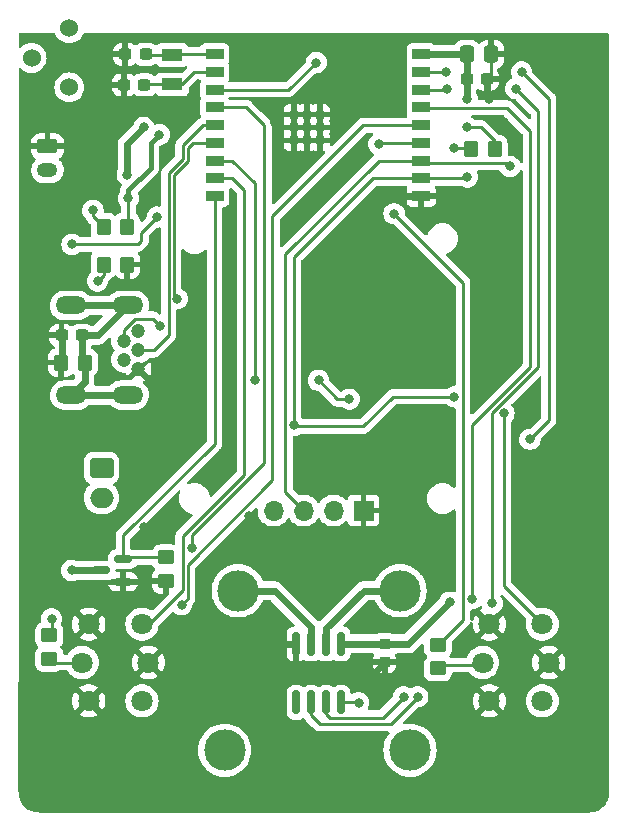
<source format=gbr>
%TF.GenerationSoftware,KiCad,Pcbnew,7.0.5*%
%TF.CreationDate,2023-08-24T21:12:11+09:00*%
%TF.ProjectId,templogger,74656d70-6c6f-4676-9765-722e6b696361,rev?*%
%TF.SameCoordinates,Original*%
%TF.FileFunction,Copper,L2,Bot*%
%TF.FilePolarity,Positive*%
%FSLAX46Y46*%
G04 Gerber Fmt 4.6, Leading zero omitted, Abs format (unit mm)*
G04 Created by KiCad (PCBNEW 7.0.5) date 2023-08-24 21:12:11*
%MOMM*%
%LPD*%
G01*
G04 APERTURE LIST*
G04 Aperture macros list*
%AMRoundRect*
0 Rectangle with rounded corners*
0 $1 Rounding radius*
0 $2 $3 $4 $5 $6 $7 $8 $9 X,Y pos of 4 corners*
0 Add a 4 corners polygon primitive as box body*
4,1,4,$2,$3,$4,$5,$6,$7,$8,$9,$2,$3,0*
0 Add four circle primitives for the rounded corners*
1,1,$1+$1,$2,$3*
1,1,$1+$1,$4,$5*
1,1,$1+$1,$6,$7*
1,1,$1+$1,$8,$9*
0 Add four rect primitives between the rounded corners*
20,1,$1+$1,$2,$3,$4,$5,0*
20,1,$1+$1,$4,$5,$6,$7,0*
20,1,$1+$1,$6,$7,$8,$9,0*
20,1,$1+$1,$8,$9,$2,$3,0*%
G04 Aperture macros list end*
%TA.AperFunction,ComponentPad*%
%ADD10R,1.700000X1.700000*%
%TD*%
%TA.AperFunction,ComponentPad*%
%ADD11O,1.700000X1.700000*%
%TD*%
%TA.AperFunction,ComponentPad*%
%ADD12C,1.200000*%
%TD*%
%TA.AperFunction,ComponentPad*%
%ADD13O,2.600000X1.500000*%
%TD*%
%TA.AperFunction,ComponentPad*%
%ADD14C,3.500000*%
%TD*%
%TA.AperFunction,ComponentPad*%
%ADD15C,1.800000*%
%TD*%
%TA.AperFunction,ComponentPad*%
%ADD16C,1.524000*%
%TD*%
%TA.AperFunction,SMDPad,CuDef*%
%ADD17RoundRect,0.250000X0.450000X-0.350000X0.450000X0.350000X-0.450000X0.350000X-0.450000X-0.350000X0*%
%TD*%
%TA.AperFunction,SMDPad,CuDef*%
%ADD18RoundRect,0.250000X0.350000X0.450000X-0.350000X0.450000X-0.350000X-0.450000X0.350000X-0.450000X0*%
%TD*%
%TA.AperFunction,SMDPad,CuDef*%
%ADD19RoundRect,0.237500X0.300000X0.237500X-0.300000X0.237500X-0.300000X-0.237500X0.300000X-0.237500X0*%
%TD*%
%TA.AperFunction,SMDPad,CuDef*%
%ADD20RoundRect,0.150000X-0.150000X0.825000X-0.150000X-0.825000X0.150000X-0.825000X0.150000X0.825000X0*%
%TD*%
%TA.AperFunction,SMDPad,CuDef*%
%ADD21R,1.800000X1.000000*%
%TD*%
%TA.AperFunction,SMDPad,CuDef*%
%ADD22RoundRect,0.250000X-0.350000X-0.450000X0.350000X-0.450000X0.350000X0.450000X-0.350000X0.450000X0*%
%TD*%
%TA.AperFunction,ComponentPad*%
%ADD23RoundRect,0.250000X-0.625000X0.350000X-0.625000X-0.350000X0.625000X-0.350000X0.625000X0.350000X0*%
%TD*%
%TA.AperFunction,ComponentPad*%
%ADD24O,1.750000X1.200000*%
%TD*%
%TA.AperFunction,SMDPad,CuDef*%
%ADD25RoundRect,0.150000X0.587500X0.150000X-0.587500X0.150000X-0.587500X-0.150000X0.587500X-0.150000X0*%
%TD*%
%TA.AperFunction,SMDPad,CuDef*%
%ADD26RoundRect,0.225000X-0.250000X0.225000X-0.250000X-0.225000X0.250000X-0.225000X0.250000X0.225000X0*%
%TD*%
%TA.AperFunction,SMDPad,CuDef*%
%ADD27RoundRect,0.250000X-0.337500X-0.475000X0.337500X-0.475000X0.337500X0.475000X-0.337500X0.475000X0*%
%TD*%
%TA.AperFunction,SMDPad,CuDef*%
%ADD28RoundRect,0.250000X-0.450000X0.350000X-0.450000X-0.350000X0.450000X-0.350000X0.450000X0.350000X0*%
%TD*%
%TA.AperFunction,ComponentPad*%
%ADD29RoundRect,0.250000X-0.750000X0.600000X-0.750000X-0.600000X0.750000X-0.600000X0.750000X0.600000X0*%
%TD*%
%TA.AperFunction,ComponentPad*%
%ADD30O,2.000000X1.700000*%
%TD*%
%TA.AperFunction,SMDPad,CuDef*%
%ADD31RoundRect,0.237500X-0.300000X-0.237500X0.300000X-0.237500X0.300000X0.237500X-0.300000X0.237500X0*%
%TD*%
%TA.AperFunction,SMDPad,CuDef*%
%ADD32R,1.498600X0.889000*%
%TD*%
%TA.AperFunction,SMDPad,CuDef*%
%ADD33R,0.711200X0.711200*%
%TD*%
%TA.AperFunction,ViaPad*%
%ADD34C,0.800000*%
%TD*%
%TA.AperFunction,Conductor*%
%ADD35C,0.250000*%
%TD*%
%TA.AperFunction,Conductor*%
%ADD36C,0.600000*%
%TD*%
%TA.AperFunction,Conductor*%
%ADD37C,0.400000*%
%TD*%
G04 APERTURE END LIST*
D10*
%TO.P,U105,1,GND*%
%TO.N,GND*%
X115810000Y-95330000D03*
D11*
%TO.P,U105,2,VCC*%
%TO.N,+3.3V*%
X113270000Y-95330000D03*
%TO.P,U105,3,SCL*%
%TO.N,/GPIO8*%
X110730000Y-95330000D03*
%TO.P,U105,4,SDA*%
%TO.N,/GPIO9*%
X108190000Y-95330000D03*
%TD*%
D12*
%TO.P,J103,1,VBUS*%
%TO.N,/USBVDD*%
X96750000Y-80160000D03*
%TO.P,J103,2,D-*%
%TO.N,Net-(J103-D-)*%
X95550000Y-80960000D03*
%TO.P,J103,3,D+*%
%TO.N,Net-(J103-D+)*%
X96750000Y-81760000D03*
%TO.P,J103,4,ID*%
%TO.N,unconnected-(J103-ID-Pad4)*%
X95550000Y-82560000D03*
%TO.P,J103,5,GND*%
%TO.N,GND*%
X96750000Y-83360000D03*
D13*
%TO.P,J103,6,Shield*%
%TO.N,Net-(J103-Shield)*%
X95850000Y-77960000D03*
X91050000Y-77960000D03*
X95850000Y-85560000D03*
X91050000Y-85560000D03*
%TD*%
D14*
%TO.P,J101,*%
%TO.N,*%
X104050000Y-115625000D03*
X119750000Y-115625000D03*
%TO.P,J101,+,+*%
%TO.N,Net-(U103-T+)*%
X118900000Y-102125000D03*
%TO.P,J101,-,-*%
%TO.N,Net-(U103-T-)*%
X105200000Y-102125000D03*
%TD*%
D15*
%TO.P,SW102,1,1*%
%TO.N,/TXD{slash}GPIO21*%
X130950000Y-104950000D03*
%TO.P,SW102,2,2*%
X130950000Y-111450000D03*
%TO.P,SW102,3,3*%
%TO.N,GND*%
X126450000Y-104950000D03*
%TO.P,SW102,4,4*%
X126450000Y-111450000D03*
%TO.P,SW102,5,A*%
%TO.N,Net-(SW102-A)*%
X125900000Y-108200000D03*
%TO.P,SW102,6,K*%
%TO.N,GND*%
X131500000Y-108200000D03*
%TD*%
D16*
%TO.P,SW105,1,A*%
%TO.N,/VIN*%
X90900000Y-54500000D03*
%TO.P,SW105,2,B*%
%TO.N,Net-(JP101-A)*%
X87700000Y-57000000D03*
%TO.P,SW105,3,C*%
%TO.N,unconnected-(SW105-C-Pad3)*%
X90900000Y-59500000D03*
%TD*%
D15*
%TO.P,SW101,1,1*%
%TO.N,/RXD{slash}GPIO20*%
X97050000Y-104950000D03*
%TO.P,SW101,2,2*%
X97050000Y-111450000D03*
%TO.P,SW101,3,3*%
%TO.N,GND*%
X92550000Y-104950000D03*
%TO.P,SW101,4,4*%
X92550000Y-111450000D03*
%TO.P,SW101,5,A*%
%TO.N,Net-(SW101-A)*%
X92000000Y-108200000D03*
%TO.P,SW101,6,K*%
%TO.N,GND*%
X97600000Y-108200000D03*
%TD*%
D17*
%TO.P,R102,1*%
%TO.N,Net-(SW102-A)*%
X122100000Y-108700000D03*
%TO.P,R102,2*%
%TO.N,/GPIO7{slash}TDO*%
X122100000Y-106700000D03*
%TD*%
D18*
%TO.P,R118,1*%
%TO.N,Net-(J103-Shield)*%
X92200000Y-82800000D03*
%TO.P,R118,2*%
%TO.N,GND*%
X90200000Y-82800000D03*
%TD*%
%TO.P,R105,1*%
%TO.N,+3.3V*%
X126900000Y-64700000D03*
%TO.P,R105,2*%
%TO.N,Net-(U104-ADJ)*%
X124900000Y-64700000D03*
%TD*%
D19*
%TO.P,C109,1*%
%TO.N,/GPIO1*%
X97262500Y-59300000D03*
%TO.P,C109,2*%
%TO.N,GND*%
X95537500Y-59300000D03*
%TD*%
D20*
%TO.P,U103,1,GND*%
%TO.N,GND*%
X110095000Y-106625000D03*
%TO.P,U103,2,T-*%
%TO.N,Net-(U103-T-)*%
X111365000Y-106625000D03*
%TO.P,U103,3,T+*%
%TO.N,Net-(U103-T+)*%
X112635000Y-106625000D03*
%TO.P,U103,4,V_CC*%
%TO.N,+3.3V*%
X113905000Y-106625000D03*
%TO.P,U103,5,SCK*%
%TO.N,/GPIO3*%
X113905000Y-111575000D03*
%TO.P,U103,6,~{CS}*%
%TO.N,/GPIO5{slash}TDI*%
X112635000Y-111575000D03*
%TO.P,U103,7,SO*%
%TO.N,/GPIO4{slash}TMS*%
X111365000Y-111575000D03*
%TO.P,U103,8*%
%TO.N,N/C*%
X110095000Y-111575000D03*
%TD*%
D21*
%TO.P,Y102,1,1*%
%TO.N,/GPIO1*%
X99600000Y-59250000D03*
%TO.P,Y102,2,2*%
%TO.N,/GPIO0*%
X99600000Y-56750000D03*
%TD*%
D22*
%TO.P,R114,1*%
%TO.N,Net-(D104-K)*%
X93800000Y-74500000D03*
%TO.P,R114,2*%
%TO.N,GND*%
X95800000Y-74500000D03*
%TD*%
D23*
%TO.P,J104,1,Pin_1*%
%TO.N,GND*%
X89050000Y-64500000D03*
D24*
%TO.P,J104,2,Pin_2*%
%TO.N,/VBAT*%
X89050000Y-66500000D03*
%TD*%
D19*
%TO.P,C110,1*%
%TO.N,/GPIO0*%
X97362500Y-56700000D03*
%TO.P,C110,2*%
%TO.N,GND*%
X95637500Y-56700000D03*
%TD*%
D17*
%TO.P,R101,1*%
%TO.N,Net-(SW101-A)*%
X89200000Y-107900000D03*
%TO.P,R101,2*%
%TO.N,/GPIO6{slash}TCK*%
X89200000Y-105900000D03*
%TD*%
D18*
%TO.P,R113,1*%
%TO.N,/USBVDD*%
X95800000Y-71300000D03*
%TO.P,R113,2*%
%TO.N,Net-(D102-A)*%
X93800000Y-71300000D03*
%TD*%
D25*
%TO.P,Q101,1,G*%
%TO.N,/GPIO10*%
X95437500Y-99450000D03*
%TO.P,Q101,2,S*%
%TO.N,GND*%
X95437500Y-101350000D03*
%TO.P,Q101,3,D*%
%TO.N,Net-(D101-K)*%
X93562500Y-100400000D03*
%TD*%
D26*
%TO.P,C105,1*%
%TO.N,+3.3V*%
X117600000Y-106625000D03*
%TO.P,C105,2*%
%TO.N,GND*%
X117600000Y-108175000D03*
%TD*%
D27*
%TO.P,C107,1*%
%TO.N,+3.3V*%
X124562500Y-56700000D03*
%TO.P,C107,2*%
%TO.N,GND*%
X126637500Y-56700000D03*
%TD*%
D28*
%TO.P,R111,1*%
%TO.N,/GPIO10*%
X99100000Y-99300000D03*
%TO.P,R111,2*%
%TO.N,GND*%
X99100000Y-101300000D03*
%TD*%
D29*
%TO.P,J102,1,Pin_1*%
%TO.N,+3.3V*%
X93625000Y-91750000D03*
D30*
%TO.P,J102,2,Pin_2*%
%TO.N,Net-(D101-K)*%
X93625000Y-94250000D03*
%TD*%
D31*
%TO.P,C106,1*%
%TO.N,+3.3V*%
X124537500Y-58800000D03*
%TO.P,C106,2*%
%TO.N,GND*%
X126262500Y-58800000D03*
%TD*%
D32*
%TO.P,U102,1,3V3*%
%TO.N,+3.3V*%
X120700000Y-56699998D03*
%TO.P,U102,2,EN*%
%TO.N,/~{RESET}*%
X120700000Y-58199998D03*
%TO.P,U102,3,IO4*%
%TO.N,/GPIO4{slash}TMS*%
X120700000Y-59700000D03*
%TO.P,U102,4,IO5*%
%TO.N,/GPIO5{slash}TDI*%
X120700000Y-61199999D03*
%TO.P,U102,5,IO6*%
%TO.N,/GPIO6{slash}TCK*%
X120700000Y-62699999D03*
%TO.P,U102,6,IO7*%
%TO.N,/GPIO7{slash}TDO*%
X120700000Y-64199998D03*
%TO.P,U102,7,IO8*%
%TO.N,/GPIO8*%
X120700000Y-65699998D03*
%TO.P,U102,8,IO9*%
%TO.N,/GPIO9*%
X120700000Y-67200000D03*
%TO.P,U102,9,GND*%
%TO.N,GND*%
X120700000Y-68700000D03*
%TO.P,U102,10,IO10*%
%TO.N,/GPIO10*%
X103200000Y-68700000D03*
%TO.P,U102,11,RXD*%
%TO.N,/RXD{slash}GPIO20*%
X103200000Y-67200000D03*
%TO.P,U102,12,TXD*%
%TO.N,/TXD{slash}GPIO21*%
X103200000Y-65699998D03*
%TO.P,U102,13,IO18*%
%TO.N,Net-(J103-D-)*%
X103200000Y-64199998D03*
%TO.P,U102,14,IO19*%
%TO.N,Net-(J103-D+)*%
X103200000Y-62699999D03*
%TO.P,U102,15,IO3*%
%TO.N,/GPIO3*%
X103200000Y-61199999D03*
%TO.P,U102,16,IO2*%
%TO.N,/GPIO2*%
X103200000Y-59700000D03*
%TO.P,U102,17,IO1*%
%TO.N,/GPIO1*%
X103200000Y-58199998D03*
%TO.P,U102,18,IO0*%
%TO.N,/GPIO0*%
X103200000Y-56699998D03*
D33*
%TO.P,U102,19,GND*%
%TO.N,GND*%
X112094198Y-61799975D03*
%TO.P,U102,20,GND*%
X110994198Y-61799975D03*
%TO.P,U102,21,GND*%
X109894198Y-61799975D03*
%TO.P,U102,22,GND*%
X112094300Y-62899973D03*
%TO.P,U102,23,GND*%
X110994300Y-62899973D03*
%TO.P,U102,24,GND*%
X109894299Y-62899973D03*
%TO.P,U102,25,GND*%
X112094198Y-63999971D03*
%TO.P,U102,26,GND*%
X110994198Y-63999971D03*
%TO.P,U102,27,GND*%
X109894198Y-63999971D03*
%TD*%
D19*
%TO.P,C111,1*%
%TO.N,Net-(J103-Shield)*%
X91962500Y-80500000D03*
%TO.P,C111,2*%
%TO.N,GND*%
X90237500Y-80500000D03*
%TD*%
D34*
%TO.N,GND*%
X124900000Y-119400000D03*
X104500000Y-83200000D03*
X115800000Y-109000000D03*
X100800000Y-119300000D03*
X135100000Y-97400000D03*
X121300000Y-98700000D03*
X122400000Y-77100000D03*
X115100000Y-65700000D03*
X106900000Y-106600000D03*
X119200000Y-68700000D03*
X117300000Y-68700000D03*
X111300000Y-91500000D03*
X117850000Y-55950000D03*
X111800000Y-98700000D03*
X111900000Y-68800000D03*
X115000000Y-100500000D03*
X114300000Y-72200000D03*
X112900000Y-119300000D03*
X117100000Y-83300000D03*
X126400000Y-60500000D03*
X87800000Y-70600000D03*
X117100000Y-90500000D03*
X97700000Y-90300000D03*
X87800000Y-78600000D03*
X113600000Y-59000000D03*
X106800000Y-119300000D03*
X135100000Y-104600000D03*
X116300000Y-104800000D03*
X106100000Y-95800000D03*
X135100000Y-88700000D03*
X111300000Y-55900000D03*
X122400000Y-83400000D03*
X108500000Y-98700000D03*
X135100000Y-81100000D03*
X105100000Y-55800000D03*
X111900000Y-102200000D03*
X104400000Y-77000000D03*
X87800000Y-87200000D03*
X95700000Y-119200000D03*
X108300000Y-62500000D03*
X117800000Y-58950000D03*
X118700000Y-119300000D03*
X94000000Y-55800000D03*
X87800000Y-104000000D03*
X123300000Y-111200000D03*
X122400000Y-90600000D03*
X117600000Y-98700000D03*
X87750000Y-60500000D03*
X104200000Y-91500000D03*
X108100000Y-104700000D03*
X127700000Y-115000000D03*
X135200000Y-68300000D03*
X129000000Y-56050000D03*
X117200000Y-110200000D03*
X108000000Y-110000000D03*
X105200000Y-109200000D03*
X109100000Y-66300000D03*
X126300000Y-80800000D03*
X87800000Y-111700000D03*
X122400000Y-101100000D03*
X135300000Y-60000000D03*
X87800000Y-96900000D03*
X131000000Y-93100000D03*
X94100000Y-96800000D03*
X135200000Y-76100000D03*
X100800000Y-111000000D03*
X135300000Y-56150000D03*
X127700000Y-62400000D03*
X111500000Y-76900000D03*
X104700000Y-98700000D03*
X117200000Y-77000000D03*
X110200000Y-100500000D03*
X126600000Y-69400000D03*
X103000000Y-105200000D03*
X92900000Y-60500000D03*
X97200000Y-96700000D03*
X135100000Y-112500000D03*
%TO.N,+3.3V*%
X124600000Y-62900000D03*
X124600000Y-60500000D03*
X123100000Y-103100000D03*
%TO.N,/~{RESET}*%
X129900000Y-89300000D03*
X122800000Y-58200000D03*
X129200000Y-58200000D03*
%TO.N,Net-(D101-K)*%
X91100000Y-100400000D03*
%TO.N,/USBVDD*%
X95900000Y-68900000D03*
X98500000Y-63500000D03*
%TO.N,Net-(J103-D-)*%
X98575500Y-79700000D03*
X100024500Y-77400000D03*
%TO.N,/GPIO6{slash}TCK*%
X89400000Y-104500000D03*
X100400000Y-103300000D03*
%TO.N,/GPIO7{slash}TDO*%
X118400000Y-70200000D03*
X117100000Y-64300000D03*
%TO.N,/GPIO9*%
X109900000Y-88124500D03*
X124600000Y-67100000D03*
X123500000Y-85700000D03*
%TO.N,/GPIO8*%
X128200000Y-66200000D03*
%TO.N,Net-(U104-ADJ)*%
X123500000Y-64600000D03*
%TO.N,/GPIO2*%
X111800000Y-57400000D03*
%TO.N,/TXD{slash}GPIO21*%
X114600000Y-85900000D03*
X106600000Y-84300000D03*
X127700000Y-87100000D03*
X112000000Y-84300000D03*
%TO.N,/GPIO4{slash}TMS*%
X120400000Y-111100000D03*
X128700000Y-59600000D03*
X126700000Y-103200000D03*
X122900000Y-59600000D03*
%TO.N,/GPIO5{slash}TDI*%
X125000000Y-102800000D03*
X119200000Y-111100000D03*
%TO.N,/GPIO3*%
X101300000Y-98500000D03*
X115400000Y-111600000D03*
%TO.N,/VBAT*%
X97200000Y-62900000D03*
X95800000Y-66900000D03*
%TO.N,Net-(D102-K)*%
X98345550Y-70473464D03*
X91125000Y-72800000D03*
%TO.N,Net-(D102-A)*%
X92900000Y-69900000D03*
%TO.N,Net-(D104-K)*%
X93300000Y-75900000D03*
%TD*%
D35*
%TO.N,GND*%
X95487500Y-101300000D02*
X95437500Y-101350000D01*
D36*
X116775000Y-109000000D02*
X117600000Y-108175000D01*
X115800000Y-109000000D02*
X116775000Y-109000000D01*
X106925000Y-106625000D02*
X106900000Y-106600000D01*
D35*
X99100000Y-101300000D02*
X95487500Y-101300000D01*
D36*
X120700000Y-68700000D02*
X119200000Y-68700000D01*
X90237500Y-82762500D02*
X90200000Y-82800000D01*
X110095000Y-106625000D02*
X106925000Y-106625000D01*
X90237500Y-80500000D02*
X90237500Y-82762500D01*
D35*
X126637500Y-56700000D02*
X126637500Y-58425000D01*
D36*
X119200000Y-68700000D02*
X117300000Y-68700000D01*
D35*
X126637500Y-58425000D02*
X126262500Y-58800000D01*
X126400000Y-58937500D02*
X126262500Y-58800000D01*
X126400000Y-60500000D02*
X126400000Y-58937500D01*
D36*
%TO.N,+3.3V*%
X124600000Y-60500000D02*
X124562500Y-60462500D01*
D35*
X125750000Y-62900000D02*
X124600000Y-62900000D01*
X126900000Y-64700000D02*
X126900000Y-64050000D01*
D36*
X124562500Y-56700000D02*
X120700002Y-56700000D01*
X120700002Y-56700000D02*
X120700000Y-56699998D01*
X123100000Y-103100000D02*
X119575000Y-106625000D01*
X124562500Y-60462500D02*
X124562500Y-56700000D01*
D35*
X126900000Y-64050000D02*
X125750000Y-62900000D01*
D36*
X119575000Y-106625000D02*
X113905000Y-106625000D01*
D35*
%TO.N,/~{RESET}*%
X129200000Y-58200000D02*
X131500000Y-60500000D01*
X131500000Y-87700000D02*
X129900000Y-89300000D01*
X120700000Y-58199998D02*
X122799998Y-58199998D01*
X131500000Y-60500000D02*
X131500000Y-87700000D01*
X122799998Y-58199998D02*
X122800000Y-58200000D01*
%TO.N,/GPIO1*%
X97312500Y-59250000D02*
X97262500Y-59300000D01*
X100400002Y-59250000D02*
X99600000Y-59250000D01*
X99600000Y-59250000D02*
X97312500Y-59250000D01*
X103200000Y-58199998D02*
X101450004Y-58199998D01*
X101450004Y-58199998D02*
X100400002Y-59250000D01*
%TO.N,/GPIO0*%
X97412500Y-56750000D02*
X97362500Y-56700000D01*
X103200000Y-56699998D02*
X99650002Y-56699998D01*
X99600000Y-56750000D02*
X97412500Y-56750000D01*
X99650002Y-56699998D02*
X99600000Y-56750000D01*
D36*
%TO.N,Net-(D101-K)*%
X93562500Y-100400000D02*
X91100000Y-100400000D01*
D37*
%TO.N,/USBVDD*%
X97800000Y-64200000D02*
X97800000Y-66296967D01*
X95900000Y-68196967D02*
X95900000Y-68900000D01*
D35*
X95900000Y-71200000D02*
X95800000Y-71300000D01*
D37*
X97800000Y-66296967D02*
X95900000Y-68196967D01*
X98500000Y-63500000D02*
X97800000Y-64200000D01*
D35*
X95900000Y-68900000D02*
X95900000Y-71200000D01*
D36*
%TO.N,Net-(U103-T+)*%
X112635000Y-105315127D02*
X115825127Y-102125000D01*
X112635000Y-106625000D02*
X112635000Y-105315127D01*
X115825127Y-102125000D02*
X118900000Y-102125000D01*
%TO.N,Net-(U103-T-)*%
X111365000Y-105215127D02*
X111365000Y-106625000D01*
X108274873Y-102125000D02*
X111365000Y-105215127D01*
X105200000Y-102125000D02*
X108274873Y-102125000D01*
D35*
%TO.N,Net-(J103-D-)*%
X99750000Y-66959188D02*
X100950000Y-65759188D01*
X98575500Y-79700000D02*
X97975500Y-79100000D01*
X101400002Y-64199998D02*
X103200000Y-64199998D01*
X95550000Y-80051852D02*
X95550000Y-80960000D01*
X100950000Y-65759188D02*
X100950000Y-64650000D01*
X96501852Y-79100000D02*
X95550000Y-80051852D01*
X99750000Y-77125500D02*
X99750000Y-66959188D01*
X100024500Y-77400000D02*
X99750000Y-77125500D01*
X97975500Y-79100000D02*
X96501852Y-79100000D01*
X100950000Y-64650000D02*
X101400002Y-64199998D01*
%TO.N,Net-(J103-D+)*%
X96750000Y-81760000D02*
X98040000Y-81760000D01*
X99300000Y-66772792D02*
X100500000Y-65572792D01*
X99300000Y-80500000D02*
X99300000Y-66772792D01*
X100500000Y-65572792D02*
X100500000Y-64400000D01*
X98040000Y-81760000D02*
X99300000Y-80500000D01*
X100500000Y-64400000D02*
X102200001Y-62699999D01*
X102200001Y-62699999D02*
X103200000Y-62699999D01*
%TO.N,/GPIO10*%
X95437500Y-97437195D02*
X95437500Y-99450000D01*
X99100000Y-99300000D02*
X95587500Y-99300000D01*
X95587500Y-99300000D02*
X95437500Y-99450000D01*
X103200000Y-89674695D02*
X95437500Y-97437195D01*
X103200000Y-68700000D02*
X103200000Y-89674695D01*
%TO.N,Net-(SW101-A)*%
X89500000Y-108200000D02*
X89200000Y-107900000D01*
X92000000Y-108200000D02*
X89500000Y-108200000D01*
%TO.N,/GPIO6{slash}TCK*%
X108099695Y-92775000D02*
X108099695Y-70400305D01*
X100400000Y-103300000D02*
X100950000Y-102750000D01*
X108099695Y-70400305D02*
X115800001Y-62699999D01*
X100950000Y-102750000D02*
X100950000Y-99924695D01*
X89400000Y-104500000D02*
X89400000Y-105700000D01*
X115800001Y-62699999D02*
X120700000Y-62699999D01*
X89400000Y-105700000D02*
X89200000Y-105900000D01*
X100950000Y-99924695D02*
X108099695Y-92775000D01*
%TO.N,Net-(SW102-A)*%
X125900000Y-108200000D02*
X125700000Y-108400000D01*
X122400000Y-108400000D02*
X122100000Y-108700000D01*
X125700000Y-108400000D02*
X122400000Y-108400000D01*
%TO.N,/GPIO7{slash}TDO*%
X117200002Y-64199998D02*
X120700000Y-64199998D01*
X118400000Y-70215254D02*
X118400000Y-70200000D01*
X124225000Y-76040254D02*
X118400000Y-70215254D01*
X124225000Y-104575000D02*
X124225000Y-76040254D01*
X122100000Y-106700000D02*
X124225000Y-104575000D01*
X117100000Y-64300000D02*
X117200002Y-64199998D01*
%TO.N,/GPIO9*%
X124500000Y-67200000D02*
X120700000Y-67200000D01*
X123494915Y-85694915D02*
X120750000Y-85694915D01*
X116600000Y-67200000D02*
X109900000Y-73900000D01*
X120700000Y-67200000D02*
X116600000Y-67200000D01*
X109975500Y-88200000D02*
X115786827Y-88200000D01*
X115786827Y-88200000D02*
X118291912Y-85694915D01*
X123500000Y-85700000D02*
X123494915Y-85694915D01*
X118291912Y-85694915D02*
X120750000Y-85694915D01*
X109900000Y-73900000D02*
X109900000Y-88124500D01*
X124600000Y-67100000D02*
X124500000Y-67200000D01*
X109900000Y-88124500D02*
X109975500Y-88200000D01*
%TO.N,/GPIO8*%
X109175000Y-73625000D02*
X109175000Y-93775000D01*
X109175000Y-93775000D02*
X110730000Y-95330000D01*
X120700000Y-65699998D02*
X117100002Y-65699998D01*
X128200000Y-66200000D02*
X127900000Y-65900000D01*
X120900002Y-65900000D02*
X120700000Y-65699998D01*
X127900000Y-65900000D02*
X120900002Y-65900000D01*
X117100002Y-65699998D02*
X109175000Y-73625000D01*
%TO.N,Net-(U104-ADJ)*%
X123500000Y-64600000D02*
X124800000Y-64600000D01*
X124800000Y-64600000D02*
X124900000Y-64700000D01*
%TO.N,/GPIO2*%
X109400000Y-59700000D02*
X111800000Y-57400000D01*
X103200000Y-59700000D02*
X109400000Y-59700000D01*
%TO.N,/RXD{slash}GPIO20*%
X103200000Y-67200000D02*
X104700000Y-67200000D01*
X100500000Y-97500000D02*
X100500000Y-102100000D01*
X104700000Y-67200000D02*
X105700000Y-68200000D01*
X105700000Y-92300000D02*
X100500000Y-97500000D01*
X105700000Y-68200000D02*
X105700000Y-92300000D01*
X100500000Y-102100000D02*
X97650000Y-104950000D01*
X97650000Y-104950000D02*
X97050000Y-104950000D01*
%TO.N,/TXD{slash}GPIO21*%
X104699998Y-65699998D02*
X106600000Y-67600000D01*
X114600000Y-85900000D02*
X113600000Y-85900000D01*
X130950000Y-104950000D02*
X127700000Y-101700000D01*
X127700000Y-101700000D02*
X127700000Y-87100000D01*
X103200000Y-65699998D02*
X104699998Y-65699998D01*
X106600000Y-67600000D02*
X106600000Y-84300000D01*
X113600000Y-85900000D02*
X112000000Y-84300000D01*
%TO.N,/GPIO4{slash}TMS*%
X111365000Y-111575000D02*
X111365000Y-112665000D01*
X128700000Y-59600000D02*
X130600000Y-61500000D01*
X130600000Y-61500000D02*
X130600000Y-83174695D01*
X118100000Y-113400000D02*
X120400000Y-111100000D01*
X120700000Y-59700000D02*
X122800000Y-59700000D01*
X111365000Y-112665000D02*
X112100000Y-113400000D01*
X130600000Y-83174695D02*
X126700000Y-87074695D01*
X126700000Y-87074695D02*
X126700000Y-103200000D01*
X112100000Y-113400000D02*
X118100000Y-113400000D01*
X122800000Y-59700000D02*
X122900000Y-59600000D01*
%TO.N,/GPIO5{slash}TDI*%
X125000000Y-88100000D02*
X125000000Y-102800000D01*
X129900000Y-83200000D02*
X125000000Y-88100000D01*
X120700000Y-61199999D02*
X120725001Y-61225000D01*
X112975000Y-112875000D02*
X117425000Y-112875000D01*
X127925000Y-61225000D02*
X129900000Y-63200000D01*
X117425000Y-112875000D02*
X119200000Y-111100000D01*
X120725001Y-61225000D02*
X127925000Y-61225000D01*
X112635000Y-112535000D02*
X112975000Y-112875000D01*
X112635000Y-111575000D02*
X112635000Y-112535000D01*
X129900000Y-63200000D02*
X129900000Y-83200000D01*
%TO.N,/GPIO3*%
X105899999Y-61199999D02*
X107400000Y-62700000D01*
X107400000Y-62700000D02*
X107400000Y-91274695D01*
X107400000Y-91274695D02*
X101300000Y-97374695D01*
X115375000Y-111575000D02*
X115400000Y-111600000D01*
X101300000Y-97374695D02*
X101300000Y-98500000D01*
X113905000Y-111575000D02*
X115375000Y-111575000D01*
X103200000Y-61199999D02*
X105899999Y-61199999D01*
D36*
%TO.N,/VBAT*%
X95800000Y-66900000D02*
X95800000Y-64300000D01*
X95800000Y-64300000D02*
X97200000Y-62900000D01*
D35*
%TO.N,Net-(D102-K)*%
X96700000Y-72800000D02*
X91125000Y-72800000D01*
X97000000Y-71819014D02*
X97000000Y-72500000D01*
X97000000Y-72500000D02*
X96700000Y-72800000D01*
X98345550Y-70473464D02*
X97000000Y-71819014D01*
%TO.N,Net-(D102-A)*%
X92900000Y-70400000D02*
X93800000Y-71300000D01*
X92900000Y-69900000D02*
X92900000Y-70400000D01*
%TO.N,Net-(D104-K)*%
X93800000Y-74500000D02*
X93800000Y-75400000D01*
X93800000Y-75400000D02*
X93300000Y-75900000D01*
D36*
%TO.N,Net-(J103-Shield)*%
X95850000Y-85560000D02*
X91050000Y-85560000D01*
X92200000Y-82800000D02*
X92200000Y-84410000D01*
X92200000Y-84410000D02*
X91050000Y-85560000D01*
X91962500Y-80500000D02*
X91962500Y-82562500D01*
X91962500Y-80500000D02*
X93310000Y-80500000D01*
X91962500Y-82562500D02*
X92200000Y-82800000D01*
X95850000Y-77960000D02*
X91050000Y-77960000D01*
X93310000Y-80500000D02*
X95850000Y-77960000D01*
%TD*%
%TA.AperFunction,Conductor*%
%TO.N,GND*%
G36*
X125764887Y-103404613D02*
G01*
X125822935Y-103443499D01*
X125845625Y-103484586D01*
X125869150Y-103556988D01*
X125871145Y-103626829D01*
X125835065Y-103686662D01*
X125810237Y-103704360D01*
X125681648Y-103773949D01*
X125651200Y-103797646D01*
X125651200Y-103797647D01*
X126405599Y-104552046D01*
X126324852Y-104564835D01*
X126211955Y-104622359D01*
X126122359Y-104711955D01*
X126064835Y-104824852D01*
X126052046Y-104905599D01*
X125298812Y-104152365D01*
X125214516Y-104281391D01*
X125214514Y-104281395D01*
X125121317Y-104493864D01*
X125096692Y-104591108D01*
X125061152Y-104651264D01*
X124998732Y-104682656D01*
X124929248Y-104675318D01*
X124874763Y-104631579D01*
X124853036Y-104572336D01*
X124850775Y-104548414D01*
X124850500Y-104542577D01*
X124850500Y-103824500D01*
X124870185Y-103757461D01*
X124922989Y-103711706D01*
X124974500Y-103700500D01*
X125094644Y-103700500D01*
X125094646Y-103700500D01*
X125279803Y-103661144D01*
X125452730Y-103584151D01*
X125605871Y-103472888D01*
X125635545Y-103439931D01*
X125695030Y-103403284D01*
X125764887Y-103404613D01*
G37*
%TD.AperFunction*%
%TA.AperFunction,Conductor*%
G36*
X100228094Y-93633704D02*
G01*
X100284027Y-93675576D01*
X100308444Y-93741040D01*
X100297142Y-93802290D01*
X100273263Y-93853497D01*
X100273258Y-93853511D01*
X100214366Y-94073302D01*
X100214364Y-94073313D01*
X100194532Y-94299998D01*
X100194532Y-94300001D01*
X100214364Y-94526686D01*
X100214366Y-94526697D01*
X100273258Y-94746488D01*
X100273261Y-94746497D01*
X100369431Y-94952732D01*
X100369432Y-94952734D01*
X100499954Y-95139141D01*
X100660858Y-95300045D01*
X100660861Y-95300047D01*
X100847266Y-95430568D01*
X101053504Y-95526739D01*
X101268122Y-95584245D01*
X101327780Y-95620609D01*
X101358310Y-95683455D01*
X101350016Y-95752831D01*
X101323708Y-95791700D01*
X100116208Y-96999199D01*
X100103951Y-97009020D01*
X100104134Y-97009241D01*
X100098122Y-97014214D01*
X100051432Y-97063932D01*
X100050079Y-97065329D01*
X100029889Y-97085519D01*
X100029877Y-97085532D01*
X100025621Y-97091017D01*
X100021837Y-97095447D01*
X99989937Y-97129418D01*
X99989936Y-97129420D01*
X99980284Y-97146976D01*
X99969610Y-97163226D01*
X99957329Y-97179061D01*
X99957324Y-97179068D01*
X99938815Y-97221838D01*
X99936245Y-97227084D01*
X99913803Y-97267906D01*
X99908822Y-97287307D01*
X99902521Y-97305710D01*
X99894562Y-97324102D01*
X99894561Y-97324105D01*
X99887271Y-97370127D01*
X99886087Y-97375846D01*
X99874501Y-97420972D01*
X99874500Y-97420982D01*
X99874500Y-97441016D01*
X99872973Y-97460415D01*
X99869840Y-97480194D01*
X99869840Y-97480195D01*
X99874225Y-97526583D01*
X99874500Y-97532421D01*
X99874500Y-98095177D01*
X99854815Y-98162216D01*
X99802011Y-98207971D01*
X99732853Y-98217915D01*
X99711503Y-98212885D01*
X99702802Y-98210002D01*
X99702795Y-98210000D01*
X99600010Y-98199500D01*
X98599998Y-98199500D01*
X98599980Y-98199501D01*
X98497203Y-98210000D01*
X98497200Y-98210001D01*
X98330668Y-98265185D01*
X98330663Y-98265187D01*
X98181342Y-98357289D01*
X98057289Y-98481342D01*
X98057287Y-98481344D01*
X98057288Y-98481344D01*
X97979426Y-98607580D01*
X97974481Y-98615597D01*
X97922533Y-98662321D01*
X97868942Y-98674500D01*
X96221277Y-98674500D01*
X96186683Y-98669576D01*
X96152403Y-98659617D01*
X96093518Y-98622010D01*
X96064313Y-98558536D01*
X96063000Y-98540541D01*
X96063000Y-97747646D01*
X96082685Y-97680607D01*
X96099314Y-97659970D01*
X100097080Y-93662204D01*
X100158402Y-93628720D01*
X100228094Y-93633704D01*
G37*
%TD.AperFunction*%
%TA.AperFunction,Conductor*%
G36*
X104622934Y-68015539D02*
G01*
X104653147Y-68037737D01*
X105038181Y-68422771D01*
X105071666Y-68484094D01*
X105074500Y-68510452D01*
X105074500Y-91989546D01*
X105054815Y-92056585D01*
X105038181Y-92077227D01*
X102991700Y-94123707D01*
X102930377Y-94157192D01*
X102860685Y-94152208D01*
X102804752Y-94110336D01*
X102784245Y-94068121D01*
X102726739Y-93853504D01*
X102630568Y-93647266D01*
X102500047Y-93460861D01*
X102500045Y-93460858D01*
X102339141Y-93299954D01*
X102152734Y-93169432D01*
X102152732Y-93169431D01*
X101946497Y-93073261D01*
X101946488Y-93073258D01*
X101726697Y-93014366D01*
X101726687Y-93014364D01*
X101556785Y-92999500D01*
X101556784Y-92999500D01*
X101443216Y-92999500D01*
X101443215Y-92999500D01*
X101273312Y-93014364D01*
X101273302Y-93014366D01*
X101053511Y-93073258D01*
X101053506Y-93073260D01*
X101002289Y-93097143D01*
X100933211Y-93107634D01*
X100869427Y-93079113D01*
X100831188Y-93020636D01*
X100830635Y-92950769D01*
X100862202Y-92897082D01*
X103583786Y-90175497D01*
X103596048Y-90165675D01*
X103595865Y-90165454D01*
X103601873Y-90160483D01*
X103601877Y-90160481D01*
X103648649Y-90110672D01*
X103649891Y-90109392D01*
X103670120Y-90089165D01*
X103674370Y-90083684D01*
X103678151Y-90079256D01*
X103710062Y-90045277D01*
X103719713Y-90027719D01*
X103730396Y-90011456D01*
X103742673Y-89995631D01*
X103761183Y-89952853D01*
X103763743Y-89947627D01*
X103786197Y-89906787D01*
X103791178Y-89887382D01*
X103797482Y-89868974D01*
X103805438Y-89850590D01*
X103812729Y-89804548D01*
X103813908Y-89798857D01*
X103825500Y-89753714D01*
X103825500Y-89733677D01*
X103827027Y-89714277D01*
X103830160Y-89694499D01*
X103825775Y-89648110D01*
X103825500Y-89642272D01*
X103825500Y-69768999D01*
X103845185Y-69701960D01*
X103897989Y-69656205D01*
X103949500Y-69644999D01*
X103997171Y-69644999D01*
X103997172Y-69644999D01*
X104056783Y-69638591D01*
X104191631Y-69588296D01*
X104306846Y-69502046D01*
X104393096Y-69386831D01*
X104443391Y-69251983D01*
X104449800Y-69192373D01*
X104449799Y-68207628D01*
X104443391Y-68148017D01*
X104442562Y-68140304D01*
X104445538Y-68139984D01*
X104448527Y-68084173D01*
X104489389Y-68027498D01*
X104554406Y-68001912D01*
X104622934Y-68015539D01*
G37*
%TD.AperFunction*%
%TA.AperFunction,Conductor*%
G36*
X129205208Y-66478738D02*
G01*
X129256685Y-66525981D01*
X129274499Y-66590016D01*
X129274499Y-82889546D01*
X129254814Y-82956585D01*
X129238180Y-82977227D01*
X125062180Y-87153227D01*
X125000857Y-87186712D01*
X124931165Y-87181728D01*
X124875232Y-87139856D01*
X124850815Y-87074392D01*
X124850500Y-87065573D01*
X124850499Y-76122986D01*
X124852225Y-76107377D01*
X124851939Y-76107350D01*
X124852673Y-76099587D01*
X124850531Y-76031406D01*
X124850500Y-76029459D01*
X124850500Y-76000908D01*
X124850500Y-76000904D01*
X124849631Y-75994026D01*
X124849172Y-75988197D01*
X124847709Y-75941626D01*
X124842122Y-75922398D01*
X124838174Y-75903338D01*
X124835664Y-75883462D01*
X124835663Y-75883460D01*
X124835663Y-75883458D01*
X124818512Y-75840141D01*
X124816619Y-75834612D01*
X124803618Y-75789863D01*
X124803616Y-75789860D01*
X124793423Y-75772625D01*
X124784861Y-75755148D01*
X124777487Y-75736524D01*
X124777486Y-75736522D01*
X124750079Y-75698799D01*
X124746888Y-75693940D01*
X124744265Y-75689505D01*
X124723170Y-75653834D01*
X124723168Y-75653832D01*
X124723165Y-75653828D01*
X124709006Y-75639669D01*
X124696368Y-75624873D01*
X124684594Y-75608667D01*
X124648688Y-75578963D01*
X124644376Y-75575040D01*
X122821996Y-73752659D01*
X122788511Y-73691336D01*
X122793495Y-73621644D01*
X122835367Y-73565711D01*
X122877582Y-73545204D01*
X122923055Y-73533020D01*
X122946486Y-73526742D01*
X122946489Y-73526740D01*
X122946496Y-73526739D01*
X123152734Y-73430568D01*
X123339139Y-73300047D01*
X123500047Y-73139139D01*
X123630568Y-72952734D01*
X123726739Y-72746496D01*
X123785635Y-72526692D01*
X123805468Y-72300000D01*
X123802649Y-72267784D01*
X123786336Y-72081324D01*
X123785635Y-72073308D01*
X123726739Y-71853504D01*
X123630568Y-71647266D01*
X123500047Y-71460861D01*
X123500045Y-71460858D01*
X123339141Y-71299954D01*
X123152734Y-71169432D01*
X123152732Y-71169431D01*
X122946497Y-71073261D01*
X122946488Y-71073258D01*
X122726697Y-71014366D01*
X122726687Y-71014364D01*
X122556785Y-70999500D01*
X122556784Y-70999500D01*
X122443216Y-70999500D01*
X122443215Y-70999500D01*
X122273312Y-71014364D01*
X122273302Y-71014366D01*
X122053511Y-71073258D01*
X122053502Y-71073261D01*
X121847267Y-71169431D01*
X121847265Y-71169432D01*
X121660858Y-71299954D01*
X121499954Y-71460858D01*
X121369432Y-71647265D01*
X121369431Y-71647267D01*
X121273261Y-71853502D01*
X121273259Y-71853508D01*
X121254796Y-71922416D01*
X121218431Y-71982076D01*
X121155584Y-72012605D01*
X121086208Y-72004310D01*
X121047340Y-71978003D01*
X119340752Y-70271415D01*
X119307267Y-70210092D01*
X119305113Y-70196706D01*
X119285674Y-70011744D01*
X119227179Y-69831716D01*
X119132533Y-69667784D01*
X119005871Y-69527112D01*
X119005870Y-69527111D01*
X118852734Y-69415851D01*
X118852729Y-69415848D01*
X118679807Y-69338857D01*
X118679802Y-69338855D01*
X118534000Y-69307865D01*
X118494646Y-69299500D01*
X118305354Y-69299500D01*
X118272897Y-69306398D01*
X118120197Y-69338855D01*
X118120192Y-69338857D01*
X117947270Y-69415848D01*
X117947265Y-69415851D01*
X117794129Y-69527111D01*
X117667466Y-69667785D01*
X117572821Y-69831715D01*
X117572818Y-69831722D01*
X117514327Y-70011740D01*
X117514326Y-70011744D01*
X117494540Y-70200000D01*
X117514326Y-70388256D01*
X117514327Y-70388259D01*
X117572818Y-70568277D01*
X117572821Y-70568284D01*
X117667467Y-70732216D01*
X117783684Y-70861288D01*
X117794129Y-70872888D01*
X117947265Y-70984148D01*
X117947270Y-70984151D01*
X118120192Y-71061142D01*
X118120197Y-71061144D01*
X118305354Y-71100500D01*
X118349294Y-71100500D01*
X118416333Y-71120185D01*
X118436975Y-71136819D01*
X123563180Y-76263024D01*
X123596665Y-76324347D01*
X123599499Y-76350705D01*
X123599499Y-84675500D01*
X123579814Y-84742539D01*
X123527010Y-84788294D01*
X123475499Y-84799500D01*
X123405354Y-84799500D01*
X123372897Y-84806398D01*
X123220197Y-84838855D01*
X123220192Y-84838857D01*
X123047270Y-84915848D01*
X123047265Y-84915851D01*
X122894135Y-85027106D01*
X122894129Y-85027111D01*
X122892981Y-85028387D01*
X122892132Y-85028909D01*
X122889305Y-85031456D01*
X122888839Y-85030938D01*
X122833494Y-85065036D01*
X122800831Y-85069415D01*
X118374649Y-85069415D01*
X118359032Y-85067691D01*
X118359005Y-85067977D01*
X118351243Y-85067242D01*
X118283083Y-85069384D01*
X118281136Y-85069415D01*
X118252562Y-85069415D01*
X118251841Y-85069505D01*
X118245669Y-85070284D01*
X118239857Y-85070741D01*
X118193285Y-85072205D01*
X118193284Y-85072205D01*
X118174041Y-85077796D01*
X118154991Y-85081740D01*
X118135123Y-85084249D01*
X118135121Y-85084250D01*
X118091796Y-85101403D01*
X118086269Y-85103295D01*
X118041522Y-85116296D01*
X118041521Y-85116297D01*
X118024279Y-85126494D01*
X118006811Y-85135052D01*
X117988181Y-85142428D01*
X117988179Y-85142429D01*
X117950488Y-85169813D01*
X117945606Y-85173020D01*
X117905491Y-85196745D01*
X117891320Y-85210915D01*
X117876535Y-85223543D01*
X117860324Y-85235322D01*
X117830621Y-85271225D01*
X117826688Y-85275546D01*
X116682523Y-86419713D01*
X115564055Y-87538181D01*
X115502732Y-87571666D01*
X115476374Y-87574500D01*
X110671728Y-87574500D01*
X110604689Y-87554815D01*
X110579578Y-87533472D01*
X110557350Y-87508785D01*
X110527120Y-87445793D01*
X110525500Y-87425813D01*
X110525500Y-84300000D01*
X111094540Y-84300000D01*
X111114326Y-84488256D01*
X111114327Y-84488259D01*
X111172818Y-84668277D01*
X111172821Y-84668284D01*
X111267467Y-84832216D01*
X111342770Y-84915848D01*
X111394129Y-84972888D01*
X111547265Y-85084148D01*
X111547270Y-85084151D01*
X111720192Y-85161142D01*
X111720197Y-85161144D01*
X111905354Y-85200500D01*
X111964548Y-85200500D01*
X112031587Y-85220185D01*
X112052229Y-85236819D01*
X113099194Y-86283784D01*
X113109019Y-86296048D01*
X113109240Y-86295866D01*
X113114210Y-86301874D01*
X113163949Y-86348582D01*
X113165316Y-86349906D01*
X113185530Y-86370120D01*
X113191004Y-86374366D01*
X113195442Y-86378156D01*
X113229418Y-86410062D01*
X113229422Y-86410064D01*
X113246973Y-86419713D01*
X113263231Y-86430392D01*
X113279064Y-86442674D01*
X113301015Y-86452172D01*
X113321837Y-86461183D01*
X113327081Y-86463752D01*
X113367908Y-86486197D01*
X113387312Y-86491179D01*
X113405710Y-86497478D01*
X113424105Y-86505438D01*
X113470129Y-86512726D01*
X113475832Y-86513907D01*
X113520981Y-86525500D01*
X113541016Y-86525500D01*
X113560413Y-86527026D01*
X113580196Y-86530160D01*
X113626583Y-86525775D01*
X113632422Y-86525500D01*
X113896252Y-86525500D01*
X113963291Y-86545185D01*
X113988400Y-86566526D01*
X113994126Y-86572885D01*
X113994130Y-86572889D01*
X114147265Y-86684148D01*
X114147270Y-86684151D01*
X114320192Y-86761142D01*
X114320197Y-86761144D01*
X114505354Y-86800500D01*
X114505355Y-86800500D01*
X114694644Y-86800500D01*
X114694646Y-86800500D01*
X114879803Y-86761144D01*
X115052730Y-86684151D01*
X115205871Y-86572888D01*
X115332533Y-86432216D01*
X115427179Y-86268284D01*
X115485674Y-86088256D01*
X115505460Y-85900000D01*
X115485674Y-85711744D01*
X115427179Y-85531716D01*
X115332533Y-85367784D01*
X115205871Y-85227112D01*
X115205870Y-85227111D01*
X115052734Y-85115851D01*
X115052729Y-85115848D01*
X114879807Y-85038857D01*
X114879802Y-85038855D01*
X114734001Y-85007865D01*
X114694646Y-84999500D01*
X114505354Y-84999500D01*
X114472897Y-85006398D01*
X114320197Y-85038855D01*
X114320192Y-85038857D01*
X114147270Y-85115848D01*
X114147265Y-85115851D01*
X113994130Y-85227110D01*
X113989299Y-85231461D01*
X113988217Y-85230260D01*
X113935640Y-85262650D01*
X113865783Y-85261317D01*
X113815299Y-85230709D01*
X112938960Y-84354369D01*
X112905475Y-84293046D01*
X112903323Y-84279668D01*
X112885674Y-84111744D01*
X112827179Y-83931716D01*
X112732533Y-83767784D01*
X112605871Y-83627112D01*
X112605870Y-83627111D01*
X112452734Y-83515851D01*
X112452729Y-83515848D01*
X112279807Y-83438857D01*
X112279802Y-83438855D01*
X112110157Y-83402797D01*
X112094646Y-83399500D01*
X111905354Y-83399500D01*
X111889843Y-83402797D01*
X111720197Y-83438855D01*
X111720192Y-83438857D01*
X111547270Y-83515848D01*
X111547265Y-83515851D01*
X111394129Y-83627111D01*
X111267466Y-83767785D01*
X111172821Y-83931715D01*
X111172818Y-83931722D01*
X111126167Y-84075300D01*
X111114326Y-84111744D01*
X111094540Y-84300000D01*
X110525500Y-84300000D01*
X110525500Y-74210452D01*
X110545185Y-74143413D01*
X110561819Y-74122771D01*
X115734591Y-68950000D01*
X119450700Y-68950000D01*
X119450700Y-69192344D01*
X119457101Y-69251872D01*
X119457103Y-69251879D01*
X119507345Y-69386586D01*
X119507349Y-69386593D01*
X119593509Y-69501687D01*
X119593512Y-69501690D01*
X119708606Y-69587850D01*
X119708613Y-69587854D01*
X119843320Y-69638096D01*
X119843327Y-69638098D01*
X119902855Y-69644499D01*
X119902872Y-69644500D01*
X120450000Y-69644500D01*
X120450000Y-68950000D01*
X120950000Y-68950000D01*
X120950000Y-69644500D01*
X121497128Y-69644500D01*
X121497144Y-69644499D01*
X121556672Y-69638098D01*
X121556679Y-69638096D01*
X121691386Y-69587854D01*
X121691393Y-69587850D01*
X121806487Y-69501690D01*
X121806490Y-69501687D01*
X121892650Y-69386593D01*
X121892654Y-69386586D01*
X121942896Y-69251879D01*
X121942898Y-69251872D01*
X121949299Y-69192344D01*
X121949300Y-69192327D01*
X121949300Y-68950000D01*
X120950000Y-68950000D01*
X120450000Y-68950000D01*
X119450700Y-68950000D01*
X115734591Y-68950000D01*
X116822772Y-67861819D01*
X116884095Y-67828334D01*
X116910453Y-67825500D01*
X119399842Y-67825500D01*
X119466881Y-67845185D01*
X119508685Y-67890093D01*
X119509245Y-67891119D01*
X119524084Y-67959394D01*
X119509237Y-68009948D01*
X119507347Y-68013409D01*
X119457103Y-68148120D01*
X119457101Y-68148127D01*
X119450700Y-68207655D01*
X119450700Y-68207672D01*
X119450699Y-68449999D01*
X119450700Y-68450000D01*
X121949299Y-68450000D01*
X121949300Y-68207672D01*
X121949299Y-68207655D01*
X121942898Y-68148127D01*
X121942896Y-68148120D01*
X121892655Y-68013415D01*
X121890766Y-68009956D01*
X121889927Y-68006103D01*
X121889554Y-68005101D01*
X121889698Y-68005047D01*
X121875913Y-67941683D01*
X121890799Y-67891037D01*
X121891360Y-67890011D01*
X121940793Y-67840634D01*
X122000158Y-67825500D01*
X124026253Y-67825500D01*
X124093292Y-67845185D01*
X124099138Y-67849182D01*
X124147265Y-67884148D01*
X124147270Y-67884151D01*
X124320192Y-67961142D01*
X124320197Y-67961144D01*
X124505354Y-68000500D01*
X124505355Y-68000500D01*
X124694644Y-68000500D01*
X124694646Y-68000500D01*
X124879803Y-67961144D01*
X125052730Y-67884151D01*
X125205871Y-67772888D01*
X125332533Y-67632216D01*
X125427179Y-67468284D01*
X125485674Y-67288256D01*
X125505460Y-67100000D01*
X125485674Y-66911744D01*
X125431112Y-66743823D01*
X125427181Y-66731722D01*
X125427180Y-66731721D01*
X125427179Y-66731716D01*
X125415506Y-66711499D01*
X125399034Y-66643600D01*
X125421887Y-66577573D01*
X125476808Y-66534382D01*
X125522894Y-66525500D01*
X127276528Y-66525500D01*
X127343567Y-66545185D01*
X127383915Y-66587500D01*
X127467465Y-66732214D01*
X127594129Y-66872888D01*
X127747265Y-66984148D01*
X127747270Y-66984151D01*
X127920192Y-67061142D01*
X127920197Y-67061144D01*
X128105354Y-67100500D01*
X128105355Y-67100500D01*
X128294644Y-67100500D01*
X128294646Y-67100500D01*
X128479803Y-67061144D01*
X128652730Y-66984151D01*
X128805871Y-66872888D01*
X128932533Y-66732216D01*
X129027179Y-66568284D01*
X129032567Y-66551698D01*
X129072004Y-66494024D01*
X129136362Y-66466825D01*
X129205208Y-66478738D01*
G37*
%TD.AperFunction*%
%TA.AperFunction,Conductor*%
G36*
X116594670Y-63345184D02*
G01*
X116640425Y-63397988D01*
X116650369Y-63467146D01*
X116621344Y-63530702D01*
X116600516Y-63549817D01*
X116494129Y-63627111D01*
X116367466Y-63767785D01*
X116272821Y-63931715D01*
X116272818Y-63931722D01*
X116214327Y-64111740D01*
X116214326Y-64111744D01*
X116194540Y-64300000D01*
X116214326Y-64488256D01*
X116214327Y-64488259D01*
X116272818Y-64668277D01*
X116272821Y-64668284D01*
X116367467Y-64832216D01*
X116489977Y-64968277D01*
X116494129Y-64972888D01*
X116634385Y-65074790D01*
X116677051Y-65130120D01*
X116683030Y-65199733D01*
X116657041Y-65254152D01*
X116638711Y-65276308D01*
X116634779Y-65280629D01*
X108936876Y-72978531D01*
X108875553Y-73012016D01*
X108805861Y-73007032D01*
X108749928Y-72965160D01*
X108725511Y-72899696D01*
X108725195Y-72890850D01*
X108725195Y-70710757D01*
X108744880Y-70643718D01*
X108761514Y-70623076D01*
X116022773Y-63361818D01*
X116084096Y-63328333D01*
X116110454Y-63325499D01*
X116527631Y-63325499D01*
X116594670Y-63345184D01*
G37*
%TD.AperFunction*%
%TA.AperFunction,Conductor*%
G36*
X127681587Y-61870185D02*
G01*
X127702229Y-61886819D01*
X129238180Y-63422770D01*
X129271665Y-63484093D01*
X129274499Y-63510451D01*
X129274499Y-65809982D01*
X129254814Y-65877021D01*
X129202010Y-65922776D01*
X129132852Y-65932720D01*
X129069296Y-65903695D01*
X129032568Y-65848301D01*
X129027180Y-65831719D01*
X129027179Y-65831718D01*
X129027179Y-65831716D01*
X128932533Y-65667784D01*
X128805871Y-65527112D01*
X128755724Y-65490678D01*
X128652734Y-65415851D01*
X128652729Y-65415848D01*
X128479807Y-65338857D01*
X128479802Y-65338855D01*
X128306746Y-65302072D01*
X128294646Y-65299500D01*
X128124500Y-65299500D01*
X128057461Y-65279815D01*
X128011706Y-65227011D01*
X128000500Y-65175500D01*
X128000499Y-64199998D01*
X128000498Y-64199980D01*
X127989999Y-64097203D01*
X127989998Y-64097200D01*
X127968464Y-64032216D01*
X127934814Y-63930666D01*
X127842712Y-63781344D01*
X127718656Y-63657288D01*
X127620145Y-63596526D01*
X127569336Y-63565187D01*
X127569331Y-63565185D01*
X127551532Y-63559287D01*
X127402797Y-63510001D01*
X127402795Y-63510000D01*
X127300016Y-63499500D01*
X127300009Y-63499500D01*
X127285452Y-63499500D01*
X127218413Y-63479815D01*
X127197771Y-63463181D01*
X126250803Y-62516212D01*
X126240980Y-62503950D01*
X126240759Y-62504134D01*
X126235786Y-62498122D01*
X126186066Y-62451432D01*
X126184666Y-62450075D01*
X126164476Y-62429884D01*
X126158986Y-62425625D01*
X126154561Y-62421847D01*
X126120582Y-62389938D01*
X126120580Y-62389936D01*
X126120577Y-62389935D01*
X126103029Y-62380288D01*
X126086763Y-62369604D01*
X126070933Y-62357325D01*
X126028168Y-62338818D01*
X126022922Y-62336248D01*
X125982093Y-62313803D01*
X125982092Y-62313802D01*
X125962693Y-62308822D01*
X125944281Y-62302518D01*
X125925898Y-62294562D01*
X125925892Y-62294560D01*
X125879874Y-62287272D01*
X125874152Y-62286087D01*
X125829021Y-62274500D01*
X125829019Y-62274500D01*
X125808984Y-62274500D01*
X125789586Y-62272973D01*
X125782162Y-62271797D01*
X125769805Y-62269840D01*
X125769804Y-62269840D01*
X125723416Y-62274225D01*
X125717578Y-62274500D01*
X125303748Y-62274500D01*
X125236709Y-62254815D01*
X125211600Y-62233474D01*
X125205873Y-62227114D01*
X125205869Y-62227110D01*
X125052734Y-62115851D01*
X125052729Y-62115848D01*
X124989685Y-62087779D01*
X124936448Y-62042529D01*
X124916127Y-61975679D01*
X124935173Y-61908456D01*
X124987539Y-61862201D01*
X125040121Y-61850500D01*
X127614548Y-61850500D01*
X127681587Y-61870185D01*
G37*
%TD.AperFunction*%
%TA.AperFunction,Conductor*%
G36*
X89681550Y-54919685D02*
G01*
X89726893Y-54971595D01*
X89802466Y-55133662D01*
X89802468Y-55133666D01*
X89929170Y-55314615D01*
X89929175Y-55314621D01*
X90085378Y-55470824D01*
X90085384Y-55470829D01*
X90266333Y-55597531D01*
X90266335Y-55597532D01*
X90266338Y-55597534D01*
X90466550Y-55690894D01*
X90679932Y-55748070D01*
X90812467Y-55759665D01*
X90899998Y-55767323D01*
X90900000Y-55767323D01*
X90900002Y-55767323D01*
X90958752Y-55762183D01*
X91120068Y-55748070D01*
X91333450Y-55690894D01*
X91533662Y-55597534D01*
X91714620Y-55470826D01*
X91870826Y-55314620D01*
X91997534Y-55133662D01*
X92073106Y-54971595D01*
X92119279Y-54919156D01*
X92185489Y-54900000D01*
X102995291Y-54900000D01*
X103000693Y-54900236D01*
X103003715Y-54900500D01*
X103003719Y-54900500D01*
X103099901Y-54900500D01*
X120892394Y-54900500D01*
X120892894Y-54900500D01*
X120981048Y-54900501D01*
X120981061Y-54900498D01*
X120984074Y-54900236D01*
X120989481Y-54900000D01*
X136475500Y-54900000D01*
X136542539Y-54919685D01*
X136588294Y-54972489D01*
X136599500Y-55024000D01*
X136599500Y-119197784D01*
X136599342Y-119202208D01*
X136594523Y-119269576D01*
X136580593Y-119446572D01*
X136579365Y-119454896D01*
X136556788Y-119558683D01*
X136556492Y-119559978D01*
X136523980Y-119695397D01*
X136521782Y-119702597D01*
X136482118Y-119808941D01*
X136481308Y-119811001D01*
X136430790Y-119932960D01*
X136427924Y-119938951D01*
X136372189Y-120041023D01*
X136370636Y-120043705D01*
X136303089Y-120153934D01*
X136299857Y-120158697D01*
X136229419Y-120252790D01*
X136226930Y-120255901D01*
X136143647Y-120353413D01*
X136140341Y-120356989D01*
X136056989Y-120440341D01*
X136053413Y-120443647D01*
X135955901Y-120526930D01*
X135952790Y-120529419D01*
X135858697Y-120599857D01*
X135853934Y-120603089D01*
X135743705Y-120670636D01*
X135741023Y-120672189D01*
X135638951Y-120727924D01*
X135632960Y-120730790D01*
X135511001Y-120781308D01*
X135508941Y-120782118D01*
X135402597Y-120821782D01*
X135395397Y-120823980D01*
X135259978Y-120856492D01*
X135258683Y-120856788D01*
X135154896Y-120879365D01*
X135146572Y-120880593D01*
X134969666Y-120894515D01*
X134908688Y-120898877D01*
X134902206Y-120899341D01*
X134897786Y-120899499D01*
X88431591Y-120899499D01*
X88427729Y-120898365D01*
X88382680Y-120899448D01*
X88378524Y-120899409D01*
X88302579Y-120896141D01*
X88140831Y-120888145D01*
X88132864Y-120887232D01*
X88029465Y-120868555D01*
X87897645Y-120842215D01*
X87890614Y-120840376D01*
X87784957Y-120806018D01*
X87783148Y-120805399D01*
X87732363Y-120787134D01*
X87663412Y-120762336D01*
X87657425Y-120759820D01*
X87597898Y-120731057D01*
X87555054Y-120710355D01*
X87552684Y-120709146D01*
X87442872Y-120650108D01*
X87437950Y-120647161D01*
X87342171Y-120583611D01*
X87339357Y-120581629D01*
X87330919Y-120575329D01*
X87240371Y-120507725D01*
X87236533Y-120504612D01*
X87213553Y-120484396D01*
X87149837Y-120428342D01*
X87146812Y-120425493D01*
X87060023Y-120338012D01*
X87057164Y-120334927D01*
X86988744Y-120255901D01*
X86981591Y-120247639D01*
X86978511Y-120243779D01*
X86905374Y-120144181D01*
X86903434Y-120141378D01*
X86888722Y-120118819D01*
X86840648Y-120045101D01*
X86837751Y-120040176D01*
X86779581Y-119929889D01*
X86778411Y-119927551D01*
X86729732Y-119824733D01*
X86727267Y-119818731D01*
X86685139Y-119698612D01*
X86684545Y-119696829D01*
X86678841Y-119678804D01*
X86651030Y-119590919D01*
X86649255Y-119583904D01*
X86623956Y-119451852D01*
X86606101Y-119348316D01*
X86605255Y-119340366D01*
X86598317Y-119172254D01*
X86595901Y-119103409D01*
X86595896Y-119099260D01*
X86596981Y-119065427D01*
X86595860Y-119052014D01*
X86595944Y-117861035D01*
X86596100Y-115625007D01*
X101794671Y-115625007D01*
X101813964Y-115919363D01*
X101813965Y-115919373D01*
X101813966Y-115919380D01*
X101813968Y-115919390D01*
X101871518Y-116208716D01*
X101871521Y-116208730D01*
X101966349Y-116488080D01*
X102096825Y-116752660D01*
X102096829Y-116752667D01*
X102260725Y-116997955D01*
X102455241Y-117219758D01*
X102677043Y-117414273D01*
X102922335Y-117578172D01*
X103186923Y-117708652D01*
X103466278Y-117803481D01*
X103755620Y-117861034D01*
X103783888Y-117862886D01*
X104049993Y-117880329D01*
X104050000Y-117880329D01*
X104050007Y-117880329D01*
X104285675Y-117864881D01*
X104344380Y-117861034D01*
X104633722Y-117803481D01*
X104913077Y-117708652D01*
X105177665Y-117578172D01*
X105422957Y-117414273D01*
X105644758Y-117219758D01*
X105839273Y-116997957D01*
X106003172Y-116752665D01*
X106133652Y-116488077D01*
X106228481Y-116208722D01*
X106286034Y-115919380D01*
X106305329Y-115625000D01*
X106305329Y-115624992D01*
X106286035Y-115330636D01*
X106286034Y-115330620D01*
X106228481Y-115041278D01*
X106133652Y-114761923D01*
X106003172Y-114497336D01*
X105839273Y-114252043D01*
X105704171Y-114097989D01*
X105644758Y-114030241D01*
X105422955Y-113835725D01*
X105177667Y-113671829D01*
X105177660Y-113671825D01*
X104913080Y-113541349D01*
X104633730Y-113446521D01*
X104633724Y-113446519D01*
X104633722Y-113446519D01*
X104344380Y-113388966D01*
X104344373Y-113388965D01*
X104344363Y-113388964D01*
X104050007Y-113369671D01*
X104049993Y-113369671D01*
X103755636Y-113388964D01*
X103755624Y-113388965D01*
X103755620Y-113388966D01*
X103755612Y-113388967D01*
X103755609Y-113388968D01*
X103466283Y-113446518D01*
X103466269Y-113446521D01*
X103186919Y-113541349D01*
X102922334Y-113671828D01*
X102677041Y-113835728D01*
X102455241Y-114030241D01*
X102260728Y-114252041D01*
X102096828Y-114497334D01*
X101966349Y-114761919D01*
X101871521Y-115041269D01*
X101871518Y-115041283D01*
X101813968Y-115330609D01*
X101813964Y-115330636D01*
X101794671Y-115624992D01*
X101794671Y-115625007D01*
X86596100Y-115625007D01*
X86596392Y-111450005D01*
X91145202Y-111450005D01*
X91164361Y-111681218D01*
X91221317Y-111906135D01*
X91314516Y-112118609D01*
X91398811Y-112247633D01*
X92152046Y-111494400D01*
X92164835Y-111575148D01*
X92222359Y-111688045D01*
X92311955Y-111777641D01*
X92424852Y-111835165D01*
X92505599Y-111847953D01*
X91751199Y-112602351D01*
X91781650Y-112626050D01*
X91985697Y-112736476D01*
X91985706Y-112736479D01*
X92205139Y-112811811D01*
X92433993Y-112850000D01*
X92666007Y-112850000D01*
X92894860Y-112811811D01*
X93114293Y-112736479D01*
X93114302Y-112736476D01*
X93318350Y-112626050D01*
X93348798Y-112602351D01*
X92594400Y-111847953D01*
X92675148Y-111835165D01*
X92788045Y-111777641D01*
X92877641Y-111688045D01*
X92935165Y-111575148D01*
X92947953Y-111494400D01*
X93701186Y-112247634D01*
X93785484Y-112118606D01*
X93878682Y-111906135D01*
X93935638Y-111681218D01*
X93954798Y-111450006D01*
X95644700Y-111450006D01*
X95663864Y-111681297D01*
X95663866Y-111681308D01*
X95720842Y-111906300D01*
X95814075Y-112118848D01*
X95941016Y-112313147D01*
X95941019Y-112313151D01*
X95941021Y-112313153D01*
X96098216Y-112483913D01*
X96098219Y-112483915D01*
X96098222Y-112483918D01*
X96281365Y-112626464D01*
X96281371Y-112626468D01*
X96281374Y-112626470D01*
X96448860Y-112717109D01*
X96484652Y-112736479D01*
X96485497Y-112736936D01*
X96599487Y-112776068D01*
X96705015Y-112812297D01*
X96705017Y-112812297D01*
X96705019Y-112812298D01*
X96933951Y-112850500D01*
X96933952Y-112850500D01*
X97166048Y-112850500D01*
X97166049Y-112850500D01*
X97394981Y-112812298D01*
X97614503Y-112736936D01*
X97818626Y-112626470D01*
X98001784Y-112483913D01*
X98018549Y-112465701D01*
X109294500Y-112465701D01*
X109297401Y-112502567D01*
X109297402Y-112502573D01*
X109343254Y-112660393D01*
X109343255Y-112660396D01*
X109426917Y-112801862D01*
X109426923Y-112801870D01*
X109543129Y-112918076D01*
X109543133Y-112918079D01*
X109543135Y-112918081D01*
X109684602Y-113001744D01*
X109700707Y-113006423D01*
X109842426Y-113047597D01*
X109842429Y-113047597D01*
X109842431Y-113047598D01*
X109879306Y-113050500D01*
X109879314Y-113050500D01*
X110310686Y-113050500D01*
X110310694Y-113050500D01*
X110347569Y-113047598D01*
X110347571Y-113047597D01*
X110347573Y-113047597D01*
X110389191Y-113035505D01*
X110505398Y-113001744D01*
X110640721Y-112921714D01*
X110708443Y-112904532D01*
X110774705Y-112926692D01*
X110807274Y-112962898D01*
X110807930Y-112962422D01*
X110812480Y-112968685D01*
X110812500Y-112968707D01*
X110812511Y-112968728D01*
X110812514Y-112968732D01*
X110836498Y-113001744D01*
X110839898Y-113006423D01*
X110843106Y-113011307D01*
X110866827Y-113051416D01*
X110866833Y-113051424D01*
X110880990Y-113065580D01*
X110893628Y-113080376D01*
X110905405Y-113096586D01*
X110905406Y-113096587D01*
X110941309Y-113126288D01*
X110945620Y-113130210D01*
X111487234Y-113671825D01*
X111599197Y-113783788D01*
X111609022Y-113796051D01*
X111609243Y-113795869D01*
X111614211Y-113801874D01*
X111663932Y-113848566D01*
X111665332Y-113849923D01*
X111685523Y-113870115D01*
X111685527Y-113870118D01*
X111685529Y-113870120D01*
X111691011Y-113874373D01*
X111695443Y-113878157D01*
X111729418Y-113910062D01*
X111746976Y-113919714D01*
X111763233Y-113930393D01*
X111779064Y-113942673D01*
X111798737Y-113951186D01*
X111821833Y-113961182D01*
X111827077Y-113963750D01*
X111867908Y-113986197D01*
X111880523Y-113989435D01*
X111887305Y-113991177D01*
X111905719Y-113997481D01*
X111924104Y-114005438D01*
X111970157Y-114012732D01*
X111975826Y-114013906D01*
X112020981Y-114025500D01*
X112041016Y-114025500D01*
X112060413Y-114027026D01*
X112080196Y-114030160D01*
X112126583Y-114025775D01*
X112132422Y-114025500D01*
X117885726Y-114025500D01*
X117952765Y-114045185D01*
X117998520Y-114097989D01*
X118008464Y-114167147D01*
X117979439Y-114230703D01*
X117978953Y-114231260D01*
X117960728Y-114252040D01*
X117796828Y-114497334D01*
X117666349Y-114761919D01*
X117571521Y-115041269D01*
X117571518Y-115041283D01*
X117513968Y-115330609D01*
X117513964Y-115330636D01*
X117494671Y-115624992D01*
X117494671Y-115625007D01*
X117513964Y-115919363D01*
X117513965Y-115919373D01*
X117513966Y-115919380D01*
X117513968Y-115919390D01*
X117571518Y-116208716D01*
X117571521Y-116208730D01*
X117666349Y-116488080D01*
X117796825Y-116752660D01*
X117796829Y-116752667D01*
X117960725Y-116997955D01*
X118155241Y-117219758D01*
X118377043Y-117414273D01*
X118622335Y-117578172D01*
X118886923Y-117708652D01*
X119166278Y-117803481D01*
X119455620Y-117861034D01*
X119483888Y-117862886D01*
X119749993Y-117880329D01*
X119750000Y-117880329D01*
X119750007Y-117880329D01*
X119985675Y-117864881D01*
X120044380Y-117861034D01*
X120333722Y-117803481D01*
X120613077Y-117708652D01*
X120877665Y-117578172D01*
X121122957Y-117414273D01*
X121344758Y-117219758D01*
X121539273Y-116997957D01*
X121703172Y-116752665D01*
X121833652Y-116488077D01*
X121928481Y-116208722D01*
X121986034Y-115919380D01*
X122005329Y-115625000D01*
X122005329Y-115624992D01*
X121986035Y-115330636D01*
X121986034Y-115330620D01*
X121928481Y-115041278D01*
X121833652Y-114761923D01*
X121703172Y-114497336D01*
X121539273Y-114252043D01*
X121404171Y-114097989D01*
X121344758Y-114030241D01*
X121122955Y-113835725D01*
X120877667Y-113671829D01*
X120877660Y-113671825D01*
X120613080Y-113541349D01*
X120333730Y-113446521D01*
X120333724Y-113446519D01*
X120333722Y-113446519D01*
X120044380Y-113388966D01*
X120044373Y-113388965D01*
X120044363Y-113388964D01*
X119750007Y-113369671D01*
X119749993Y-113369671D01*
X119455636Y-113388964D01*
X119455625Y-113388965D01*
X119455620Y-113388966D01*
X119282320Y-113423436D01*
X119212730Y-113417209D01*
X119157553Y-113374345D01*
X119134309Y-113308455D01*
X119150377Y-113240458D01*
X119170445Y-113214144D01*
X120347771Y-112036819D01*
X120409095Y-112003334D01*
X120435453Y-112000500D01*
X120494644Y-112000500D01*
X120494646Y-112000500D01*
X120679803Y-111961144D01*
X120852730Y-111884151D01*
X121005871Y-111772888D01*
X121132533Y-111632216D01*
X121227179Y-111468284D01*
X121233118Y-111450005D01*
X125045202Y-111450005D01*
X125064361Y-111681218D01*
X125121317Y-111906135D01*
X125214516Y-112118609D01*
X125298811Y-112247633D01*
X126052046Y-111494400D01*
X126064835Y-111575148D01*
X126122359Y-111688045D01*
X126211955Y-111777641D01*
X126324852Y-111835165D01*
X126405599Y-111847953D01*
X125651199Y-112602351D01*
X125681650Y-112626050D01*
X125885697Y-112736476D01*
X125885706Y-112736479D01*
X126105139Y-112811811D01*
X126333993Y-112850000D01*
X126566007Y-112850000D01*
X126794860Y-112811811D01*
X127014293Y-112736479D01*
X127014302Y-112736476D01*
X127218350Y-112626050D01*
X127248798Y-112602351D01*
X126494400Y-111847953D01*
X126575148Y-111835165D01*
X126688045Y-111777641D01*
X126777641Y-111688045D01*
X126835165Y-111575148D01*
X126847953Y-111494400D01*
X127601186Y-112247634D01*
X127685484Y-112118606D01*
X127778682Y-111906135D01*
X127835638Y-111681218D01*
X127854798Y-111450006D01*
X129544700Y-111450006D01*
X129563864Y-111681297D01*
X129563866Y-111681308D01*
X129620842Y-111906300D01*
X129714075Y-112118848D01*
X129841016Y-112313147D01*
X129841019Y-112313151D01*
X129841021Y-112313153D01*
X129998216Y-112483913D01*
X129998219Y-112483915D01*
X129998222Y-112483918D01*
X130181365Y-112626464D01*
X130181371Y-112626468D01*
X130181374Y-112626470D01*
X130348860Y-112717109D01*
X130384652Y-112736479D01*
X130385497Y-112736936D01*
X130499487Y-112776068D01*
X130605015Y-112812297D01*
X130605017Y-112812297D01*
X130605019Y-112812298D01*
X130833951Y-112850500D01*
X130833952Y-112850500D01*
X131066048Y-112850500D01*
X131066049Y-112850500D01*
X131294981Y-112812298D01*
X131514503Y-112736936D01*
X131718626Y-112626470D01*
X131901784Y-112483913D01*
X132058979Y-112313153D01*
X132185924Y-112118849D01*
X132279157Y-111906300D01*
X132336134Y-111681305D01*
X132336135Y-111681297D01*
X132355300Y-111450006D01*
X132355300Y-111449993D01*
X132336135Y-111218702D01*
X132336133Y-111218691D01*
X132279157Y-110993699D01*
X132185924Y-110781151D01*
X132058983Y-110586852D01*
X132058980Y-110586849D01*
X132058979Y-110586847D01*
X131901784Y-110416087D01*
X131901779Y-110416083D01*
X131901777Y-110416081D01*
X131718634Y-110273535D01*
X131718628Y-110273531D01*
X131514504Y-110163064D01*
X131514495Y-110163061D01*
X131294984Y-110087702D01*
X131123281Y-110059050D01*
X131066049Y-110049500D01*
X130833951Y-110049500D01*
X130788164Y-110057140D01*
X130605015Y-110087702D01*
X130385504Y-110163061D01*
X130385495Y-110163064D01*
X130181371Y-110273531D01*
X130181365Y-110273535D01*
X129998222Y-110416081D01*
X129998219Y-110416084D01*
X129841016Y-110586852D01*
X129714075Y-110781151D01*
X129620842Y-110993699D01*
X129563866Y-111218691D01*
X129563864Y-111218702D01*
X129544700Y-111449993D01*
X129544700Y-111450006D01*
X127854798Y-111450006D01*
X127854798Y-111450005D01*
X127854798Y-111449994D01*
X127835638Y-111218781D01*
X127778682Y-110993864D01*
X127685483Y-110781390D01*
X127601186Y-110652364D01*
X126847953Y-111405598D01*
X126835165Y-111324852D01*
X126777641Y-111211955D01*
X126688045Y-111122359D01*
X126575148Y-111064835D01*
X126494401Y-111052046D01*
X127248799Y-110297648D01*
X127248799Y-110297647D01*
X127218349Y-110273949D01*
X127014302Y-110163523D01*
X127014293Y-110163520D01*
X126794860Y-110088188D01*
X126566007Y-110050000D01*
X126333993Y-110050000D01*
X126105139Y-110088188D01*
X125885706Y-110163520D01*
X125885698Y-110163523D01*
X125681644Y-110273952D01*
X125651200Y-110297646D01*
X125651200Y-110297647D01*
X126405599Y-111052046D01*
X126324852Y-111064835D01*
X126211955Y-111122359D01*
X126122359Y-111211955D01*
X126064835Y-111324852D01*
X126052046Y-111405599D01*
X125298812Y-110652365D01*
X125214516Y-110781391D01*
X125214514Y-110781395D01*
X125121317Y-110993864D01*
X125064361Y-111218781D01*
X125045202Y-111449994D01*
X125045202Y-111450005D01*
X121233118Y-111450005D01*
X121285674Y-111288256D01*
X121305460Y-111100000D01*
X121285674Y-110911744D01*
X121227179Y-110731716D01*
X121132533Y-110567784D01*
X121005871Y-110427112D01*
X121005870Y-110427111D01*
X120852734Y-110315851D01*
X120852729Y-110315848D01*
X120679807Y-110238857D01*
X120679802Y-110238855D01*
X120534000Y-110207865D01*
X120494646Y-110199500D01*
X120305354Y-110199500D01*
X120272897Y-110206398D01*
X120120197Y-110238855D01*
X120120192Y-110238857D01*
X119947270Y-110315848D01*
X119947265Y-110315851D01*
X119872885Y-110369892D01*
X119807079Y-110393372D01*
X119739025Y-110377546D01*
X119727115Y-110369892D01*
X119652734Y-110315851D01*
X119652729Y-110315848D01*
X119479807Y-110238857D01*
X119479802Y-110238855D01*
X119334001Y-110207865D01*
X119294646Y-110199500D01*
X119105354Y-110199500D01*
X119072897Y-110206398D01*
X118920197Y-110238855D01*
X118920192Y-110238857D01*
X118747270Y-110315848D01*
X118747265Y-110315851D01*
X118594129Y-110427111D01*
X118467466Y-110567785D01*
X118372821Y-110731715D01*
X118372818Y-110731722D01*
X118314327Y-110911740D01*
X118314326Y-110911744D01*
X118305695Y-110993864D01*
X118296679Y-111079649D01*
X118270094Y-111144263D01*
X118261039Y-111154368D01*
X117202228Y-112213181D01*
X117140905Y-112246666D01*
X117114547Y-112249500D01*
X116279593Y-112249500D01*
X116212554Y-112229815D01*
X116166799Y-112177011D01*
X116156855Y-112107853D01*
X116172206Y-112063500D01*
X116187610Y-112036819D01*
X116227179Y-111968284D01*
X116285674Y-111788256D01*
X116305460Y-111600000D01*
X116285674Y-111411744D01*
X116227179Y-111231716D01*
X116132533Y-111067784D01*
X116005871Y-110927112D01*
X115984719Y-110911744D01*
X115852734Y-110815851D01*
X115852729Y-110815848D01*
X115679807Y-110738857D01*
X115679802Y-110738855D01*
X115534001Y-110707865D01*
X115494646Y-110699500D01*
X115305354Y-110699500D01*
X115272897Y-110706398D01*
X115120197Y-110738855D01*
X115120192Y-110738857D01*
X114947270Y-110815848D01*
X114947265Y-110815851D01*
X114902385Y-110848459D01*
X114836579Y-110871939D01*
X114768525Y-110856113D01*
X114719830Y-110806007D01*
X114705500Y-110748141D01*
X114705500Y-110684313D01*
X114705499Y-110684298D01*
X114702598Y-110647432D01*
X114702597Y-110647426D01*
X114656745Y-110489606D01*
X114656744Y-110489603D01*
X114656744Y-110489602D01*
X114573081Y-110348135D01*
X114573079Y-110348133D01*
X114573076Y-110348129D01*
X114456870Y-110231923D01*
X114456862Y-110231917D01*
X114315396Y-110148255D01*
X114315393Y-110148254D01*
X114157573Y-110102402D01*
X114157567Y-110102401D01*
X114120701Y-110099500D01*
X114120694Y-110099500D01*
X113689306Y-110099500D01*
X113689298Y-110099500D01*
X113652432Y-110102401D01*
X113652426Y-110102402D01*
X113494606Y-110148254D01*
X113494603Y-110148255D01*
X113353137Y-110231917D01*
X113346969Y-110236702D01*
X113345072Y-110234256D01*
X113296358Y-110260857D01*
X113226666Y-110255873D01*
X113194296Y-110235069D01*
X113193031Y-110236702D01*
X113186862Y-110231917D01*
X113045396Y-110148255D01*
X113045393Y-110148254D01*
X112887573Y-110102402D01*
X112887567Y-110102401D01*
X112850701Y-110099500D01*
X112850694Y-110099500D01*
X112419306Y-110099500D01*
X112419298Y-110099500D01*
X112382432Y-110102401D01*
X112382426Y-110102402D01*
X112224606Y-110148254D01*
X112224603Y-110148255D01*
X112083137Y-110231917D01*
X112076969Y-110236702D01*
X112075072Y-110234256D01*
X112026358Y-110260857D01*
X111956666Y-110255873D01*
X111924296Y-110235069D01*
X111923031Y-110236702D01*
X111916862Y-110231917D01*
X111775396Y-110148255D01*
X111775393Y-110148254D01*
X111617573Y-110102402D01*
X111617567Y-110102401D01*
X111580701Y-110099500D01*
X111580694Y-110099500D01*
X111149306Y-110099500D01*
X111149298Y-110099500D01*
X111112432Y-110102401D01*
X111112426Y-110102402D01*
X110954606Y-110148254D01*
X110954603Y-110148255D01*
X110813137Y-110231917D01*
X110806969Y-110236702D01*
X110805078Y-110234265D01*
X110756295Y-110260871D01*
X110686606Y-110255850D01*
X110654300Y-110235065D01*
X110653031Y-110236702D01*
X110646862Y-110231917D01*
X110505396Y-110148255D01*
X110505393Y-110148254D01*
X110347573Y-110102402D01*
X110347567Y-110102401D01*
X110310701Y-110099500D01*
X110310694Y-110099500D01*
X109879306Y-110099500D01*
X109879298Y-110099500D01*
X109842432Y-110102401D01*
X109842426Y-110102402D01*
X109684606Y-110148254D01*
X109684603Y-110148255D01*
X109543137Y-110231917D01*
X109543129Y-110231923D01*
X109426923Y-110348129D01*
X109426917Y-110348137D01*
X109343255Y-110489603D01*
X109343254Y-110489606D01*
X109297402Y-110647426D01*
X109297401Y-110647432D01*
X109294500Y-110684298D01*
X109294500Y-112465701D01*
X98018549Y-112465701D01*
X98158979Y-112313153D01*
X98285924Y-112118849D01*
X98379157Y-111906300D01*
X98436134Y-111681305D01*
X98436135Y-111681297D01*
X98455300Y-111450006D01*
X98455300Y-111449993D01*
X98436135Y-111218702D01*
X98436133Y-111218691D01*
X98379157Y-110993699D01*
X98285924Y-110781151D01*
X98158983Y-110586852D01*
X98158980Y-110586849D01*
X98158979Y-110586847D01*
X98001784Y-110416087D01*
X98001779Y-110416083D01*
X98001777Y-110416081D01*
X97818634Y-110273535D01*
X97818628Y-110273531D01*
X97614504Y-110163064D01*
X97614495Y-110163061D01*
X97394984Y-110087702D01*
X97223282Y-110059050D01*
X97166049Y-110049500D01*
X96933951Y-110049500D01*
X96888164Y-110057140D01*
X96705015Y-110087702D01*
X96485504Y-110163061D01*
X96485495Y-110163064D01*
X96281371Y-110273531D01*
X96281365Y-110273535D01*
X96098222Y-110416081D01*
X96098219Y-110416084D01*
X95941016Y-110586852D01*
X95814075Y-110781151D01*
X95720842Y-110993699D01*
X95663866Y-111218691D01*
X95663864Y-111218702D01*
X95644700Y-111449993D01*
X95644700Y-111450006D01*
X93954798Y-111450006D01*
X93954798Y-111450005D01*
X93954798Y-111449994D01*
X93935638Y-111218781D01*
X93878682Y-110993864D01*
X93785483Y-110781390D01*
X93701186Y-110652364D01*
X92947953Y-111405598D01*
X92935165Y-111324852D01*
X92877641Y-111211955D01*
X92788045Y-111122359D01*
X92675148Y-111064835D01*
X92594401Y-111052046D01*
X93348799Y-110297648D01*
X93348799Y-110297647D01*
X93318349Y-110273949D01*
X93114302Y-110163523D01*
X93114293Y-110163520D01*
X92894860Y-110088188D01*
X92666007Y-110050000D01*
X92433993Y-110050000D01*
X92205139Y-110088188D01*
X91985706Y-110163520D01*
X91985698Y-110163523D01*
X91781644Y-110273952D01*
X91751200Y-110297646D01*
X91751200Y-110297647D01*
X92505599Y-111052046D01*
X92424852Y-111064835D01*
X92311955Y-111122359D01*
X92222359Y-111211955D01*
X92164835Y-111324852D01*
X92152046Y-111405599D01*
X91398812Y-110652365D01*
X91314516Y-110781391D01*
X91314514Y-110781395D01*
X91221317Y-110993864D01*
X91164361Y-111218781D01*
X91145202Y-111449994D01*
X91145202Y-111450005D01*
X86596392Y-111450005D01*
X86596612Y-108300001D01*
X87999500Y-108300001D01*
X87999501Y-108300019D01*
X88010000Y-108402796D01*
X88010001Y-108402799D01*
X88065185Y-108569331D01*
X88065187Y-108569336D01*
X88084101Y-108600000D01*
X88157288Y-108718656D01*
X88281344Y-108842712D01*
X88430666Y-108934814D01*
X88597203Y-108989999D01*
X88699991Y-109000500D01*
X89700008Y-109000499D01*
X89700016Y-109000498D01*
X89700019Y-109000498D01*
X89756302Y-108994748D01*
X89802797Y-108989999D01*
X89969334Y-108934814D01*
X90116631Y-108843960D01*
X90181727Y-108825500D01*
X90668649Y-108825500D01*
X90735688Y-108845185D01*
X90772458Y-108881679D01*
X90891016Y-109063147D01*
X90891019Y-109063151D01*
X90891021Y-109063153D01*
X91048216Y-109233913D01*
X91048219Y-109233915D01*
X91048222Y-109233918D01*
X91231365Y-109376464D01*
X91231371Y-109376468D01*
X91231374Y-109376470D01*
X91398860Y-109467109D01*
X91434652Y-109486479D01*
X91435497Y-109486936D01*
X91527894Y-109518656D01*
X91655015Y-109562297D01*
X91655017Y-109562297D01*
X91655019Y-109562298D01*
X91883951Y-109600500D01*
X91883952Y-109600500D01*
X92116048Y-109600500D01*
X92116049Y-109600500D01*
X92344981Y-109562298D01*
X92564503Y-109486936D01*
X92768626Y-109376470D01*
X92777795Y-109369334D01*
X92830129Y-109328600D01*
X92951784Y-109233913D01*
X93108979Y-109063153D01*
X93235924Y-108868849D01*
X93329157Y-108656300D01*
X93386134Y-108431305D01*
X93386135Y-108431297D01*
X93405300Y-108200006D01*
X93405300Y-108200005D01*
X96195202Y-108200005D01*
X96214361Y-108431218D01*
X96271317Y-108656135D01*
X96364516Y-108868609D01*
X96448811Y-108997633D01*
X97202046Y-108244400D01*
X97214835Y-108325148D01*
X97272359Y-108438045D01*
X97361955Y-108527641D01*
X97474852Y-108585165D01*
X97555599Y-108597953D01*
X96801199Y-109352351D01*
X96831650Y-109376050D01*
X97035697Y-109486476D01*
X97035706Y-109486479D01*
X97255139Y-109561811D01*
X97483993Y-109600000D01*
X97716007Y-109600000D01*
X97944860Y-109561811D01*
X98164293Y-109486479D01*
X98164302Y-109486476D01*
X98368350Y-109376050D01*
X98398798Y-109352351D01*
X97644400Y-108597953D01*
X97725148Y-108585165D01*
X97838045Y-108527641D01*
X97927641Y-108438045D01*
X97985165Y-108325148D01*
X97997953Y-108244401D01*
X98751186Y-108997634D01*
X98835484Y-108868606D01*
X98928682Y-108656135D01*
X98985638Y-108431218D01*
X98986153Y-108425000D01*
X116625001Y-108425000D01*
X116625001Y-108448322D01*
X116635144Y-108547607D01*
X116688452Y-108708481D01*
X116688457Y-108708492D01*
X116777424Y-108852728D01*
X116777427Y-108852732D01*
X116897267Y-108972572D01*
X116897271Y-108972575D01*
X117041507Y-109061542D01*
X117041518Y-109061547D01*
X117202393Y-109114855D01*
X117301683Y-109124999D01*
X117349999Y-109124998D01*
X117350000Y-109124998D01*
X117350000Y-108425000D01*
X117850000Y-108425000D01*
X117850000Y-109124999D01*
X117898308Y-109124999D01*
X117898322Y-109124998D01*
X117997607Y-109114855D01*
X118158481Y-109061547D01*
X118158492Y-109061542D01*
X118302728Y-108972575D01*
X118302732Y-108972572D01*
X118422572Y-108852732D01*
X118422575Y-108852728D01*
X118511542Y-108708492D01*
X118511547Y-108708481D01*
X118564855Y-108547606D01*
X118574999Y-108448322D01*
X118575000Y-108448309D01*
X118575000Y-108425000D01*
X117850000Y-108425000D01*
X117350000Y-108425000D01*
X116625001Y-108425000D01*
X98986153Y-108425000D01*
X99004798Y-108200005D01*
X99004798Y-108199994D01*
X98985638Y-107968781D01*
X98928682Y-107743864D01*
X98835483Y-107531390D01*
X98751186Y-107402364D01*
X97997953Y-108155598D01*
X97985165Y-108074852D01*
X97927641Y-107961955D01*
X97838045Y-107872359D01*
X97725148Y-107814835D01*
X97644401Y-107802046D01*
X98398799Y-107047648D01*
X98398799Y-107047647D01*
X98368349Y-107023949D01*
X98164302Y-106913523D01*
X98164293Y-106913520D01*
X98052089Y-106875000D01*
X109295000Y-106875000D01*
X109295000Y-107515649D01*
X109297899Y-107552489D01*
X109297900Y-107552495D01*
X109343716Y-107710193D01*
X109343717Y-107710196D01*
X109427314Y-107851552D01*
X109427321Y-107851561D01*
X109543438Y-107967678D01*
X109543447Y-107967685D01*
X109684801Y-108051281D01*
X109842514Y-108097100D01*
X109842511Y-108097100D01*
X109844998Y-108097295D01*
X109845000Y-108097295D01*
X109845000Y-106875000D01*
X109295000Y-106875000D01*
X98052089Y-106875000D01*
X97944860Y-106838188D01*
X97716007Y-106800000D01*
X97483993Y-106800000D01*
X97255139Y-106838188D01*
X97035706Y-106913520D01*
X97035698Y-106913523D01*
X96831644Y-107023952D01*
X96801200Y-107047646D01*
X96801200Y-107047647D01*
X97555599Y-107802046D01*
X97474852Y-107814835D01*
X97361955Y-107872359D01*
X97272359Y-107961955D01*
X97214835Y-108074852D01*
X97202046Y-108155599D01*
X96448812Y-107402365D01*
X96364516Y-107531391D01*
X96364514Y-107531395D01*
X96271317Y-107743864D01*
X96214361Y-107968781D01*
X96195202Y-108199994D01*
X96195202Y-108200005D01*
X93405300Y-108200005D01*
X93405300Y-108199993D01*
X93386135Y-107968702D01*
X93386133Y-107968691D01*
X93329157Y-107743699D01*
X93235924Y-107531151D01*
X93108983Y-107336852D01*
X93108980Y-107336849D01*
X93108979Y-107336847D01*
X92951784Y-107166087D01*
X92951779Y-107166083D01*
X92951777Y-107166081D01*
X92768634Y-107023535D01*
X92768628Y-107023531D01*
X92564504Y-106913064D01*
X92564495Y-106913061D01*
X92344984Y-106837702D01*
X92173281Y-106809050D01*
X92116049Y-106799500D01*
X91883951Y-106799500D01*
X91838164Y-106807140D01*
X91655015Y-106837702D01*
X91435504Y-106913061D01*
X91435495Y-106913064D01*
X91231371Y-107023531D01*
X91231365Y-107023535D01*
X91048222Y-107166081D01*
X91048219Y-107166084D01*
X90891016Y-107336852D01*
X90772458Y-107518321D01*
X90719311Y-107563678D01*
X90668649Y-107574500D01*
X90520089Y-107574500D01*
X90453050Y-107554815D01*
X90407295Y-107502011D01*
X90396731Y-107463102D01*
X90393657Y-107433012D01*
X90389999Y-107397203D01*
X90334814Y-107230666D01*
X90242712Y-107081344D01*
X90149049Y-106987681D01*
X90115564Y-106926358D01*
X90120548Y-106856666D01*
X90149049Y-106812319D01*
X90161868Y-106799500D01*
X90242712Y-106718656D01*
X90334814Y-106569334D01*
X90389999Y-106402797D01*
X90400500Y-106300009D01*
X90400499Y-105499992D01*
X90396194Y-105457853D01*
X90389999Y-105397203D01*
X90389998Y-105397200D01*
X90374357Y-105350000D01*
X90334814Y-105230666D01*
X90242712Y-105081344D01*
X90222159Y-105060791D01*
X90188674Y-104999468D01*
X90192211Y-104950005D01*
X91145202Y-104950005D01*
X91164361Y-105181218D01*
X91221317Y-105406135D01*
X91314516Y-105618609D01*
X91398811Y-105747633D01*
X92152046Y-104994400D01*
X92164835Y-105075148D01*
X92222359Y-105188045D01*
X92311955Y-105277641D01*
X92424852Y-105335165D01*
X92505599Y-105347953D01*
X91751199Y-106102351D01*
X91781650Y-106126050D01*
X91985697Y-106236476D01*
X91985706Y-106236479D01*
X92205139Y-106311811D01*
X92433993Y-106350000D01*
X92666007Y-106350000D01*
X92894860Y-106311811D01*
X93114293Y-106236479D01*
X93114302Y-106236476D01*
X93318350Y-106126050D01*
X93348798Y-106102351D01*
X92594400Y-105347953D01*
X92675148Y-105335165D01*
X92788045Y-105277641D01*
X92877641Y-105188045D01*
X92935165Y-105075148D01*
X92947953Y-104994400D01*
X93701186Y-105747634D01*
X93785484Y-105618606D01*
X93878682Y-105406135D01*
X93935638Y-105181218D01*
X93954798Y-104950005D01*
X93954798Y-104949994D01*
X93935638Y-104718781D01*
X93878682Y-104493864D01*
X93785483Y-104281390D01*
X93701186Y-104152364D01*
X92947953Y-104905598D01*
X92935165Y-104824852D01*
X92877641Y-104711955D01*
X92788045Y-104622359D01*
X92675148Y-104564835D01*
X92594401Y-104552046D01*
X93348799Y-103797648D01*
X93348799Y-103797647D01*
X93318349Y-103773949D01*
X93114302Y-103663523D01*
X93114293Y-103663520D01*
X92894860Y-103588188D01*
X92666007Y-103550000D01*
X92433993Y-103550000D01*
X92205139Y-103588188D01*
X91985706Y-103663520D01*
X91985698Y-103663523D01*
X91781644Y-103773952D01*
X91751200Y-103797646D01*
X91751200Y-103797647D01*
X92505599Y-104552046D01*
X92424852Y-104564835D01*
X92311955Y-104622359D01*
X92222359Y-104711955D01*
X92164835Y-104824852D01*
X92152046Y-104905599D01*
X91398812Y-104152365D01*
X91314516Y-104281391D01*
X91314514Y-104281395D01*
X91221317Y-104493864D01*
X91164361Y-104718781D01*
X91145202Y-104949994D01*
X91145202Y-104950005D01*
X90192211Y-104950005D01*
X90193658Y-104929776D01*
X90202453Y-104911110D01*
X90227179Y-104868284D01*
X90285674Y-104688256D01*
X90305460Y-104500000D01*
X90285674Y-104311744D01*
X90227179Y-104131716D01*
X90132533Y-103967784D01*
X90005871Y-103827112D01*
X90002276Y-103824500D01*
X89852734Y-103715851D01*
X89852729Y-103715848D01*
X89679807Y-103638857D01*
X89679802Y-103638855D01*
X89534000Y-103607865D01*
X89494646Y-103599500D01*
X89305354Y-103599500D01*
X89272897Y-103606398D01*
X89120197Y-103638855D01*
X89120192Y-103638857D01*
X88947270Y-103715848D01*
X88947265Y-103715851D01*
X88794129Y-103827111D01*
X88667466Y-103967785D01*
X88572821Y-104131715D01*
X88572818Y-104131722D01*
X88514327Y-104311740D01*
X88514326Y-104311744D01*
X88507118Y-104380329D01*
X88494540Y-104499999D01*
X88514326Y-104688258D01*
X88519999Y-104705716D01*
X88521993Y-104775557D01*
X88485911Y-104835389D01*
X88441073Y-104861737D01*
X88430668Y-104865184D01*
X88281342Y-104957289D01*
X88157289Y-105081342D01*
X88065187Y-105230663D01*
X88065185Y-105230668D01*
X88048069Y-105282321D01*
X88010001Y-105397203D01*
X88010001Y-105397204D01*
X88010000Y-105397204D01*
X87999500Y-105499983D01*
X87999500Y-106300001D01*
X87999501Y-106300019D01*
X88010000Y-106402796D01*
X88010001Y-106402799D01*
X88065185Y-106569331D01*
X88065187Y-106569336D01*
X88157289Y-106718657D01*
X88250951Y-106812319D01*
X88284436Y-106873642D01*
X88279452Y-106943334D01*
X88250951Y-106987681D01*
X88157289Y-107081342D01*
X88065187Y-107230663D01*
X88065185Y-107230666D01*
X88065186Y-107230666D01*
X88010001Y-107397203D01*
X88010001Y-107397204D01*
X88010000Y-107397204D01*
X87999500Y-107499983D01*
X87999500Y-108300001D01*
X86596612Y-108300001D01*
X86597080Y-101600001D01*
X94202704Y-101600001D01*
X94202899Y-101602486D01*
X94248718Y-101760198D01*
X94332314Y-101901552D01*
X94332321Y-101901561D01*
X94448438Y-102017678D01*
X94448447Y-102017685D01*
X94589803Y-102101282D01*
X94589806Y-102101283D01*
X94747504Y-102147099D01*
X94747510Y-102147100D01*
X94784350Y-102149999D01*
X94784366Y-102150000D01*
X95187500Y-102150000D01*
X95187500Y-101600000D01*
X95687500Y-101600000D01*
X95687500Y-102150000D01*
X96090634Y-102150000D01*
X96090649Y-102149999D01*
X96127489Y-102147100D01*
X96127495Y-102147099D01*
X96285193Y-102101283D01*
X96285196Y-102101282D01*
X96426552Y-102017685D01*
X96426561Y-102017678D01*
X96542678Y-101901561D01*
X96542685Y-101901552D01*
X96626281Y-101760198D01*
X96672100Y-101602486D01*
X96672295Y-101600001D01*
X96672295Y-101600000D01*
X95687500Y-101600000D01*
X95187500Y-101600000D01*
X94202705Y-101600000D01*
X94202704Y-101600001D01*
X86597080Y-101600001D01*
X86597083Y-101550000D01*
X97900001Y-101550000D01*
X97900001Y-101699986D01*
X97910494Y-101802697D01*
X97965641Y-101969119D01*
X97965643Y-101969124D01*
X98057684Y-102118345D01*
X98181654Y-102242315D01*
X98330875Y-102334356D01*
X98330880Y-102334358D01*
X98497302Y-102389505D01*
X98497309Y-102389506D01*
X98600019Y-102399999D01*
X98849999Y-102399999D01*
X98850000Y-102399998D01*
X98850000Y-101550000D01*
X97900001Y-101550000D01*
X86597083Y-101550000D01*
X86597594Y-94250000D01*
X92119341Y-94250000D01*
X92139936Y-94485403D01*
X92139938Y-94485413D01*
X92201094Y-94713655D01*
X92201096Y-94713659D01*
X92201097Y-94713663D01*
X92216408Y-94746497D01*
X92300964Y-94927828D01*
X92300965Y-94927830D01*
X92436505Y-95121402D01*
X92603597Y-95288494D01*
X92797169Y-95424034D01*
X92797171Y-95424035D01*
X93011337Y-95523903D01*
X93011343Y-95523904D01*
X93011344Y-95523905D01*
X93066285Y-95538626D01*
X93239592Y-95585063D01*
X93416032Y-95600499D01*
X93416033Y-95600500D01*
X93416034Y-95600500D01*
X93833967Y-95600500D01*
X93833967Y-95600499D01*
X94010408Y-95585063D01*
X94238663Y-95523903D01*
X94452829Y-95424035D01*
X94646401Y-95288495D01*
X94813495Y-95121401D01*
X94949035Y-94927830D01*
X95048903Y-94713663D01*
X95110063Y-94485408D01*
X95130659Y-94250000D01*
X95110063Y-94014592D01*
X95059812Y-93827052D01*
X95048905Y-93786344D01*
X95048904Y-93786343D01*
X95048903Y-93786337D01*
X94949035Y-93572171D01*
X94949034Y-93572169D01*
X94813494Y-93378597D01*
X94666295Y-93231398D01*
X94632810Y-93170075D01*
X94637794Y-93100383D01*
X94679666Y-93044450D01*
X94688880Y-93038178D01*
X94717320Y-93020636D01*
X94843656Y-92942712D01*
X94967712Y-92818656D01*
X95059814Y-92669334D01*
X95114999Y-92502797D01*
X95125500Y-92400009D01*
X95125499Y-91099992D01*
X95114999Y-90997203D01*
X95059814Y-90830666D01*
X94967712Y-90681344D01*
X94843656Y-90557288D01*
X94694334Y-90465186D01*
X94527797Y-90410001D01*
X94527795Y-90410000D01*
X94425010Y-90399500D01*
X92824998Y-90399500D01*
X92824981Y-90399501D01*
X92722203Y-90410000D01*
X92722200Y-90410001D01*
X92555668Y-90465185D01*
X92555663Y-90465187D01*
X92406342Y-90557289D01*
X92282289Y-90681342D01*
X92190187Y-90830663D01*
X92190185Y-90830666D01*
X92190186Y-90830666D01*
X92135001Y-90997203D01*
X92135001Y-90997204D01*
X92135000Y-90997204D01*
X92124500Y-91099983D01*
X92124500Y-92400001D01*
X92124501Y-92400018D01*
X92135000Y-92502796D01*
X92135001Y-92502799D01*
X92190185Y-92669331D01*
X92190187Y-92669336D01*
X92282289Y-92818657D01*
X92406344Y-92942712D01*
X92561120Y-93038178D01*
X92607845Y-93090126D01*
X92619068Y-93159088D01*
X92591224Y-93223171D01*
X92583706Y-93231398D01*
X92436501Y-93378603D01*
X92436501Y-93378604D01*
X92300967Y-93572165D01*
X92300965Y-93572169D01*
X92201098Y-93786335D01*
X92201094Y-93786344D01*
X92139938Y-94014586D01*
X92139936Y-94014596D01*
X92119341Y-94249999D01*
X92119341Y-94250000D01*
X86597594Y-94250000D01*
X86598377Y-83050000D01*
X89100001Y-83050000D01*
X89100001Y-83299986D01*
X89110494Y-83402697D01*
X89165641Y-83569119D01*
X89165643Y-83569124D01*
X89257684Y-83718345D01*
X89381654Y-83842315D01*
X89530875Y-83934356D01*
X89530880Y-83934358D01*
X89697302Y-83989505D01*
X89697309Y-83989506D01*
X89800019Y-83999999D01*
X89949999Y-83999999D01*
X89950000Y-83999998D01*
X89950000Y-83050000D01*
X89100001Y-83050000D01*
X86598377Y-83050000D01*
X86598412Y-82550000D01*
X89100000Y-82550000D01*
X90326000Y-82550000D01*
X90393039Y-82569685D01*
X90438794Y-82622489D01*
X90450000Y-82674000D01*
X90450000Y-83999999D01*
X90599972Y-83999999D01*
X90599986Y-83999998D01*
X90702697Y-83989505D01*
X90869119Y-83934358D01*
X90869124Y-83934356D01*
X91018342Y-83842317D01*
X91111964Y-83748695D01*
X91173287Y-83715210D01*
X91242979Y-83720194D01*
X91287327Y-83748695D01*
X91363181Y-83824549D01*
X91396666Y-83885872D01*
X91399500Y-83912230D01*
X91399500Y-84027060D01*
X91379815Y-84094099D01*
X91363181Y-84114741D01*
X91204741Y-84273181D01*
X91143418Y-84306666D01*
X91117060Y-84309500D01*
X90443845Y-84309500D01*
X90405399Y-84312960D01*
X90275813Y-84324622D01*
X90275807Y-84324623D01*
X90058839Y-84384503D01*
X90058826Y-84384508D01*
X89856033Y-84482167D01*
X89856025Y-84482171D01*
X89673927Y-84614473D01*
X89673925Y-84614474D01*
X89518366Y-84777176D01*
X89394363Y-84965033D01*
X89305899Y-85172004D01*
X89305895Y-85172017D01*
X89255810Y-85391457D01*
X89255808Y-85391468D01*
X89245710Y-85616325D01*
X89245710Y-85616330D01*
X89275925Y-85839387D01*
X89275926Y-85839390D01*
X89345483Y-86053465D01*
X89452146Y-86251678D01*
X89452148Y-86251681D01*
X89592489Y-86427663D01*
X89592491Y-86427664D01*
X89592492Y-86427666D01*
X89762004Y-86575765D01*
X89955236Y-86691215D01*
X90165976Y-86770307D01*
X90387450Y-86810500D01*
X90387453Y-86810500D01*
X91656148Y-86810500D01*
X91656155Y-86810500D01*
X91824188Y-86795377D01*
X91824192Y-86795376D01*
X92041160Y-86735496D01*
X92041162Y-86735495D01*
X92041170Y-86735493D01*
X92243973Y-86637829D01*
X92426078Y-86505522D01*
X92501046Y-86427112D01*
X92528108Y-86398808D01*
X92588664Y-86363956D01*
X92617734Y-86360500D01*
X94279213Y-86360500D01*
X94346252Y-86380185D01*
X94376159Y-86407186D01*
X94392488Y-86427662D01*
X94392490Y-86427664D01*
X94392492Y-86427666D01*
X94562004Y-86575765D01*
X94755236Y-86691215D01*
X94965976Y-86770307D01*
X95187450Y-86810500D01*
X95187453Y-86810500D01*
X96456148Y-86810500D01*
X96456155Y-86810500D01*
X96624188Y-86795377D01*
X96624192Y-86795376D01*
X96841160Y-86735496D01*
X96841162Y-86735495D01*
X96841170Y-86735493D01*
X97043973Y-86637829D01*
X97226078Y-86505522D01*
X97381632Y-86342825D01*
X97505635Y-86154968D01*
X97594103Y-85947988D01*
X97644191Y-85728537D01*
X97654290Y-85503670D01*
X97624075Y-85280613D01*
X97554517Y-85066536D01*
X97447852Y-84868319D01*
X97375167Y-84777175D01*
X97307510Y-84692336D01*
X97288240Y-84675500D01*
X97169610Y-84571855D01*
X97132077Y-84512925D01*
X97132362Y-84443056D01*
X97170377Y-84384432D01*
X97206403Y-84362849D01*
X97242413Y-84348898D01*
X97330688Y-84294240D01*
X96750001Y-83713553D01*
X96750000Y-83713553D01*
X96190371Y-84273181D01*
X96129048Y-84306666D01*
X96102690Y-84309500D01*
X95243845Y-84309500D01*
X95205399Y-84312960D01*
X95075813Y-84324622D01*
X95075807Y-84324623D01*
X94858839Y-84384503D01*
X94858826Y-84384508D01*
X94656033Y-84482167D01*
X94656025Y-84482171D01*
X94473927Y-84614473D01*
X94473919Y-84614480D01*
X94371892Y-84721192D01*
X94311336Y-84756044D01*
X94282266Y-84759500D01*
X93100558Y-84759500D01*
X93033519Y-84739815D01*
X92987764Y-84687011D01*
X92977820Y-84617853D01*
X92983514Y-84594551D01*
X92985368Y-84589255D01*
X92990043Y-84547760D01*
X92991208Y-84540905D01*
X92997594Y-84512925D01*
X93000500Y-84500194D01*
X93000500Y-84319805D01*
X93000500Y-84319804D01*
X93000500Y-83912230D01*
X93020185Y-83845191D01*
X93036819Y-83824549D01*
X93076583Y-83784785D01*
X93142712Y-83718656D01*
X93234814Y-83569334D01*
X93289999Y-83402797D01*
X93300500Y-83300009D01*
X93300499Y-82299992D01*
X93289999Y-82197203D01*
X93234814Y-82030666D01*
X93142712Y-81881344D01*
X93018656Y-81757288D01*
X92869334Y-81665186D01*
X92869332Y-81665185D01*
X92869330Y-81665184D01*
X92869331Y-81665184D01*
X92847994Y-81658114D01*
X92790550Y-81618341D01*
X92763728Y-81553825D01*
X92763000Y-81540409D01*
X92763000Y-81424500D01*
X92782685Y-81357461D01*
X92835489Y-81311706D01*
X92887000Y-81300500D01*
X93400194Y-81300500D01*
X93440903Y-81291208D01*
X93447760Y-81290043D01*
X93489255Y-81285368D01*
X93528680Y-81271571D01*
X93535321Y-81269658D01*
X93576061Y-81260360D01*
X93613693Y-81242236D01*
X93620105Y-81239580D01*
X93659522Y-81225789D01*
X93694889Y-81203565D01*
X93700961Y-81200209D01*
X93738587Y-81182091D01*
X93771236Y-81156052D01*
X93776895Y-81152037D01*
X93812262Y-81129816D01*
X93939816Y-81002262D01*
X93939815Y-81002261D01*
X94249202Y-80692873D01*
X94310523Y-80659390D01*
X94380214Y-80664374D01*
X94436148Y-80706245D01*
X94460565Y-80771710D01*
X94460352Y-80791997D01*
X94444785Y-80959998D01*
X94444785Y-80960000D01*
X94463602Y-81163082D01*
X94519417Y-81359247D01*
X94519422Y-81359260D01*
X94610327Y-81541821D01*
X94718656Y-81685272D01*
X94743348Y-81750634D01*
X94728783Y-81818968D01*
X94718657Y-81834725D01*
X94610327Y-81978179D01*
X94519422Y-82160739D01*
X94519417Y-82160752D01*
X94463602Y-82356917D01*
X94444785Y-82559999D01*
X94444785Y-82560000D01*
X94463602Y-82763082D01*
X94519417Y-82959247D01*
X94519422Y-82959260D01*
X94610327Y-83141821D01*
X94733237Y-83304581D01*
X94883958Y-83441980D01*
X94883960Y-83441982D01*
X94886446Y-83443521D01*
X95057363Y-83549348D01*
X95247544Y-83623024D01*
X95448024Y-83660500D01*
X95448026Y-83660500D01*
X95598201Y-83660500D01*
X95665240Y-83680185D01*
X95710995Y-83732989D01*
X95717468Y-83750567D01*
X95719888Y-83759073D01*
X95810754Y-83941556D01*
X95810755Y-83941557D01*
X95812533Y-83943912D01*
X96454654Y-83301790D01*
X96446105Y-83331840D01*
X96456454Y-83443521D01*
X96506448Y-83543922D01*
X96589334Y-83619484D01*
X96693920Y-83660000D01*
X96777802Y-83660000D01*
X96860250Y-83644588D01*
X96955610Y-83585543D01*
X97023201Y-83496038D01*
X97053895Y-83388160D01*
X97051286Y-83360000D01*
X97103553Y-83360000D01*
X97687465Y-83943912D01*
X97689247Y-83941552D01*
X97689249Y-83941550D01*
X97780113Y-83759069D01*
X97780116Y-83759063D01*
X97835902Y-83562992D01*
X97835903Y-83562989D01*
X97854713Y-83360000D01*
X97854713Y-83359999D01*
X97835903Y-83157010D01*
X97835902Y-83157007D01*
X97780116Y-82960936D01*
X97780113Y-82960930D01*
X97689244Y-82778441D01*
X97687466Y-82776086D01*
X97687465Y-82776085D01*
X97103553Y-83359999D01*
X97103553Y-83360000D01*
X97051286Y-83360000D01*
X97043546Y-83276479D01*
X96993552Y-83176078D01*
X96910666Y-83100516D01*
X96806080Y-83060000D01*
X96722198Y-83060000D01*
X96690525Y-83065920D01*
X96749999Y-83006447D01*
X96878903Y-82877542D01*
X96940226Y-82844057D01*
X96943733Y-82843347D01*
X97052456Y-82823024D01*
X97242637Y-82749348D01*
X97416041Y-82641981D01*
X97566764Y-82504579D01*
X97619478Y-82434773D01*
X97675588Y-82393137D01*
X97718433Y-82385500D01*
X97957257Y-82385500D01*
X97972877Y-82387224D01*
X97972904Y-82386939D01*
X97980666Y-82387673D01*
X97980666Y-82387672D01*
X97980667Y-82387673D01*
X97983999Y-82387568D01*
X98048847Y-82385531D01*
X98050794Y-82385500D01*
X98079347Y-82385500D01*
X98079350Y-82385500D01*
X98086228Y-82384630D01*
X98092041Y-82384172D01*
X98138627Y-82382709D01*
X98157869Y-82377117D01*
X98176912Y-82373174D01*
X98196792Y-82370664D01*
X98240122Y-82353507D01*
X98245646Y-82351617D01*
X98249396Y-82350527D01*
X98290390Y-82338618D01*
X98307629Y-82328422D01*
X98325103Y-82319862D01*
X98343727Y-82312488D01*
X98343727Y-82312487D01*
X98343732Y-82312486D01*
X98381449Y-82285082D01*
X98386305Y-82281892D01*
X98426420Y-82258170D01*
X98440589Y-82243999D01*
X98455379Y-82231368D01*
X98471587Y-82219594D01*
X98501299Y-82183676D01*
X98505212Y-82179376D01*
X99683787Y-81000802D01*
X99696042Y-80990986D01*
X99695859Y-80990764D01*
X99701868Y-80985791D01*
X99701877Y-80985786D01*
X99748607Y-80936022D01*
X99749846Y-80934743D01*
X99770120Y-80914471D01*
X99774379Y-80908978D01*
X99778152Y-80904561D01*
X99810062Y-80870582D01*
X99819713Y-80853024D01*
X99830396Y-80836761D01*
X99842673Y-80820936D01*
X99861185Y-80778153D01*
X99863738Y-80772941D01*
X99886197Y-80732092D01*
X99891180Y-80712680D01*
X99897481Y-80694280D01*
X99905437Y-80675896D01*
X99912729Y-80629852D01*
X99913906Y-80624171D01*
X99925500Y-80579019D01*
X99925500Y-80558982D01*
X99927027Y-80539582D01*
X99930160Y-80519804D01*
X99925775Y-80473415D01*
X99925500Y-80467577D01*
X99925500Y-78424500D01*
X99945185Y-78357461D01*
X99997989Y-78311706D01*
X100049500Y-78300500D01*
X100119144Y-78300500D01*
X100119146Y-78300500D01*
X100304303Y-78261144D01*
X100477230Y-78184151D01*
X100630371Y-78072888D01*
X100757033Y-77932216D01*
X100851679Y-77768284D01*
X100910174Y-77588256D01*
X100929960Y-77400000D01*
X100910174Y-77211744D01*
X100851679Y-77031716D01*
X100757033Y-76867784D01*
X100630371Y-76727112D01*
X100630370Y-76727111D01*
X100477230Y-76615848D01*
X100449064Y-76603308D01*
X100395827Y-76558058D01*
X100375506Y-76491208D01*
X100375500Y-76490029D01*
X100375500Y-73314049D01*
X100395185Y-73247010D01*
X100447989Y-73201255D01*
X100517147Y-73191311D01*
X100580703Y-73220336D01*
X100587181Y-73226368D01*
X100660858Y-73300045D01*
X100660861Y-73300047D01*
X100847266Y-73430568D01*
X101053504Y-73526739D01*
X101273308Y-73585635D01*
X101443214Y-73600499D01*
X101443215Y-73600500D01*
X101443216Y-73600500D01*
X101556785Y-73600500D01*
X101556785Y-73600499D01*
X101726692Y-73585635D01*
X101946496Y-73526739D01*
X102152734Y-73430568D01*
X102339139Y-73300047D01*
X102362819Y-73276366D01*
X102424140Y-73242882D01*
X102493831Y-73247865D01*
X102549766Y-73289736D01*
X102574184Y-73355200D01*
X102574500Y-73364048D01*
X102574500Y-89364241D01*
X102554815Y-89431280D01*
X102538181Y-89451922D01*
X95053708Y-96936394D01*
X95041451Y-96946215D01*
X95041634Y-96946436D01*
X95035622Y-96951409D01*
X94988932Y-97001127D01*
X94987579Y-97002524D01*
X94967389Y-97022714D01*
X94967377Y-97022727D01*
X94963121Y-97028212D01*
X94959337Y-97032642D01*
X94927437Y-97066613D01*
X94927436Y-97066615D01*
X94917784Y-97084171D01*
X94907110Y-97100421D01*
X94894829Y-97116256D01*
X94894824Y-97116263D01*
X94876315Y-97159033D01*
X94873745Y-97164279D01*
X94851303Y-97205101D01*
X94846322Y-97224502D01*
X94840021Y-97242905D01*
X94832062Y-97261297D01*
X94832061Y-97261300D01*
X94824771Y-97307322D01*
X94823587Y-97313041D01*
X94812001Y-97358167D01*
X94812000Y-97358177D01*
X94812000Y-97378211D01*
X94810473Y-97397608D01*
X94807340Y-97417391D01*
X94809573Y-97441016D01*
X94811725Y-97463778D01*
X94812000Y-97469616D01*
X94812000Y-98540541D01*
X94792315Y-98607580D01*
X94739511Y-98653335D01*
X94722595Y-98659617D01*
X94589606Y-98698254D01*
X94589603Y-98698255D01*
X94448137Y-98781917D01*
X94448129Y-98781923D01*
X94331923Y-98898129D01*
X94331917Y-98898137D01*
X94248255Y-99039603D01*
X94248254Y-99039606D01*
X94202402Y-99197426D01*
X94202401Y-99197432D01*
X94199500Y-99234298D01*
X94199500Y-99475500D01*
X94179815Y-99542539D01*
X94127011Y-99588294D01*
X94075500Y-99599500D01*
X91542367Y-99599500D01*
X91491931Y-99588779D01*
X91379807Y-99538857D01*
X91379802Y-99538855D01*
X91234000Y-99507865D01*
X91194646Y-99499500D01*
X91005354Y-99499500D01*
X90972897Y-99506398D01*
X90820197Y-99538855D01*
X90820192Y-99538857D01*
X90647270Y-99615848D01*
X90647265Y-99615851D01*
X90494129Y-99727111D01*
X90367466Y-99867785D01*
X90272821Y-100031715D01*
X90272818Y-100031722D01*
X90227295Y-100171829D01*
X90214326Y-100211744D01*
X90194540Y-100400000D01*
X90214326Y-100588256D01*
X90214327Y-100588259D01*
X90272818Y-100768277D01*
X90272821Y-100768284D01*
X90367467Y-100932216D01*
X90489801Y-101068081D01*
X90494129Y-101072888D01*
X90647265Y-101184148D01*
X90647270Y-101184151D01*
X90820192Y-101261142D01*
X90820197Y-101261144D01*
X91005354Y-101300500D01*
X91005355Y-101300500D01*
X91194644Y-101300500D01*
X91194646Y-101300500D01*
X91379803Y-101261144D01*
X91491930Y-101211221D01*
X91542367Y-101200500D01*
X94215686Y-101200500D01*
X94215694Y-101200500D01*
X94252569Y-101197598D01*
X94252571Y-101197597D01*
X94252573Y-101197597D01*
X94333793Y-101174000D01*
X94410398Y-101151744D01*
X94468693Y-101117268D01*
X94531815Y-101100000D01*
X95187500Y-101100000D01*
X95187500Y-100550000D01*
X95687500Y-100550000D01*
X95687500Y-101100000D01*
X96672295Y-101100000D01*
X96672295Y-101099998D01*
X96672100Y-101097513D01*
X96626281Y-100939801D01*
X96542685Y-100798447D01*
X96542678Y-100798438D01*
X96426561Y-100682321D01*
X96426552Y-100682314D01*
X96285196Y-100598717D01*
X96285193Y-100598716D01*
X96127495Y-100552900D01*
X96127489Y-100552899D01*
X96090649Y-100550000D01*
X95687500Y-100550000D01*
X95187500Y-100550000D01*
X94924500Y-100550000D01*
X94857461Y-100530315D01*
X94811706Y-100477511D01*
X94800500Y-100426000D01*
X94800500Y-100374500D01*
X94820185Y-100307461D01*
X94872989Y-100261706D01*
X94924500Y-100250500D01*
X96090686Y-100250500D01*
X96090694Y-100250500D01*
X96127569Y-100247598D01*
X96127571Y-100247597D01*
X96127573Y-100247597D01*
X96170429Y-100235146D01*
X96285398Y-100201744D01*
X96426865Y-100118081D01*
X96543081Y-100001865D01*
X96543085Y-100001859D01*
X96552241Y-99986378D01*
X96603311Y-99938695D01*
X96658972Y-99925500D01*
X97868942Y-99925500D01*
X97935981Y-99945185D01*
X97974479Y-99984401D01*
X98056934Y-100118082D01*
X98057289Y-100118657D01*
X98151304Y-100212672D01*
X98184789Y-100273995D01*
X98179805Y-100343687D01*
X98151305Y-100388034D01*
X98057682Y-100481657D01*
X97965643Y-100630875D01*
X97965641Y-100630880D01*
X97910494Y-100797302D01*
X97910493Y-100797309D01*
X97900000Y-100900013D01*
X97900000Y-100900026D01*
X97899999Y-101049999D01*
X97900000Y-101050000D01*
X99226000Y-101050000D01*
X99293039Y-101069685D01*
X99338794Y-101122489D01*
X99350000Y-101174000D01*
X99350000Y-102314046D01*
X99330315Y-102381085D01*
X99313681Y-102401727D01*
X97963979Y-103751428D01*
X97902656Y-103784913D01*
X97832964Y-103779929D01*
X97817284Y-103772804D01*
X97712039Y-103715848D01*
X97614504Y-103663064D01*
X97614495Y-103663061D01*
X97394984Y-103587702D01*
X97210922Y-103556988D01*
X97166049Y-103549500D01*
X96933951Y-103549500D01*
X96889078Y-103556988D01*
X96705015Y-103587702D01*
X96485504Y-103663061D01*
X96485495Y-103663064D01*
X96281371Y-103773531D01*
X96281365Y-103773535D01*
X96098222Y-103916081D01*
X96098219Y-103916084D01*
X96098216Y-103916086D01*
X96098216Y-103916087D01*
X96050626Y-103967784D01*
X95941016Y-104086852D01*
X95814075Y-104281151D01*
X95720842Y-104493699D01*
X95663866Y-104718691D01*
X95663864Y-104718702D01*
X95644700Y-104949993D01*
X95644700Y-104950006D01*
X95663864Y-105181297D01*
X95663866Y-105181308D01*
X95720842Y-105406300D01*
X95814075Y-105618848D01*
X95941016Y-105813147D01*
X95941019Y-105813151D01*
X95941021Y-105813153D01*
X96098216Y-105983913D01*
X96098219Y-105983915D01*
X96098222Y-105983918D01*
X96281365Y-106126464D01*
X96281371Y-106126468D01*
X96281374Y-106126470D01*
X96448860Y-106217109D01*
X96484652Y-106236479D01*
X96485497Y-106236936D01*
X96599487Y-106276068D01*
X96705015Y-106312297D01*
X96705017Y-106312297D01*
X96705019Y-106312298D01*
X96933951Y-106350500D01*
X96933952Y-106350500D01*
X97166048Y-106350500D01*
X97166049Y-106350500D01*
X97394981Y-106312298D01*
X97614503Y-106236936D01*
X97818626Y-106126470D01*
X98001784Y-105983913D01*
X98158979Y-105813153D01*
X98163628Y-105806038D01*
X98198925Y-105752011D01*
X98285924Y-105618849D01*
X98379157Y-105406300D01*
X98436134Y-105181305D01*
X98444382Y-105081749D01*
X98469535Y-105016567D01*
X98480270Y-105004318D01*
X99567920Y-103916668D01*
X99629241Y-103883185D01*
X99698933Y-103888169D01*
X99747748Y-103921378D01*
X99794128Y-103972887D01*
X99794129Y-103972888D01*
X99947265Y-104084148D01*
X99947270Y-104084151D01*
X100120192Y-104161142D01*
X100120197Y-104161144D01*
X100305354Y-104200500D01*
X100305355Y-104200500D01*
X100494644Y-104200500D01*
X100494646Y-104200500D01*
X100679803Y-104161144D01*
X100852730Y-104084151D01*
X101005871Y-103972888D01*
X101132533Y-103832216D01*
X101227179Y-103668284D01*
X101285674Y-103488256D01*
X101303142Y-103322049D01*
X101329725Y-103257438D01*
X101347429Y-103239464D01*
X101351866Y-103235792D01*
X101351877Y-103235786D01*
X101398607Y-103186022D01*
X101399846Y-103184743D01*
X101420120Y-103164471D01*
X101424379Y-103158978D01*
X101428152Y-103154561D01*
X101460062Y-103120582D01*
X101469713Y-103103024D01*
X101480396Y-103086761D01*
X101492673Y-103070936D01*
X101511185Y-103028153D01*
X101513738Y-103022941D01*
X101536197Y-102982092D01*
X101541180Y-102962680D01*
X101547481Y-102944280D01*
X101555437Y-102925896D01*
X101562729Y-102879852D01*
X101563906Y-102874171D01*
X101575500Y-102829019D01*
X101575500Y-102808982D01*
X101577027Y-102789582D01*
X101580160Y-102769804D01*
X101575775Y-102723415D01*
X101575500Y-102717577D01*
X101575500Y-100235146D01*
X101595185Y-100168107D01*
X101611814Y-100147470D01*
X106632276Y-95127007D01*
X106693597Y-95093524D01*
X106763289Y-95098508D01*
X106819222Y-95140380D01*
X106843639Y-95205844D01*
X106843483Y-95225497D01*
X106834341Y-95329997D01*
X106834341Y-95330000D01*
X106854936Y-95565403D01*
X106854938Y-95565413D01*
X106916094Y-95793655D01*
X106916096Y-95793659D01*
X106916097Y-95793663D01*
X106996004Y-95965023D01*
X107015965Y-96007830D01*
X107015967Y-96007834D01*
X107124281Y-96162521D01*
X107151505Y-96201401D01*
X107318599Y-96368495D01*
X107395135Y-96422086D01*
X107512165Y-96504032D01*
X107512167Y-96504033D01*
X107512170Y-96504035D01*
X107726337Y-96603903D01*
X107954592Y-96665063D01*
X108125319Y-96680000D01*
X108189999Y-96685659D01*
X108190000Y-96685659D01*
X108190001Y-96685659D01*
X108254681Y-96680000D01*
X108425408Y-96665063D01*
X108653663Y-96603903D01*
X108867830Y-96504035D01*
X109061401Y-96368495D01*
X109228495Y-96201401D01*
X109358424Y-96015842D01*
X109413002Y-95972217D01*
X109482500Y-95965023D01*
X109544855Y-95996546D01*
X109561575Y-96015842D01*
X109691500Y-96201395D01*
X109691505Y-96201401D01*
X109858599Y-96368495D01*
X109935135Y-96422086D01*
X110052165Y-96504032D01*
X110052167Y-96504033D01*
X110052170Y-96504035D01*
X110266337Y-96603903D01*
X110494592Y-96665063D01*
X110665319Y-96680000D01*
X110729999Y-96685659D01*
X110730000Y-96685659D01*
X110730001Y-96685659D01*
X110794681Y-96680000D01*
X110965408Y-96665063D01*
X111193663Y-96603903D01*
X111407830Y-96504035D01*
X111601401Y-96368495D01*
X111768495Y-96201401D01*
X111898424Y-96015842D01*
X111953002Y-95972217D01*
X112022500Y-95965023D01*
X112084855Y-95996546D01*
X112101575Y-96015842D01*
X112231500Y-96201395D01*
X112231505Y-96201401D01*
X112398599Y-96368495D01*
X112475135Y-96422086D01*
X112592165Y-96504032D01*
X112592167Y-96504033D01*
X112592170Y-96504035D01*
X112806337Y-96603903D01*
X113034592Y-96665063D01*
X113205319Y-96680000D01*
X113269999Y-96685659D01*
X113270000Y-96685659D01*
X113270001Y-96685659D01*
X113334681Y-96680000D01*
X113505408Y-96665063D01*
X113733663Y-96603903D01*
X113947830Y-96504035D01*
X114141401Y-96368495D01*
X114263717Y-96246178D01*
X114325036Y-96212696D01*
X114394728Y-96217680D01*
X114450662Y-96259551D01*
X114467577Y-96290528D01*
X114516646Y-96422088D01*
X114516649Y-96422093D01*
X114602809Y-96537187D01*
X114602812Y-96537190D01*
X114717906Y-96623350D01*
X114717913Y-96623354D01*
X114852620Y-96673596D01*
X114852627Y-96673598D01*
X114912155Y-96679999D01*
X114912172Y-96680000D01*
X115560000Y-96680000D01*
X115560000Y-95765501D01*
X115667685Y-95814680D01*
X115774237Y-95830000D01*
X115845763Y-95830000D01*
X115952315Y-95814680D01*
X116060000Y-95765501D01*
X116060000Y-96680000D01*
X116707828Y-96680000D01*
X116707844Y-96679999D01*
X116767372Y-96673598D01*
X116767379Y-96673596D01*
X116902086Y-96623354D01*
X116902093Y-96623350D01*
X117017187Y-96537190D01*
X117017190Y-96537187D01*
X117103350Y-96422093D01*
X117103354Y-96422086D01*
X117153596Y-96287379D01*
X117153598Y-96287372D01*
X117159999Y-96227844D01*
X117160000Y-96227827D01*
X117160000Y-95580000D01*
X116243686Y-95580000D01*
X116269493Y-95539844D01*
X116310000Y-95401889D01*
X116310000Y-95258111D01*
X116269493Y-95120156D01*
X116243686Y-95080000D01*
X117160000Y-95080000D01*
X117160000Y-94432172D01*
X117159999Y-94432155D01*
X117153598Y-94372627D01*
X117153596Y-94372620D01*
X117103354Y-94237913D01*
X117103350Y-94237906D01*
X117017190Y-94122812D01*
X117017187Y-94122809D01*
X116902093Y-94036649D01*
X116902086Y-94036645D01*
X116767379Y-93986403D01*
X116767372Y-93986401D01*
X116707844Y-93980000D01*
X116060000Y-93980000D01*
X116060000Y-94894498D01*
X115952315Y-94845320D01*
X115845763Y-94830000D01*
X115774237Y-94830000D01*
X115667685Y-94845320D01*
X115560000Y-94894498D01*
X115560000Y-93980000D01*
X114912155Y-93980000D01*
X114852627Y-93986401D01*
X114852620Y-93986403D01*
X114717913Y-94036645D01*
X114717906Y-94036649D01*
X114602812Y-94122809D01*
X114602809Y-94122812D01*
X114516649Y-94237906D01*
X114516645Y-94237913D01*
X114467578Y-94369470D01*
X114425707Y-94425404D01*
X114360242Y-94449821D01*
X114291969Y-94434969D01*
X114263715Y-94413819D01*
X114219366Y-94369470D01*
X114141401Y-94291505D01*
X114141397Y-94291502D01*
X114141396Y-94291501D01*
X113947834Y-94155967D01*
X113947830Y-94155965D01*
X113939773Y-94152208D01*
X113733663Y-94056097D01*
X113733659Y-94056096D01*
X113733655Y-94056094D01*
X113505413Y-93994938D01*
X113505403Y-93994936D01*
X113270001Y-93974341D01*
X113269999Y-93974341D01*
X113034596Y-93994936D01*
X113034586Y-93994938D01*
X112806344Y-94056094D01*
X112806335Y-94056098D01*
X112592171Y-94155964D01*
X112592169Y-94155965D01*
X112398597Y-94291505D01*
X112231505Y-94458597D01*
X112101575Y-94644158D01*
X112046998Y-94687783D01*
X111977500Y-94694977D01*
X111915145Y-94663454D01*
X111898425Y-94644158D01*
X111768494Y-94458597D01*
X111601402Y-94291506D01*
X111601395Y-94291501D01*
X111407834Y-94155967D01*
X111407830Y-94155965D01*
X111399773Y-94152208D01*
X111193663Y-94056097D01*
X111193659Y-94056096D01*
X111193655Y-94056094D01*
X110965413Y-93994938D01*
X110965403Y-93994936D01*
X110730001Y-93974341D01*
X110729999Y-93974341D01*
X110494596Y-93994936D01*
X110494586Y-93994938D01*
X110394126Y-94021856D01*
X110324276Y-94020193D01*
X110274352Y-93989762D01*
X110056864Y-93772274D01*
X109836819Y-93552228D01*
X109803334Y-93490905D01*
X109800500Y-93464547D01*
X109800500Y-89149000D01*
X109820185Y-89081961D01*
X109872989Y-89036206D01*
X109924500Y-89025000D01*
X109994644Y-89025000D01*
X109994646Y-89025000D01*
X110179803Y-88985644D01*
X110352730Y-88908651D01*
X110367043Y-88898251D01*
X110434583Y-88849182D01*
X110500389Y-88825702D01*
X110507468Y-88825500D01*
X115704084Y-88825500D01*
X115719704Y-88827224D01*
X115719731Y-88826939D01*
X115727493Y-88827673D01*
X115727493Y-88827672D01*
X115727494Y-88827673D01*
X115730826Y-88827568D01*
X115795674Y-88825531D01*
X115797621Y-88825500D01*
X115826174Y-88825500D01*
X115826177Y-88825500D01*
X115833055Y-88824630D01*
X115838868Y-88824172D01*
X115885454Y-88822709D01*
X115904696Y-88817117D01*
X115923739Y-88813174D01*
X115943619Y-88810664D01*
X115986949Y-88793507D01*
X115992473Y-88791617D01*
X115996223Y-88790527D01*
X116037217Y-88778618D01*
X116054456Y-88768422D01*
X116071930Y-88759862D01*
X116090554Y-88752488D01*
X116090554Y-88752487D01*
X116090559Y-88752486D01*
X116128276Y-88725082D01*
X116133132Y-88721892D01*
X116173247Y-88698170D01*
X116187416Y-88683999D01*
X116202206Y-88671368D01*
X116218414Y-88659594D01*
X116248126Y-88623676D01*
X116252039Y-88619376D01*
X118514683Y-86356734D01*
X118576007Y-86323249D01*
X118602365Y-86320415D01*
X120670981Y-86320415D01*
X122791674Y-86320415D01*
X122858713Y-86340100D01*
X122883824Y-86361443D01*
X122894129Y-86372888D01*
X123047265Y-86484148D01*
X123047270Y-86484151D01*
X123220192Y-86561142D01*
X123220197Y-86561144D01*
X123405354Y-86600500D01*
X123405355Y-86600500D01*
X123475499Y-86600500D01*
X123542538Y-86620185D01*
X123588293Y-86672989D01*
X123599499Y-86724500D01*
X123599499Y-93260950D01*
X123579814Y-93327989D01*
X123527010Y-93373744D01*
X123457852Y-93383688D01*
X123394296Y-93354663D01*
X123387818Y-93348631D01*
X123339141Y-93299954D01*
X123152734Y-93169432D01*
X123152732Y-93169431D01*
X122946497Y-93073261D01*
X122946488Y-93073258D01*
X122726697Y-93014366D01*
X122726687Y-93014364D01*
X122556785Y-92999500D01*
X122556784Y-92999500D01*
X122443216Y-92999500D01*
X122443215Y-92999500D01*
X122273312Y-93014364D01*
X122273302Y-93014366D01*
X122053511Y-93073258D01*
X122053502Y-93073261D01*
X121847267Y-93169431D01*
X121847265Y-93169432D01*
X121660858Y-93299954D01*
X121499954Y-93460858D01*
X121369432Y-93647265D01*
X121369431Y-93647267D01*
X121273261Y-93853502D01*
X121273258Y-93853511D01*
X121214366Y-94073302D01*
X121214364Y-94073313D01*
X121194532Y-94299998D01*
X121194532Y-94300001D01*
X121214364Y-94526686D01*
X121214366Y-94526697D01*
X121273258Y-94746488D01*
X121273261Y-94746497D01*
X121369431Y-94952732D01*
X121369432Y-94952734D01*
X121499954Y-95139141D01*
X121660858Y-95300045D01*
X121660861Y-95300047D01*
X121847266Y-95430568D01*
X122053504Y-95526739D01*
X122273308Y-95585635D01*
X122443214Y-95600499D01*
X122443215Y-95600500D01*
X122443216Y-95600500D01*
X122556785Y-95600500D01*
X122556785Y-95600499D01*
X122726692Y-95585635D01*
X122946496Y-95526739D01*
X123152734Y-95430568D01*
X123339139Y-95300047D01*
X123387816Y-95251369D01*
X123449140Y-95217883D01*
X123518831Y-95222867D01*
X123574765Y-95264738D01*
X123599183Y-95330202D01*
X123599499Y-95339049D01*
X123599500Y-102145728D01*
X123579815Y-102212767D01*
X123527011Y-102258522D01*
X123457853Y-102268466D01*
X123425064Y-102259007D01*
X123379807Y-102238857D01*
X123379802Y-102238855D01*
X123234000Y-102207865D01*
X123194646Y-102199500D01*
X123005354Y-102199500D01*
X122972897Y-102206398D01*
X122820197Y-102238855D01*
X122820192Y-102238857D01*
X122647270Y-102315848D01*
X122647265Y-102315851D01*
X122494129Y-102427111D01*
X122367466Y-102567785D01*
X122272821Y-102731715D01*
X122272816Y-102731725D01*
X122251510Y-102797298D01*
X122221261Y-102846659D01*
X119279741Y-105788181D01*
X119218418Y-105821666D01*
X119192060Y-105824500D01*
X118334105Y-105824500D01*
X118269008Y-105806038D01*
X118174321Y-105747634D01*
X118158701Y-105737999D01*
X118158698Y-105737997D01*
X118158697Y-105737997D01*
X118074892Y-105710227D01*
X117997709Y-105684651D01*
X117898346Y-105674500D01*
X117301662Y-105674500D01*
X117301644Y-105674501D01*
X117202292Y-105684650D01*
X117202289Y-105684651D01*
X117041305Y-105737996D01*
X117041298Y-105737999D01*
X116962203Y-105786786D01*
X116930991Y-105806038D01*
X116865895Y-105824500D01*
X114827223Y-105824500D01*
X114760184Y-105804815D01*
X114714429Y-105752011D01*
X114703605Y-105710227D01*
X114702598Y-105697432D01*
X114702597Y-105697426D01*
X114663594Y-105563181D01*
X114656744Y-105539602D01*
X114573081Y-105398135D01*
X114573079Y-105398133D01*
X114573076Y-105398129D01*
X114456870Y-105281923D01*
X114456862Y-105281917D01*
X114370195Y-105230663D01*
X114315398Y-105198256D01*
X114315397Y-105198255D01*
X114315396Y-105198255D01*
X114315395Y-105198254D01*
X114182424Y-105159622D01*
X114123539Y-105122015D01*
X114094333Y-105058543D01*
X114104079Y-104989356D01*
X114129336Y-104952868D01*
X116120385Y-102961819D01*
X116181709Y-102928334D01*
X116208067Y-102925500D01*
X116708380Y-102925500D01*
X116775419Y-102945185D01*
X116819592Y-102994656D01*
X116946825Y-103252660D01*
X116946829Y-103252667D01*
X117110725Y-103497955D01*
X117305241Y-103719758D01*
X117527044Y-103914274D01*
X117685979Y-104020471D01*
X117772335Y-104078172D01*
X118036923Y-104208652D01*
X118316278Y-104303481D01*
X118605620Y-104361034D01*
X118633888Y-104362886D01*
X118899993Y-104380329D01*
X118900000Y-104380329D01*
X118900007Y-104380329D01*
X119135675Y-104364881D01*
X119194380Y-104361034D01*
X119483722Y-104303481D01*
X119763077Y-104208652D01*
X120027665Y-104078172D01*
X120272957Y-103914273D01*
X120494758Y-103719758D01*
X120689273Y-103497957D01*
X120853172Y-103252665D01*
X120983652Y-102988077D01*
X121078481Y-102708722D01*
X121136034Y-102419380D01*
X121146546Y-102259007D01*
X121155329Y-102125007D01*
X121155329Y-102124992D01*
X121136035Y-101830636D01*
X121136034Y-101830620D01*
X121078481Y-101541278D01*
X120983652Y-101261923D01*
X120853172Y-100997336D01*
X120822789Y-100951865D01*
X120720273Y-100798438D01*
X120689273Y-100752043D01*
X120628122Y-100682314D01*
X120494758Y-100530241D01*
X120272955Y-100335725D01*
X120027667Y-100171829D01*
X120027660Y-100171825D01*
X119763080Y-100041349D01*
X119483730Y-99946521D01*
X119483724Y-99946519D01*
X119483722Y-99946519D01*
X119194380Y-99888966D01*
X119194373Y-99888965D01*
X119194363Y-99888964D01*
X118900007Y-99869671D01*
X118899993Y-99869671D01*
X118605636Y-99888964D01*
X118605624Y-99888965D01*
X118605620Y-99888966D01*
X118605612Y-99888967D01*
X118605609Y-99888968D01*
X118316283Y-99946518D01*
X118316269Y-99946521D01*
X118036919Y-100041349D01*
X117772334Y-100171828D01*
X117527041Y-100335728D01*
X117305241Y-100530241D01*
X117110728Y-100752041D01*
X116946828Y-100997334D01*
X116819592Y-101255344D01*
X116772287Y-101306763D01*
X116708380Y-101324500D01*
X115915321Y-101324500D01*
X115734933Y-101324500D01*
X115729015Y-101325850D01*
X115694216Y-101333791D01*
X115687362Y-101334955D01*
X115645871Y-101339632D01*
X115606468Y-101353419D01*
X115599786Y-101355344D01*
X115559066Y-101364640D01*
X115521433Y-101382761D01*
X115515007Y-101385423D01*
X115475602Y-101399212D01*
X115440250Y-101421424D01*
X115434164Y-101424787D01*
X115396540Y-101442907D01*
X115396535Y-101442911D01*
X115363889Y-101468944D01*
X115358217Y-101472969D01*
X115322865Y-101495183D01*
X115322860Y-101495187D01*
X115232295Y-101585750D01*
X115232287Y-101585761D01*
X112137681Y-104680367D01*
X112076358Y-104713852D01*
X112006666Y-104708868D01*
X111962319Y-104680368D01*
X108777135Y-101495184D01*
X108777132Y-101495182D01*
X108741777Y-101472966D01*
X108736102Y-101468940D01*
X108703462Y-101442910D01*
X108665832Y-101424787D01*
X108659745Y-101421422D01*
X108624398Y-101399212D01*
X108584987Y-101385421D01*
X108578561Y-101382759D01*
X108540934Y-101364639D01*
X108500218Y-101355345D01*
X108493535Y-101353420D01*
X108454132Y-101339632D01*
X108412636Y-101334955D01*
X108405781Y-101333791D01*
X108365073Y-101324501D01*
X108365069Y-101324500D01*
X108365067Y-101324500D01*
X108365064Y-101324500D01*
X107391620Y-101324500D01*
X107324581Y-101304815D01*
X107280408Y-101255344D01*
X107153171Y-100997334D01*
X107020273Y-100798438D01*
X106989273Y-100752043D01*
X106928122Y-100682314D01*
X106794758Y-100530241D01*
X106572955Y-100335725D01*
X106327667Y-100171829D01*
X106327660Y-100171825D01*
X106063080Y-100041349D01*
X105783730Y-99946521D01*
X105783724Y-99946519D01*
X105783722Y-99946519D01*
X105494380Y-99888966D01*
X105494373Y-99888965D01*
X105494363Y-99888964D01*
X105200007Y-99869671D01*
X105199993Y-99869671D01*
X104905636Y-99888964D01*
X104905624Y-99888965D01*
X104905620Y-99888966D01*
X104905612Y-99888967D01*
X104905609Y-99888968D01*
X104616283Y-99946518D01*
X104616269Y-99946521D01*
X104336919Y-100041349D01*
X104072334Y-100171828D01*
X103827041Y-100335728D01*
X103605241Y-100530241D01*
X103410728Y-100752041D01*
X103246828Y-100997334D01*
X103116349Y-101261919D01*
X103021521Y-101541269D01*
X103021518Y-101541283D01*
X102963968Y-101830609D01*
X102963964Y-101830636D01*
X102944671Y-102124992D01*
X102944671Y-102125007D01*
X102963964Y-102419363D01*
X102963965Y-102419373D01*
X102963966Y-102419380D01*
X103013022Y-102666006D01*
X103021518Y-102708716D01*
X103021521Y-102708730D01*
X103116349Y-102988080D01*
X103246825Y-103252660D01*
X103246829Y-103252667D01*
X103410725Y-103497955D01*
X103605241Y-103719758D01*
X103827044Y-103914274D01*
X103985979Y-104020471D01*
X104072335Y-104078172D01*
X104336923Y-104208652D01*
X104616278Y-104303481D01*
X104905620Y-104361034D01*
X104933888Y-104362886D01*
X105199993Y-104380329D01*
X105200000Y-104380329D01*
X105200007Y-104380329D01*
X105435675Y-104364881D01*
X105494380Y-104361034D01*
X105783722Y-104303481D01*
X106063077Y-104208652D01*
X106327665Y-104078172D01*
X106572957Y-103914273D01*
X106794758Y-103719758D01*
X106989273Y-103497957D01*
X107153172Y-103252665D01*
X107280407Y-102994656D01*
X107327713Y-102943237D01*
X107391620Y-102925500D01*
X107891933Y-102925500D01*
X107958972Y-102945185D01*
X107979614Y-102961819D01*
X109956555Y-104938760D01*
X109990040Y-105000083D01*
X109985056Y-105069775D01*
X109943184Y-105125708D01*
X109878604Y-105150059D01*
X109842509Y-105152899D01*
X109842504Y-105152900D01*
X109684806Y-105198716D01*
X109684803Y-105198717D01*
X109543447Y-105282314D01*
X109543438Y-105282321D01*
X109427321Y-105398438D01*
X109427314Y-105398447D01*
X109343717Y-105539803D01*
X109343716Y-105539806D01*
X109297900Y-105697504D01*
X109297899Y-105697510D01*
X109295000Y-105734350D01*
X109295000Y-105734365D01*
X109294999Y-106375000D01*
X110221000Y-106375000D01*
X110288039Y-106394685D01*
X110333794Y-106447489D01*
X110345000Y-106499000D01*
X110345000Y-108097294D01*
X110345001Y-108097295D01*
X110347486Y-108097100D01*
X110505198Y-108051281D01*
X110646550Y-107967686D01*
X110652717Y-107962903D01*
X110654630Y-107965369D01*
X110703222Y-107938802D01*
X110772917Y-107943749D01*
X110805762Y-107964853D01*
X110806969Y-107963298D01*
X110813132Y-107968078D01*
X110813135Y-107968081D01*
X110954602Y-108051744D01*
X110996224Y-108063836D01*
X111112426Y-108097597D01*
X111112429Y-108097597D01*
X111112431Y-108097598D01*
X111149306Y-108100500D01*
X111149314Y-108100500D01*
X111580686Y-108100500D01*
X111580694Y-108100500D01*
X111617569Y-108097598D01*
X111617571Y-108097597D01*
X111617573Y-108097597D01*
X111695860Y-108074852D01*
X111775398Y-108051744D01*
X111916865Y-107968081D01*
X111916870Y-107968076D01*
X111923026Y-107963301D01*
X111924927Y-107965752D01*
X111973579Y-107939154D01*
X112043274Y-107944103D01*
X112075700Y-107964942D01*
X112076974Y-107963301D01*
X112083139Y-107968084D01*
X112156353Y-108011382D01*
X112224602Y-108051744D01*
X112266224Y-108063836D01*
X112382426Y-108097597D01*
X112382429Y-108097597D01*
X112382431Y-108097598D01*
X112419306Y-108100500D01*
X112419314Y-108100500D01*
X112850686Y-108100500D01*
X112850694Y-108100500D01*
X112887569Y-108097598D01*
X112887571Y-108097597D01*
X112887573Y-108097597D01*
X112965860Y-108074852D01*
X113045398Y-108051744D01*
X113186865Y-107968081D01*
X113186870Y-107968076D01*
X113193026Y-107963301D01*
X113194927Y-107965752D01*
X113243579Y-107939154D01*
X113313274Y-107944103D01*
X113345700Y-107964942D01*
X113346974Y-107963301D01*
X113353139Y-107968084D01*
X113426353Y-108011382D01*
X113494602Y-108051744D01*
X113536224Y-108063836D01*
X113652426Y-108097597D01*
X113652429Y-108097597D01*
X113652431Y-108097598D01*
X113689306Y-108100500D01*
X113689314Y-108100500D01*
X114120686Y-108100500D01*
X114120694Y-108100500D01*
X114157569Y-108097598D01*
X114157571Y-108097597D01*
X114157573Y-108097597D01*
X114235860Y-108074852D01*
X114315398Y-108051744D01*
X114456865Y-107968081D01*
X114573081Y-107851865D01*
X114656744Y-107710398D01*
X114699620Y-107562819D01*
X114702597Y-107552573D01*
X114702598Y-107552567D01*
X114703605Y-107539773D01*
X114728488Y-107474484D01*
X114784718Y-107433012D01*
X114827223Y-107425500D01*
X116599519Y-107425500D01*
X116666558Y-107445185D01*
X116712313Y-107497989D01*
X116722257Y-107567147D01*
X116705057Y-107614598D01*
X116688455Y-107641512D01*
X116688452Y-107641518D01*
X116635144Y-107802393D01*
X116625000Y-107901677D01*
X116625000Y-107925000D01*
X118574999Y-107925000D01*
X118574999Y-107901692D01*
X118574998Y-107901677D01*
X118564855Y-107802392D01*
X118511547Y-107641518D01*
X118511544Y-107641512D01*
X118494943Y-107614598D01*
X118476502Y-107547206D01*
X118497423Y-107480542D01*
X118551065Y-107435772D01*
X118600481Y-107425500D01*
X119665194Y-107425500D01*
X119705903Y-107416208D01*
X119712760Y-107415043D01*
X119754255Y-107410368D01*
X119793680Y-107396571D01*
X119800321Y-107394658D01*
X119841061Y-107385360D01*
X119878693Y-107367236D01*
X119885105Y-107364580D01*
X119924522Y-107350789D01*
X119959889Y-107328565D01*
X119965961Y-107325209D01*
X120003587Y-107307091D01*
X120036236Y-107281052D01*
X120041895Y-107277037D01*
X120077262Y-107254816D01*
X120204816Y-107127262D01*
X120204815Y-107127261D01*
X120687820Y-106644256D01*
X120749142Y-106610772D01*
X120818834Y-106615756D01*
X120874767Y-106657628D01*
X120899184Y-106723092D01*
X120899500Y-106731938D01*
X120899500Y-107100001D01*
X120899501Y-107100019D01*
X120910000Y-107202796D01*
X120910001Y-107202799D01*
X120965185Y-107369331D01*
X120965187Y-107369336D01*
X120990495Y-107410367D01*
X121057081Y-107518321D01*
X121057289Y-107518657D01*
X121150951Y-107612319D01*
X121184436Y-107673642D01*
X121179452Y-107743334D01*
X121150951Y-107787681D01*
X121057289Y-107881342D01*
X120965187Y-108030663D01*
X120965185Y-108030666D01*
X120965186Y-108030666D01*
X120910001Y-108197203D01*
X120910001Y-108197204D01*
X120910000Y-108197204D01*
X120899500Y-108299983D01*
X120899500Y-109100001D01*
X120899501Y-109100019D01*
X120910000Y-109202796D01*
X120910001Y-109202799D01*
X120920313Y-109233918D01*
X120965186Y-109369334D01*
X121057288Y-109518656D01*
X121181344Y-109642712D01*
X121330666Y-109734814D01*
X121497203Y-109789999D01*
X121599991Y-109800500D01*
X122600008Y-109800499D01*
X122600016Y-109800498D01*
X122600019Y-109800498D01*
X122656302Y-109794748D01*
X122702797Y-109789999D01*
X122869334Y-109734814D01*
X123018656Y-109642712D01*
X123142712Y-109518656D01*
X123234814Y-109369334D01*
X123289999Y-109202797D01*
X123292431Y-109178989D01*
X123296732Y-109136897D01*
X123323129Y-109072205D01*
X123380310Y-109032054D01*
X123420090Y-109025500D01*
X124701967Y-109025500D01*
X124769006Y-109045185D01*
X124793197Y-109065517D01*
X124948216Y-109233913D01*
X124948219Y-109233915D01*
X124948222Y-109233918D01*
X125131365Y-109376464D01*
X125131371Y-109376468D01*
X125131374Y-109376470D01*
X125298860Y-109467109D01*
X125334652Y-109486479D01*
X125335497Y-109486936D01*
X125427894Y-109518656D01*
X125555015Y-109562297D01*
X125555017Y-109562297D01*
X125555019Y-109562298D01*
X125783951Y-109600500D01*
X125783952Y-109600500D01*
X126016048Y-109600500D01*
X126016049Y-109600500D01*
X126244981Y-109562298D01*
X126464503Y-109486936D01*
X126668626Y-109376470D01*
X126677795Y-109369334D01*
X126730129Y-109328600D01*
X126851784Y-109233913D01*
X127008979Y-109063153D01*
X127135924Y-108868849D01*
X127229157Y-108656300D01*
X127286134Y-108431305D01*
X127286135Y-108431297D01*
X127305300Y-108200006D01*
X127305300Y-108200005D01*
X130095202Y-108200005D01*
X130114361Y-108431218D01*
X130171317Y-108656135D01*
X130264516Y-108868609D01*
X130348811Y-108997633D01*
X131102046Y-108244400D01*
X131114835Y-108325148D01*
X131172359Y-108438045D01*
X131261955Y-108527641D01*
X131374852Y-108585165D01*
X131455599Y-108597953D01*
X130701199Y-109352351D01*
X130731650Y-109376050D01*
X130935697Y-109486476D01*
X130935706Y-109486479D01*
X131155139Y-109561811D01*
X131383993Y-109600000D01*
X131616007Y-109600000D01*
X131844860Y-109561811D01*
X132064293Y-109486479D01*
X132064302Y-109486476D01*
X132268350Y-109376050D01*
X132298798Y-109352351D01*
X131544400Y-108597953D01*
X131625148Y-108585165D01*
X131738045Y-108527641D01*
X131827641Y-108438045D01*
X131885165Y-108325148D01*
X131897953Y-108244401D01*
X132651186Y-108997634D01*
X132735484Y-108868606D01*
X132828682Y-108656135D01*
X132885638Y-108431218D01*
X132904798Y-108200005D01*
X132904798Y-108199994D01*
X132885638Y-107968781D01*
X132828682Y-107743864D01*
X132735483Y-107531390D01*
X132651186Y-107402364D01*
X131897953Y-108155598D01*
X131885165Y-108074852D01*
X131827641Y-107961955D01*
X131738045Y-107872359D01*
X131625148Y-107814835D01*
X131544401Y-107802046D01*
X132298799Y-107047648D01*
X132298799Y-107047647D01*
X132268349Y-107023949D01*
X132064302Y-106913523D01*
X132064293Y-106913520D01*
X131844860Y-106838188D01*
X131616007Y-106800000D01*
X131383993Y-106800000D01*
X131155139Y-106838188D01*
X130935706Y-106913520D01*
X130935698Y-106913523D01*
X130731644Y-107023952D01*
X130701200Y-107047646D01*
X130701200Y-107047647D01*
X131455599Y-107802046D01*
X131374852Y-107814835D01*
X131261955Y-107872359D01*
X131172359Y-107961955D01*
X131114835Y-108074852D01*
X131102046Y-108155599D01*
X130348812Y-107402365D01*
X130264516Y-107531391D01*
X130264514Y-107531395D01*
X130171317Y-107743864D01*
X130114361Y-107968781D01*
X130095202Y-108199994D01*
X130095202Y-108200005D01*
X127305300Y-108200005D01*
X127305300Y-108199993D01*
X127286135Y-107968702D01*
X127286133Y-107968691D01*
X127229157Y-107743699D01*
X127135924Y-107531151D01*
X127008983Y-107336852D01*
X127008980Y-107336849D01*
X127008979Y-107336847D01*
X126851784Y-107166087D01*
X126851779Y-107166083D01*
X126851777Y-107166081D01*
X126668634Y-107023535D01*
X126668628Y-107023531D01*
X126464504Y-106913064D01*
X126464495Y-106913061D01*
X126244984Y-106837702D01*
X126073282Y-106809050D01*
X126016049Y-106799500D01*
X125783951Y-106799500D01*
X125738164Y-106807140D01*
X125555015Y-106837702D01*
X125335504Y-106913061D01*
X125335495Y-106913064D01*
X125131371Y-107023531D01*
X125131365Y-107023535D01*
X124948222Y-107166081D01*
X124948219Y-107166084D01*
X124791016Y-107336852D01*
X124664075Y-107531151D01*
X124607303Y-107660578D01*
X124601574Y-107673642D01*
X124589876Y-107700310D01*
X124544920Y-107753796D01*
X124478184Y-107774486D01*
X124476320Y-107774500D01*
X123186230Y-107774500D01*
X123119191Y-107754815D01*
X123073436Y-107702011D01*
X123063492Y-107632853D01*
X123092517Y-107569297D01*
X123098549Y-107562819D01*
X123114162Y-107547206D01*
X123142712Y-107518656D01*
X123234814Y-107369334D01*
X123289999Y-107202797D01*
X123300500Y-107100009D01*
X123300499Y-106435451D01*
X123320183Y-106368413D01*
X123336813Y-106347776D01*
X124608788Y-105075801D01*
X124621042Y-105065986D01*
X124620859Y-105065764D01*
X124626868Y-105060791D01*
X124626877Y-105060786D01*
X124673607Y-105011022D01*
X124674846Y-105009743D01*
X124695120Y-104989471D01*
X124699379Y-104983978D01*
X124703152Y-104979561D01*
X124735062Y-104945582D01*
X124744715Y-104928020D01*
X124755389Y-104911770D01*
X124767673Y-104895936D01*
X124786180Y-104853167D01*
X124788749Y-104847924D01*
X124811196Y-104807093D01*
X124811197Y-104807092D01*
X124811198Y-104807087D01*
X124814067Y-104799842D01*
X124817223Y-104801091D01*
X124844922Y-104754343D01*
X124907382Y-104723031D01*
X124976856Y-104730457D01*
X125031286Y-104774265D01*
X125053391Y-104840546D01*
X125053050Y-104855286D01*
X125045202Y-104950004D01*
X125045202Y-104950005D01*
X125064361Y-105181218D01*
X125121317Y-105406135D01*
X125214516Y-105618609D01*
X125298811Y-105747633D01*
X126052046Y-104994400D01*
X126064835Y-105075148D01*
X126122359Y-105188045D01*
X126211955Y-105277641D01*
X126324852Y-105335165D01*
X126405599Y-105347953D01*
X125651199Y-106102351D01*
X125681650Y-106126050D01*
X125885697Y-106236476D01*
X125885706Y-106236479D01*
X126105139Y-106311811D01*
X126333993Y-106350000D01*
X126566007Y-106350000D01*
X126794860Y-106311811D01*
X127014293Y-106236479D01*
X127014302Y-106236476D01*
X127218350Y-106126050D01*
X127248798Y-106102351D01*
X126494400Y-105347953D01*
X126575148Y-105335165D01*
X126688045Y-105277641D01*
X126777641Y-105188045D01*
X126835165Y-105075148D01*
X126847953Y-104994400D01*
X127601186Y-105747634D01*
X127685484Y-105618606D01*
X127778682Y-105406135D01*
X127835638Y-105181218D01*
X127854798Y-104950005D01*
X127854798Y-104949994D01*
X127835638Y-104718781D01*
X127778682Y-104493864D01*
X127685483Y-104281390D01*
X127601186Y-104152364D01*
X126847953Y-104905598D01*
X126835165Y-104824852D01*
X126777641Y-104711955D01*
X126688045Y-104622359D01*
X126575148Y-104564835D01*
X126494401Y-104552046D01*
X126973465Y-104072980D01*
X127010703Y-104047385D01*
X127152730Y-103984151D01*
X127305871Y-103872888D01*
X127432533Y-103732216D01*
X127527179Y-103568284D01*
X127585674Y-103388256D01*
X127605460Y-103200000D01*
X127585674Y-103011744D01*
X127527179Y-102831716D01*
X127432533Y-102667784D01*
X127430931Y-102666005D01*
X127430330Y-102664752D01*
X127428715Y-102662529D01*
X127429121Y-102662233D01*
X127400702Y-102603015D01*
X127409327Y-102533680D01*
X127454068Y-102480014D01*
X127520721Y-102459056D01*
X127588123Y-102477461D01*
X127610763Y-102495353D01*
X129568650Y-104453240D01*
X129602135Y-104514563D01*
X129601175Y-104571361D01*
X129563866Y-104718690D01*
X129563864Y-104718702D01*
X129544700Y-104949993D01*
X129544700Y-104950006D01*
X129563864Y-105181297D01*
X129563866Y-105181308D01*
X129620842Y-105406300D01*
X129714075Y-105618848D01*
X129841016Y-105813147D01*
X129841019Y-105813151D01*
X129841021Y-105813153D01*
X129998216Y-105983913D01*
X129998219Y-105983915D01*
X129998222Y-105983918D01*
X130181365Y-106126464D01*
X130181371Y-106126468D01*
X130181374Y-106126470D01*
X130348860Y-106217109D01*
X130384652Y-106236479D01*
X130385497Y-106236936D01*
X130499487Y-106276068D01*
X130605015Y-106312297D01*
X130605017Y-106312297D01*
X130605019Y-106312298D01*
X130833951Y-106350500D01*
X130833952Y-106350500D01*
X131066048Y-106350500D01*
X131066049Y-106350500D01*
X131294981Y-106312298D01*
X131514503Y-106236936D01*
X131718626Y-106126470D01*
X131901784Y-105983913D01*
X132058979Y-105813153D01*
X132063628Y-105806038D01*
X132098925Y-105752011D01*
X132185924Y-105618849D01*
X132279157Y-105406300D01*
X132336134Y-105181305D01*
X132336135Y-105181297D01*
X132355300Y-104950006D01*
X132355300Y-104949993D01*
X132336135Y-104718702D01*
X132336133Y-104718691D01*
X132279157Y-104493699D01*
X132185924Y-104281151D01*
X132058983Y-104086852D01*
X132058980Y-104086849D01*
X132058979Y-104086847D01*
X131901784Y-103916087D01*
X131901779Y-103916083D01*
X131901777Y-103916081D01*
X131718634Y-103773535D01*
X131718628Y-103773531D01*
X131514504Y-103663064D01*
X131514495Y-103663061D01*
X131294984Y-103587702D01*
X131110922Y-103556988D01*
X131066049Y-103549500D01*
X130833951Y-103549500D01*
X130795795Y-103555867D01*
X130605014Y-103587702D01*
X130579419Y-103596489D01*
X130509620Y-103599637D01*
X130451478Y-103566888D01*
X129407369Y-102522779D01*
X128361819Y-101477228D01*
X128328334Y-101415905D01*
X128325500Y-101389547D01*
X128325500Y-87798687D01*
X128345185Y-87731648D01*
X128357350Y-87715715D01*
X128375891Y-87695122D01*
X128432533Y-87632216D01*
X128527179Y-87468284D01*
X128585674Y-87288256D01*
X128605460Y-87100000D01*
X128585674Y-86911744D01*
X128527179Y-86731716D01*
X128432533Y-86567784D01*
X128382958Y-86512726D01*
X128349690Y-86475777D01*
X128319460Y-86412785D01*
X128328086Y-86343450D01*
X128354156Y-86305127D01*
X130662821Y-83996463D01*
X130724142Y-83962980D01*
X130793834Y-83967964D01*
X130849767Y-84009836D01*
X130874184Y-84075300D01*
X130874500Y-84084146D01*
X130874500Y-87389547D01*
X130854815Y-87456586D01*
X130838181Y-87477228D01*
X129952228Y-88363181D01*
X129890905Y-88396666D01*
X129864547Y-88399500D01*
X129805354Y-88399500D01*
X129772897Y-88406398D01*
X129620197Y-88438855D01*
X129620192Y-88438857D01*
X129447270Y-88515848D01*
X129447265Y-88515851D01*
X129294129Y-88627111D01*
X129167466Y-88767785D01*
X129072821Y-88931715D01*
X129072818Y-88931722D01*
X129024003Y-89081961D01*
X129014326Y-89111744D01*
X128994540Y-89300000D01*
X129014326Y-89488256D01*
X129014327Y-89488259D01*
X129072818Y-89668277D01*
X129072821Y-89668284D01*
X129167467Y-89832216D01*
X129276106Y-89952871D01*
X129294129Y-89972888D01*
X129447265Y-90084148D01*
X129447270Y-90084151D01*
X129620192Y-90161142D01*
X129620197Y-90161144D01*
X129805354Y-90200500D01*
X129805355Y-90200500D01*
X129994644Y-90200500D01*
X129994646Y-90200500D01*
X130179803Y-90161144D01*
X130352730Y-90084151D01*
X130505871Y-89972888D01*
X130632533Y-89832216D01*
X130727179Y-89668284D01*
X130785674Y-89488256D01*
X130803321Y-89320345D01*
X130829905Y-89255732D01*
X130838952Y-89245636D01*
X131883786Y-88200802D01*
X131896048Y-88190980D01*
X131895865Y-88190759D01*
X131901873Y-88185788D01*
X131901877Y-88185786D01*
X131948649Y-88135977D01*
X131949891Y-88134697D01*
X131970120Y-88114470D01*
X131974373Y-88108986D01*
X131978150Y-88104563D01*
X132010062Y-88070582D01*
X132019714Y-88053023D01*
X132030389Y-88036772D01*
X132042674Y-88020936D01*
X132061186Y-87978152D01*
X132063742Y-87972935D01*
X132086197Y-87932092D01*
X132091180Y-87912680D01*
X132097477Y-87894291D01*
X132105438Y-87875895D01*
X132112729Y-87829853D01*
X132113908Y-87824162D01*
X132125500Y-87779019D01*
X132125500Y-87758982D01*
X132127027Y-87739582D01*
X132130160Y-87719803D01*
X132130160Y-87719800D01*
X132129022Y-87707768D01*
X132125772Y-87673394D01*
X132125500Y-87667599D01*
X132125500Y-60582736D01*
X132127224Y-60567123D01*
X132126938Y-60567096D01*
X132127672Y-60559333D01*
X132125531Y-60491171D01*
X132125500Y-60489224D01*
X132125500Y-60460651D01*
X132125500Y-60460650D01*
X132124629Y-60453759D01*
X132124172Y-60447945D01*
X132123624Y-60430512D01*
X132122709Y-60401373D01*
X132120904Y-60395162D01*
X132117122Y-60382144D01*
X132113174Y-60363084D01*
X132111418Y-60349182D01*
X132110664Y-60343208D01*
X132093507Y-60299875D01*
X132091619Y-60294359D01*
X132078619Y-60249612D01*
X132068418Y-60232363D01*
X132059860Y-60214894D01*
X132052486Y-60196268D01*
X132052483Y-60196264D01*
X132052483Y-60196263D01*
X132025098Y-60158571D01*
X132021890Y-60153687D01*
X131998172Y-60113582D01*
X131998163Y-60113571D01*
X131984005Y-60099413D01*
X131971370Y-60084620D01*
X131959593Y-60068412D01*
X131923693Y-60038713D01*
X131919381Y-60034790D01*
X130138960Y-58254369D01*
X130105475Y-58193046D01*
X130103323Y-58179668D01*
X130085674Y-58011744D01*
X130027179Y-57831716D01*
X129932533Y-57667784D01*
X129805871Y-57527112D01*
X129805870Y-57527111D01*
X129652734Y-57415851D01*
X129652729Y-57415848D01*
X129479807Y-57338857D01*
X129479802Y-57338855D01*
X129334001Y-57307865D01*
X129294646Y-57299500D01*
X129105354Y-57299500D01*
X129072897Y-57306398D01*
X128920197Y-57338855D01*
X128920192Y-57338857D01*
X128747270Y-57415848D01*
X128747265Y-57415851D01*
X128594129Y-57527111D01*
X128467466Y-57667785D01*
X128372821Y-57831715D01*
X128372818Y-57831722D01*
X128319991Y-57994309D01*
X128314326Y-58011744D01*
X128294540Y-58200000D01*
X128314326Y-58388256D01*
X128314327Y-58388259D01*
X128372818Y-58568277D01*
X128372821Y-58568284D01*
X128391993Y-58601491D01*
X128408466Y-58669390D01*
X128385614Y-58735417D01*
X128335043Y-58776769D01*
X128247267Y-58815850D01*
X128247265Y-58815851D01*
X128094129Y-58927111D01*
X127967466Y-59067785D01*
X127872821Y-59231715D01*
X127872818Y-59231722D01*
X127833895Y-59351516D01*
X127814326Y-59411744D01*
X127794540Y-59600000D01*
X127814326Y-59788256D01*
X127814327Y-59788259D01*
X127872818Y-59968277D01*
X127872821Y-59968284D01*
X127967467Y-60132216D01*
X128087182Y-60265173D01*
X128094129Y-60272888D01*
X128247265Y-60384148D01*
X128247270Y-60384151D01*
X128420192Y-60461142D01*
X128420197Y-60461144D01*
X128605354Y-60500500D01*
X128664548Y-60500500D01*
X128731587Y-60520185D01*
X128752229Y-60536819D01*
X129938180Y-61722770D01*
X129971665Y-61784093D01*
X129974499Y-61810451D01*
X129974499Y-62090546D01*
X129954814Y-62157585D01*
X129902010Y-62203340D01*
X129832852Y-62213284D01*
X129769296Y-62184259D01*
X129762818Y-62178227D01*
X128425803Y-60841212D01*
X128415980Y-60828950D01*
X128415759Y-60829134D01*
X128410786Y-60823122D01*
X128361066Y-60776432D01*
X128359666Y-60775075D01*
X128339476Y-60754884D01*
X128334175Y-60750772D01*
X128333984Y-60750624D01*
X128329561Y-60746847D01*
X128295582Y-60714938D01*
X128295580Y-60714936D01*
X128295577Y-60714935D01*
X128278029Y-60705288D01*
X128261763Y-60694604D01*
X128245936Y-60682327D01*
X128245935Y-60682326D01*
X128245933Y-60682325D01*
X128203168Y-60663818D01*
X128197922Y-60661248D01*
X128157093Y-60638803D01*
X128157092Y-60638802D01*
X128137693Y-60633822D01*
X128119281Y-60627518D01*
X128100898Y-60619562D01*
X128100892Y-60619560D01*
X128054874Y-60612272D01*
X128049152Y-60611087D01*
X128004021Y-60599500D01*
X128004019Y-60599500D01*
X127983984Y-60599500D01*
X127964586Y-60597973D01*
X127953877Y-60596277D01*
X127944805Y-60594840D01*
X127944804Y-60594840D01*
X127898416Y-60599225D01*
X127892578Y-60599500D01*
X125627568Y-60599500D01*
X125560529Y-60579815D01*
X125514774Y-60527011D01*
X125504247Y-60488462D01*
X125502394Y-60470829D01*
X125485674Y-60311744D01*
X125427179Y-60131716D01*
X125379611Y-60049325D01*
X125363000Y-59987330D01*
X125363000Y-59756405D01*
X125382685Y-59689367D01*
X125435489Y-59643612D01*
X125504648Y-59633669D01*
X125552098Y-59650869D01*
X125648692Y-59710450D01*
X125648699Y-59710453D01*
X125812347Y-59764680D01*
X125913351Y-59774999D01*
X126012500Y-59774998D01*
X126012500Y-59050000D01*
X126512500Y-59050000D01*
X126512500Y-59774999D01*
X126611640Y-59774999D01*
X126611654Y-59774998D01*
X126712652Y-59764680D01*
X126876300Y-59710453D01*
X126876311Y-59710448D01*
X127023034Y-59619947D01*
X127023038Y-59619944D01*
X127144944Y-59498038D01*
X127144947Y-59498034D01*
X127235448Y-59351311D01*
X127235453Y-59351300D01*
X127289680Y-59187652D01*
X127299999Y-59086654D01*
X127300000Y-59086641D01*
X127300000Y-59050000D01*
X126512500Y-59050000D01*
X126012500Y-59050000D01*
X126012500Y-58674000D01*
X126032185Y-58606961D01*
X126084989Y-58561206D01*
X126136500Y-58550000D01*
X127299998Y-58550000D01*
X127299999Y-58513360D01*
X127299998Y-58513345D01*
X127289680Y-58412347D01*
X127235453Y-58248699D01*
X127235448Y-58248688D01*
X127144947Y-58101965D01*
X127144944Y-58101961D01*
X127142004Y-58099021D01*
X127140630Y-58096506D01*
X127140467Y-58096299D01*
X127140502Y-58096271D01*
X127108519Y-58037698D01*
X127113503Y-57968006D01*
X127155375Y-57912073D01*
X127190682Y-57893634D01*
X127294117Y-57859359D01*
X127294124Y-57859356D01*
X127443345Y-57767315D01*
X127567315Y-57643345D01*
X127659356Y-57494124D01*
X127659358Y-57494119D01*
X127714505Y-57327697D01*
X127714506Y-57327690D01*
X127724999Y-57224986D01*
X127725000Y-57224973D01*
X127725000Y-56950000D01*
X126511500Y-56950000D01*
X126444461Y-56930315D01*
X126398706Y-56877511D01*
X126387500Y-56826000D01*
X126387500Y-55475000D01*
X126887500Y-55475000D01*
X126887500Y-56450000D01*
X127724999Y-56450000D01*
X127724999Y-56175028D01*
X127724998Y-56175013D01*
X127714505Y-56072302D01*
X127659358Y-55905880D01*
X127659356Y-55905875D01*
X127567315Y-55756654D01*
X127443345Y-55632684D01*
X127294124Y-55540643D01*
X127294119Y-55540641D01*
X127127697Y-55485494D01*
X127127690Y-55485493D01*
X127024986Y-55475000D01*
X126887500Y-55475000D01*
X126387500Y-55475000D01*
X126250027Y-55475000D01*
X126250012Y-55475001D01*
X126147302Y-55485494D01*
X125980880Y-55540641D01*
X125980875Y-55540643D01*
X125831654Y-55632684D01*
X125707683Y-55756655D01*
X125707679Y-55756660D01*
X125705826Y-55759665D01*
X125704018Y-55761290D01*
X125703202Y-55762323D01*
X125703025Y-55762183D01*
X125653874Y-55806385D01*
X125584911Y-55817601D01*
X125520831Y-55789752D01*
X125494753Y-55759653D01*
X125494737Y-55759628D01*
X125492712Y-55756344D01*
X125368656Y-55632288D01*
X125219334Y-55540186D01*
X125052797Y-55485001D01*
X125052795Y-55485000D01*
X124950010Y-55474500D01*
X124174998Y-55474500D01*
X124174980Y-55474501D01*
X124072203Y-55485000D01*
X124072200Y-55485001D01*
X123905668Y-55540185D01*
X123905663Y-55540187D01*
X123756342Y-55632289D01*
X123632289Y-55756342D01*
X123629237Y-55761290D01*
X123598145Y-55811700D01*
X123580321Y-55840597D01*
X123528373Y-55887321D01*
X123474782Y-55899500D01*
X121850185Y-55899500D01*
X121783146Y-55879815D01*
X121775874Y-55874766D01*
X121691635Y-55811704D01*
X121691628Y-55811700D01*
X121556782Y-55761406D01*
X121556783Y-55761406D01*
X121497183Y-55754999D01*
X121497181Y-55754998D01*
X121497173Y-55754998D01*
X121497164Y-55754998D01*
X119902829Y-55754998D01*
X119902823Y-55754999D01*
X119843216Y-55761406D01*
X119708371Y-55811700D01*
X119708364Y-55811704D01*
X119593155Y-55897950D01*
X119593152Y-55897953D01*
X119506906Y-56013162D01*
X119506902Y-56013169D01*
X119456608Y-56148015D01*
X119450201Y-56207614D01*
X119450201Y-56207621D01*
X119450200Y-56207633D01*
X119450200Y-57192368D01*
X119450201Y-57192374D01*
X119456608Y-57251981D01*
X119506904Y-57386831D01*
X119508949Y-57390576D01*
X119509855Y-57394742D01*
X119510003Y-57395139D01*
X119509946Y-57395160D01*
X119523798Y-57458850D01*
X119508949Y-57509420D01*
X119506904Y-57513164D01*
X119456608Y-57648015D01*
X119451439Y-57696102D01*
X119450201Y-57707621D01*
X119450200Y-57707633D01*
X119450200Y-58692368D01*
X119450201Y-58692374D01*
X119456608Y-58751981D01*
X119506904Y-58886831D01*
X119508948Y-58890574D01*
X119509854Y-58894740D01*
X119510003Y-58895139D01*
X119509945Y-58895160D01*
X119523799Y-58958847D01*
X119508948Y-59009424D01*
X119506904Y-59013166D01*
X119456608Y-59148017D01*
X119450201Y-59207616D01*
X119450200Y-59207635D01*
X119450200Y-60192370D01*
X119450201Y-60192376D01*
X119456608Y-60251983D01*
X119506904Y-60386833D01*
X119508949Y-60390578D01*
X119509855Y-60394744D01*
X119510003Y-60395141D01*
X119509946Y-60395162D01*
X119523798Y-60458852D01*
X119508949Y-60509422D01*
X119506904Y-60513166D01*
X119456608Y-60648016D01*
X119450201Y-60707615D01*
X119450200Y-60707628D01*
X119450200Y-61692369D01*
X119450201Y-61692375D01*
X119456608Y-61751982D01*
X119506902Y-61886826D01*
X119508944Y-61890565D01*
X119509850Y-61894731D01*
X119510003Y-61895140D01*
X119509944Y-61895161D01*
X119523800Y-61958837D01*
X119508999Y-62009330D01*
X119508726Y-62009831D01*
X119459364Y-62059279D01*
X119399842Y-62074499D01*
X115882738Y-62074499D01*
X115867121Y-62072775D01*
X115867094Y-62073061D01*
X115859332Y-62072326D01*
X115791172Y-62074468D01*
X115789225Y-62074499D01*
X115760651Y-62074499D01*
X115759930Y-62074589D01*
X115753758Y-62075368D01*
X115747946Y-62075825D01*
X115701374Y-62077289D01*
X115701373Y-62077289D01*
X115682130Y-62082880D01*
X115663080Y-62086824D01*
X115643212Y-62089333D01*
X115643210Y-62089334D01*
X115599885Y-62106487D01*
X115594358Y-62108379D01*
X115549611Y-62121380D01*
X115549610Y-62121381D01*
X115532368Y-62131578D01*
X115514900Y-62140136D01*
X115496270Y-62147512D01*
X115496268Y-62147513D01*
X115458577Y-62174897D01*
X115453695Y-62178104D01*
X115413580Y-62201829D01*
X115399409Y-62215999D01*
X115384624Y-62228627D01*
X115370749Y-62238709D01*
X115368413Y-62240406D01*
X115338710Y-62276309D01*
X115334778Y-62280630D01*
X113161479Y-64453928D01*
X113100156Y-64487413D01*
X113030464Y-64482429D01*
X112974531Y-64440557D01*
X112950114Y-64375093D01*
X112949798Y-64366247D01*
X112949798Y-64249971D01*
X112344198Y-64249971D01*
X112344198Y-64855571D01*
X112460475Y-64855571D01*
X112527514Y-64875256D01*
X112573269Y-64928060D01*
X112583213Y-64997218D01*
X112554188Y-65060774D01*
X112548156Y-65067252D01*
X108237181Y-69378227D01*
X108175858Y-69411712D01*
X108106166Y-69406728D01*
X108050233Y-69364856D01*
X108025816Y-69299392D01*
X108025500Y-69290546D01*
X108025500Y-64249971D01*
X109038598Y-64249971D01*
X109038598Y-64403415D01*
X109044999Y-64462943D01*
X109045001Y-64462950D01*
X109095243Y-64597657D01*
X109095247Y-64597664D01*
X109181407Y-64712758D01*
X109181410Y-64712761D01*
X109296504Y-64798921D01*
X109296511Y-64798925D01*
X109431218Y-64849167D01*
X109431225Y-64849169D01*
X109490753Y-64855570D01*
X109490770Y-64855571D01*
X109644198Y-64855571D01*
X109644198Y-64249971D01*
X110144198Y-64249971D01*
X110144198Y-64855571D01*
X110297626Y-64855571D01*
X110297642Y-64855570D01*
X110357170Y-64849169D01*
X110357173Y-64849168D01*
X110400863Y-64832873D01*
X110470555Y-64827887D01*
X110487533Y-64832873D01*
X110531222Y-64849168D01*
X110531225Y-64849169D01*
X110590753Y-64855570D01*
X110590770Y-64855571D01*
X110744198Y-64855571D01*
X110744198Y-64249971D01*
X111244198Y-64249971D01*
X111244198Y-64855571D01*
X111397626Y-64855571D01*
X111397642Y-64855570D01*
X111457170Y-64849169D01*
X111457173Y-64849168D01*
X111500863Y-64832873D01*
X111570555Y-64827887D01*
X111587533Y-64832873D01*
X111631222Y-64849168D01*
X111631225Y-64849169D01*
X111690753Y-64855570D01*
X111690770Y-64855571D01*
X111844198Y-64855571D01*
X111844198Y-64249971D01*
X111244198Y-64249971D01*
X110744198Y-64249971D01*
X110144198Y-64249971D01*
X109644198Y-64249971D01*
X109038598Y-64249971D01*
X108025500Y-64249971D01*
X108025500Y-63749971D01*
X109038598Y-63749971D01*
X109644198Y-63749971D01*
X109644198Y-63149973D01*
X110144299Y-63149973D01*
X110144299Y-63749971D01*
X110744198Y-63749971D01*
X110744198Y-63749970D01*
X111244299Y-63749970D01*
X111244300Y-63749971D01*
X111844198Y-63749971D01*
X111844198Y-63149973D01*
X112344300Y-63149973D01*
X112344300Y-63749971D01*
X112949798Y-63749971D01*
X112949798Y-63596543D01*
X112949797Y-63596526D01*
X112943396Y-63536998D01*
X112943393Y-63536987D01*
X112927152Y-63493442D01*
X112922167Y-63423751D01*
X112927151Y-63406774D01*
X112943498Y-63362944D01*
X112949899Y-63303417D01*
X112949900Y-63303400D01*
X112949900Y-63149973D01*
X112344300Y-63149973D01*
X111844198Y-63149973D01*
X111244300Y-63149973D01*
X111244299Y-63749970D01*
X110744198Y-63749970D01*
X110744198Y-63149973D01*
X110144299Y-63149973D01*
X109644198Y-63149973D01*
X109038699Y-63149973D01*
X109038699Y-63303417D01*
X109045100Y-63362945D01*
X109045102Y-63362956D01*
X109061345Y-63406504D01*
X109066329Y-63476195D01*
X109061346Y-63493167D01*
X109045000Y-63536992D01*
X109044999Y-63536998D01*
X109038598Y-63596526D01*
X109038598Y-63749971D01*
X108025500Y-63749971D01*
X108025500Y-62782742D01*
X108027224Y-62767122D01*
X108026939Y-62767095D01*
X108027673Y-62759333D01*
X108025531Y-62691139D01*
X108025500Y-62689192D01*
X108025500Y-62660656D01*
X108025500Y-62660650D01*
X108024631Y-62653779D01*
X108024173Y-62647952D01*
X108022710Y-62601373D01*
X108017119Y-62582130D01*
X108013173Y-62563078D01*
X108010664Y-62543208D01*
X107993504Y-62499867D01*
X107991624Y-62494379D01*
X107978618Y-62449610D01*
X107968422Y-62432370D01*
X107959861Y-62414894D01*
X107952487Y-62396270D01*
X107952486Y-62396268D01*
X107925079Y-62358545D01*
X107921888Y-62353686D01*
X107913095Y-62338818D01*
X107898302Y-62313803D01*
X107898172Y-62313583D01*
X107898165Y-62313574D01*
X107884006Y-62299415D01*
X107871368Y-62284619D01*
X107866963Y-62278556D01*
X107859594Y-62268413D01*
X107823688Y-62238709D01*
X107819376Y-62234786D01*
X107634565Y-62049975D01*
X109038598Y-62049975D01*
X109038598Y-62203419D01*
X109044999Y-62262947D01*
X109045001Y-62262958D01*
X109061345Y-62306777D01*
X109066329Y-62376469D01*
X109061346Y-62393441D01*
X109045101Y-62436996D01*
X109045100Y-62437000D01*
X109038699Y-62496528D01*
X109038699Y-62649973D01*
X109644198Y-62649973D01*
X109644198Y-62049975D01*
X110144299Y-62049975D01*
X110144299Y-62649973D01*
X110744198Y-62649973D01*
X110744198Y-62649972D01*
X111244299Y-62649972D01*
X111244300Y-62649973D01*
X111844198Y-62649973D01*
X111844198Y-62049975D01*
X112344300Y-62049975D01*
X112344300Y-62649973D01*
X112949900Y-62649973D01*
X112949900Y-62496545D01*
X112949899Y-62496528D01*
X112943497Y-62436995D01*
X112943497Y-62436994D01*
X112927152Y-62393172D01*
X112922166Y-62323481D01*
X112927152Y-62306501D01*
X112943396Y-62262951D01*
X112949797Y-62203419D01*
X112949798Y-62203402D01*
X112949798Y-62049975D01*
X112344300Y-62049975D01*
X111844198Y-62049975D01*
X111244300Y-62049975D01*
X111244299Y-62649972D01*
X110744198Y-62649972D01*
X110744198Y-62049975D01*
X110144299Y-62049975D01*
X109644198Y-62049975D01*
X109038598Y-62049975D01*
X107634565Y-62049975D01*
X107134565Y-61549975D01*
X109038598Y-61549975D01*
X109644198Y-61549975D01*
X109644198Y-60944375D01*
X110144198Y-60944375D01*
X110144198Y-61549975D01*
X110744198Y-61549975D01*
X110744198Y-60944375D01*
X111244198Y-60944375D01*
X111244198Y-61549975D01*
X111844198Y-61549975D01*
X111844198Y-60944375D01*
X112344198Y-60944375D01*
X112344198Y-61549975D01*
X112949798Y-61549975D01*
X112949798Y-61396547D01*
X112949797Y-61396530D01*
X112943396Y-61337002D01*
X112943394Y-61336995D01*
X112893152Y-61202288D01*
X112893148Y-61202281D01*
X112806988Y-61087187D01*
X112806985Y-61087184D01*
X112691891Y-61001024D01*
X112691884Y-61001020D01*
X112557177Y-60950778D01*
X112557170Y-60950776D01*
X112497642Y-60944375D01*
X112344198Y-60944375D01*
X111844198Y-60944375D01*
X111690753Y-60944375D01*
X111631225Y-60950776D01*
X111631214Y-60950778D01*
X111587530Y-60967072D01*
X111517838Y-60972056D01*
X111500866Y-60967072D01*
X111457181Y-60950778D01*
X111457170Y-60950776D01*
X111397642Y-60944375D01*
X111244198Y-60944375D01*
X110744198Y-60944375D01*
X110590753Y-60944375D01*
X110531225Y-60950776D01*
X110531214Y-60950778D01*
X110487530Y-60967072D01*
X110417838Y-60972056D01*
X110400866Y-60967072D01*
X110357181Y-60950778D01*
X110357170Y-60950776D01*
X110297642Y-60944375D01*
X110144198Y-60944375D01*
X109644198Y-60944375D01*
X109490753Y-60944375D01*
X109431225Y-60950776D01*
X109431218Y-60950778D01*
X109296511Y-61001020D01*
X109296504Y-61001024D01*
X109181410Y-61087184D01*
X109181407Y-61087187D01*
X109095247Y-61202281D01*
X109095243Y-61202288D01*
X109045001Y-61336995D01*
X109044999Y-61337002D01*
X109038598Y-61396530D01*
X109038598Y-61549975D01*
X107134565Y-61549975D01*
X106400802Y-60816211D01*
X106390979Y-60803949D01*
X106390758Y-60804133D01*
X106385785Y-60798121D01*
X106336065Y-60751431D01*
X106334665Y-60750074D01*
X106314475Y-60729883D01*
X106308985Y-60725624D01*
X106304560Y-60721846D01*
X106270581Y-60689937D01*
X106270579Y-60689935D01*
X106270576Y-60689934D01*
X106253028Y-60680287D01*
X106236762Y-60669603D01*
X106220932Y-60657324D01*
X106178167Y-60638817D01*
X106172921Y-60636247D01*
X106132092Y-60613802D01*
X106132091Y-60613801D01*
X106112692Y-60608821D01*
X106094280Y-60602517D01*
X106075897Y-60594561D01*
X106075891Y-60594559D01*
X106029873Y-60587271D01*
X106024151Y-60586086D01*
X105979020Y-60574499D01*
X105979018Y-60574499D01*
X105958983Y-60574499D01*
X105939585Y-60572972D01*
X105933277Y-60571973D01*
X105916841Y-60564181D01*
X105910158Y-60568477D01*
X105886893Y-60572949D01*
X105886660Y-60572972D01*
X105873415Y-60574224D01*
X105867577Y-60574499D01*
X104500158Y-60574499D01*
X104433119Y-60554814D01*
X104391274Y-60509831D01*
X104391001Y-60509330D01*
X104376209Y-60441044D01*
X104391059Y-60390559D01*
X104391331Y-60390061D01*
X104440742Y-60340661D01*
X104500157Y-60325500D01*
X105875223Y-60325500D01*
X105913523Y-60336746D01*
X105936785Y-60326522D01*
X105952676Y-60325500D01*
X109317121Y-60325500D01*
X109324275Y-60325914D01*
X109327325Y-60326267D01*
X109327329Y-60326268D01*
X109383042Y-60325703D01*
X109403126Y-60325500D01*
X109439345Y-60325500D01*
X109439350Y-60325500D01*
X109439354Y-60325499D01*
X109444678Y-60325164D01*
X109447949Y-60325045D01*
X109480167Y-60324718D01*
X109485359Y-60324666D01*
X109516534Y-60316323D01*
X109524773Y-60314708D01*
X109556792Y-60310664D01*
X109593307Y-60296205D01*
X109600086Y-60293964D01*
X109638025Y-60283813D01*
X109666141Y-60267982D01*
X109673732Y-60264364D01*
X109703727Y-60252488D01*
X109703727Y-60252487D01*
X109703732Y-60252486D01*
X109735513Y-60229394D01*
X109741513Y-60225544D01*
X109775736Y-60206277D01*
X109799030Y-60183951D01*
X109805485Y-60178557D01*
X109831587Y-60159594D01*
X109856612Y-60129341D01*
X109861478Y-60124105D01*
X111728401Y-58334972D01*
X111790422Y-58302801D01*
X111814197Y-58300500D01*
X111894644Y-58300500D01*
X111894646Y-58300500D01*
X112079803Y-58261144D01*
X112252730Y-58184151D01*
X112405871Y-58072888D01*
X112532533Y-57932216D01*
X112627179Y-57768284D01*
X112685674Y-57588256D01*
X112705460Y-57400000D01*
X112685674Y-57211744D01*
X112627179Y-57031716D01*
X112532533Y-56867784D01*
X112405871Y-56727112D01*
X112405870Y-56727111D01*
X112252734Y-56615851D01*
X112252729Y-56615848D01*
X112079807Y-56538857D01*
X112079802Y-56538855D01*
X111934000Y-56507865D01*
X111894646Y-56499500D01*
X111705354Y-56499500D01*
X111672897Y-56506398D01*
X111520197Y-56538855D01*
X111520192Y-56538857D01*
X111347270Y-56615848D01*
X111347265Y-56615851D01*
X111194129Y-56727111D01*
X111067466Y-56867785D01*
X110972821Y-57031715D01*
X110972818Y-57031722D01*
X110920617Y-57192381D01*
X110914326Y-57211744D01*
X110900966Y-57338856D01*
X110899125Y-57356376D01*
X110872540Y-57420990D01*
X110861600Y-57432941D01*
X109642079Y-58601650D01*
X109215976Y-59009999D01*
X109184642Y-59040027D01*
X109122621Y-59072199D01*
X109098846Y-59074500D01*
X104500158Y-59074500D01*
X104433119Y-59054815D01*
X104391365Y-59009999D01*
X104391091Y-59009498D01*
X104376194Y-58941235D01*
X104391055Y-58890566D01*
X104393091Y-58886834D01*
X104393096Y-58886829D01*
X104443391Y-58751981D01*
X104449800Y-58692371D01*
X104449799Y-57707626D01*
X104443391Y-57648015D01*
X104443203Y-57647512D01*
X104393097Y-57513170D01*
X104393096Y-57513167D01*
X104393093Y-57513163D01*
X104391055Y-57509430D01*
X104390148Y-57505262D01*
X104389997Y-57504857D01*
X104390055Y-57504835D01*
X104376199Y-57441157D01*
X104391055Y-57390564D01*
X104393086Y-57386841D01*
X104393096Y-57386829D01*
X104443391Y-57251981D01*
X104449800Y-57192371D01*
X104449799Y-56207626D01*
X104443463Y-56148688D01*
X104443391Y-56148014D01*
X104393097Y-56013169D01*
X104393093Y-56013162D01*
X104306847Y-55897953D01*
X104306844Y-55897950D01*
X104191635Y-55811704D01*
X104191628Y-55811700D01*
X104056782Y-55761406D01*
X104056783Y-55761406D01*
X103997183Y-55754999D01*
X103997181Y-55754998D01*
X103997173Y-55754998D01*
X103997164Y-55754998D01*
X102402829Y-55754998D01*
X102402823Y-55754999D01*
X102343216Y-55761406D01*
X102208371Y-55811700D01*
X102208364Y-55811704D01*
X102093155Y-55897950D01*
X102093152Y-55897953D01*
X102001588Y-56020267D01*
X101999725Y-56018872D01*
X101959271Y-56059329D01*
X101899842Y-56074498D01*
X101053860Y-56074498D01*
X100986821Y-56054813D01*
X100949363Y-56014580D01*
X100949112Y-56014769D01*
X100947360Y-56012429D01*
X100945027Y-56009923D01*
X100943794Y-56007665D01*
X100857547Y-55892455D01*
X100857544Y-55892452D01*
X100742335Y-55806206D01*
X100742328Y-55806202D01*
X100607482Y-55755908D01*
X100607483Y-55755908D01*
X100547883Y-55749501D01*
X100547881Y-55749500D01*
X100547873Y-55749500D01*
X100547864Y-55749500D01*
X98652129Y-55749500D01*
X98652123Y-55749501D01*
X98592516Y-55755908D01*
X98457671Y-55806202D01*
X98457664Y-55806206D01*
X98342455Y-55892452D01*
X98339888Y-55895882D01*
X98336459Y-55898448D01*
X98336183Y-55898725D01*
X98336143Y-55898685D01*
X98283953Y-55937753D01*
X98214261Y-55942736D01*
X98152941Y-55909251D01*
X98123351Y-55879661D01*
X98123350Y-55879661D01*
X98123350Y-55879660D01*
X98013173Y-55811702D01*
X97976518Y-55789093D01*
X97976513Y-55789091D01*
X97975069Y-55788612D01*
X97812753Y-55734826D01*
X97812751Y-55734825D01*
X97711678Y-55724500D01*
X97013330Y-55724500D01*
X97013312Y-55724501D01*
X96912247Y-55734825D01*
X96748484Y-55789092D01*
X96748481Y-55789093D01*
X96601648Y-55879661D01*
X96587325Y-55893984D01*
X96526001Y-55927468D01*
X96456309Y-55922482D01*
X96411965Y-55893982D01*
X96398038Y-55880055D01*
X96398034Y-55880052D01*
X96251311Y-55789551D01*
X96251300Y-55789546D01*
X96087652Y-55735319D01*
X95986654Y-55725000D01*
X95887500Y-55725000D01*
X95887500Y-57674999D01*
X95986640Y-57674999D01*
X95986654Y-57674998D01*
X96087652Y-57664680D01*
X96251300Y-57610453D01*
X96251311Y-57610448D01*
X96398035Y-57519947D01*
X96411960Y-57506021D01*
X96473282Y-57472533D01*
X96542973Y-57477514D01*
X96587327Y-57506017D01*
X96601650Y-57520340D01*
X96748484Y-57610908D01*
X96912247Y-57665174D01*
X97013323Y-57675500D01*
X97711676Y-57675499D01*
X97711684Y-57675498D01*
X97711687Y-57675498D01*
X97767030Y-57669844D01*
X97812753Y-57665174D01*
X97976516Y-57610908D01*
X98123350Y-57520340D01*
X98123351Y-57520338D01*
X98129497Y-57516548D01*
X98130766Y-57518605D01*
X98184896Y-57496768D01*
X98253538Y-57509808D01*
X98296278Y-57545863D01*
X98341660Y-57606486D01*
X98342455Y-57607547D01*
X98457664Y-57693793D01*
X98457671Y-57693797D01*
X98592517Y-57744091D01*
X98592516Y-57744091D01*
X98599444Y-57744835D01*
X98652127Y-57750500D01*
X100547872Y-57750499D01*
X100607483Y-57744091D01*
X100733411Y-57697122D01*
X100803101Y-57692139D01*
X100864424Y-57725624D01*
X100897909Y-57786947D01*
X100892925Y-57856639D01*
X100864424Y-57900986D01*
X100552229Y-58213181D01*
X100490906Y-58246666D01*
X100464548Y-58249500D01*
X98652129Y-58249500D01*
X98652123Y-58249501D01*
X98592516Y-58255908D01*
X98457671Y-58306202D01*
X98457664Y-58306206D01*
X98342455Y-58392452D01*
X98254264Y-58510258D01*
X98198329Y-58552129D01*
X98128638Y-58557112D01*
X98067317Y-58523627D01*
X98023351Y-58479661D01*
X98023350Y-58479660D01*
X97881967Y-58392454D01*
X97876518Y-58389093D01*
X97876513Y-58389091D01*
X97873993Y-58388256D01*
X97712753Y-58334826D01*
X97712751Y-58334825D01*
X97611678Y-58324500D01*
X96913330Y-58324500D01*
X96913312Y-58324501D01*
X96812247Y-58334825D01*
X96648484Y-58389092D01*
X96648481Y-58389093D01*
X96501648Y-58479661D01*
X96487325Y-58493984D01*
X96426001Y-58527468D01*
X96356309Y-58522482D01*
X96311965Y-58493982D01*
X96298038Y-58480055D01*
X96298034Y-58480052D01*
X96151311Y-58389551D01*
X96151300Y-58389546D01*
X95987652Y-58335319D01*
X95886654Y-58325000D01*
X95787499Y-58325000D01*
X95787500Y-59050000D01*
X95787499Y-60274998D01*
X95787500Y-60274999D01*
X95886640Y-60274999D01*
X95886654Y-60274998D01*
X95987652Y-60264680D01*
X96151300Y-60210453D01*
X96151311Y-60210448D01*
X96298035Y-60119947D01*
X96311960Y-60106021D01*
X96373282Y-60072533D01*
X96442973Y-60077514D01*
X96487327Y-60106017D01*
X96501650Y-60120340D01*
X96648484Y-60210908D01*
X96812247Y-60265174D01*
X96913323Y-60275500D01*
X97611676Y-60275499D01*
X97611684Y-60275498D01*
X97611687Y-60275498D01*
X97671333Y-60269405D01*
X97712753Y-60265174D01*
X97876516Y-60210908D01*
X98023350Y-60120340D01*
X98110132Y-60033557D01*
X98171451Y-60000075D01*
X98241143Y-60005059D01*
X98297076Y-60046929D01*
X98341312Y-60106021D01*
X98342455Y-60107547D01*
X98457664Y-60193793D01*
X98457671Y-60193797D01*
X98592517Y-60244091D01*
X98592516Y-60244091D01*
X98599444Y-60244835D01*
X98652127Y-60250500D01*
X100547872Y-60250499D01*
X100607483Y-60244091D01*
X100742331Y-60193796D01*
X100857546Y-60107546D01*
X100943796Y-59992331D01*
X100994091Y-59857483D01*
X101000500Y-59797873D01*
X101000499Y-59585453D01*
X101020183Y-59518414D01*
X101036813Y-59497777D01*
X101672775Y-58861817D01*
X101734099Y-58828332D01*
X101760457Y-58825498D01*
X101899842Y-58825498D01*
X101966881Y-58845183D01*
X102008726Y-58890166D01*
X102008999Y-58890667D01*
X102023791Y-58958953D01*
X102008948Y-59009424D01*
X102006904Y-59013166D01*
X101956608Y-59148017D01*
X101950201Y-59207616D01*
X101950200Y-59207635D01*
X101950200Y-60192370D01*
X101950201Y-60192376D01*
X101956608Y-60251983D01*
X102006904Y-60386833D01*
X102008949Y-60390578D01*
X102009855Y-60394744D01*
X102010003Y-60395141D01*
X102009946Y-60395162D01*
X102023798Y-60458852D01*
X102008949Y-60509422D01*
X102006904Y-60513166D01*
X101956608Y-60648016D01*
X101950201Y-60707615D01*
X101950200Y-60707628D01*
X101950200Y-61692369D01*
X101950201Y-61692375D01*
X101956608Y-61751982D01*
X102006902Y-61886826D01*
X102008944Y-61890565D01*
X102009850Y-61894731D01*
X102010003Y-61895140D01*
X102009944Y-61895161D01*
X102023800Y-61958837D01*
X102008952Y-62009416D01*
X102006905Y-62013165D01*
X101986655Y-62067456D01*
X101944783Y-62123389D01*
X101933539Y-62130886D01*
X101932315Y-62131609D01*
X101914902Y-62140134D01*
X101896273Y-62147510D01*
X101896268Y-62147512D01*
X101858565Y-62174905D01*
X101853683Y-62178111D01*
X101813581Y-62201827D01*
X101799409Y-62215999D01*
X101784624Y-62228627D01*
X101770749Y-62238709D01*
X101768413Y-62240406D01*
X101738710Y-62276309D01*
X101734778Y-62280630D01*
X100116208Y-63899199D01*
X100103951Y-63909020D01*
X100104134Y-63909241D01*
X100098122Y-63914214D01*
X100051432Y-63963932D01*
X100050079Y-63965329D01*
X100029889Y-63985519D01*
X100029877Y-63985532D01*
X100025621Y-63991017D01*
X100021837Y-63995447D01*
X99989937Y-64029418D01*
X99989936Y-64029420D01*
X99980284Y-64046976D01*
X99969610Y-64063226D01*
X99957329Y-64079061D01*
X99957324Y-64079068D01*
X99938815Y-64121838D01*
X99936245Y-64127084D01*
X99913803Y-64167906D01*
X99908822Y-64187307D01*
X99902521Y-64205710D01*
X99894562Y-64224102D01*
X99894561Y-64224105D01*
X99887271Y-64270127D01*
X99886087Y-64275846D01*
X99874501Y-64320972D01*
X99874500Y-64320982D01*
X99874500Y-64341016D01*
X99872973Y-64360413D01*
X99872249Y-64364983D01*
X99869840Y-64380194D01*
X99869840Y-64380195D01*
X99874225Y-64426583D01*
X99874500Y-64432421D01*
X99874499Y-65262338D01*
X99854814Y-65329378D01*
X99838180Y-65350019D01*
X98916208Y-66271991D01*
X98903951Y-66281812D01*
X98904134Y-66282033D01*
X98898122Y-66287006D01*
X98851432Y-66336724D01*
X98850079Y-66338121D01*
X98829889Y-66358311D01*
X98829877Y-66358324D01*
X98825621Y-66363809D01*
X98821837Y-66368239D01*
X98789937Y-66402210D01*
X98789936Y-66402212D01*
X98780284Y-66419768D01*
X98769610Y-66436018D01*
X98757329Y-66451853D01*
X98757324Y-66451860D01*
X98738815Y-66494631D01*
X98736244Y-66499878D01*
X98717747Y-66533524D01*
X98684606Y-66566475D01*
X98691765Y-66614399D01*
X98691405Y-66616825D01*
X98687271Y-66642919D01*
X98686086Y-66648638D01*
X98674501Y-66693763D01*
X98674500Y-66693774D01*
X98674500Y-66713808D01*
X98672973Y-66733207D01*
X98669840Y-66752986D01*
X98669840Y-66752987D01*
X98674225Y-66799375D01*
X98674500Y-66805213D01*
X98674500Y-69469639D01*
X98654815Y-69536678D01*
X98602011Y-69582433D01*
X98532853Y-69592377D01*
X98524720Y-69590930D01*
X98519912Y-69589908D01*
X98440196Y-69572964D01*
X98250904Y-69572964D01*
X98223890Y-69578706D01*
X98065747Y-69612319D01*
X98065742Y-69612321D01*
X97892820Y-69689312D01*
X97892815Y-69689315D01*
X97739679Y-69800575D01*
X97613016Y-69941249D01*
X97518371Y-70105179D01*
X97518368Y-70105186D01*
X97459877Y-70285204D01*
X97459876Y-70285208D01*
X97444425Y-70432216D01*
X97442229Y-70453113D01*
X97415644Y-70517727D01*
X97406589Y-70527832D01*
X97106701Y-70827721D01*
X97045378Y-70861206D01*
X96975687Y-70856222D01*
X96919753Y-70814351D01*
X96895662Y-70752641D01*
X96894758Y-70743796D01*
X96889999Y-70697203D01*
X96834814Y-70530666D01*
X96742712Y-70381344D01*
X96618656Y-70257288D01*
X96618653Y-70257285D01*
X96584401Y-70236158D01*
X96537678Y-70184210D01*
X96525500Y-70130621D01*
X96525500Y-69598687D01*
X96545185Y-69531648D01*
X96557350Y-69515715D01*
X96575891Y-69495122D01*
X96632533Y-69432216D01*
X96727179Y-69268284D01*
X96785674Y-69088256D01*
X96805460Y-68900000D01*
X96785674Y-68711744D01*
X96727179Y-68531716D01*
X96712061Y-68505532D01*
X96695591Y-68437632D01*
X96718443Y-68371606D01*
X96731763Y-68355859D01*
X98279056Y-66808566D01*
X98281748Y-66806032D01*
X98328183Y-66764896D01*
X98363417Y-66713850D01*
X98365620Y-66710854D01*
X98403878Y-66662023D01*
X98408037Y-66652780D01*
X98419061Y-66633235D01*
X98424818Y-66624897D01*
X98446810Y-66566906D01*
X98448232Y-66563470D01*
X98455857Y-66546529D01*
X98491404Y-66505049D01*
X98485989Y-66458842D01*
X98492613Y-66404287D01*
X98493177Y-66400586D01*
X98496535Y-66382256D01*
X98504358Y-66339573D01*
X98500613Y-66277663D01*
X98500500Y-66273918D01*
X98500500Y-64541519D01*
X98520185Y-64474480D01*
X98536817Y-64453839D01*
X98562974Y-64427681D01*
X98624293Y-64394198D01*
X98779803Y-64361144D01*
X98779807Y-64361142D01*
X98779808Y-64361142D01*
X98870009Y-64320981D01*
X98952730Y-64284151D01*
X99105871Y-64172888D01*
X99232533Y-64032216D01*
X99327179Y-63868284D01*
X99385674Y-63688256D01*
X99405460Y-63500000D01*
X99385674Y-63311744D01*
X99327179Y-63131716D01*
X99232533Y-62967784D01*
X99105871Y-62827112D01*
X99044801Y-62782742D01*
X98952734Y-62715851D01*
X98952729Y-62715848D01*
X98779807Y-62638857D01*
X98779802Y-62638855D01*
X98634000Y-62607865D01*
X98594646Y-62599500D01*
X98405354Y-62599500D01*
X98372897Y-62606398D01*
X98220197Y-62638855D01*
X98220190Y-62638858D01*
X98207789Y-62644379D01*
X98138538Y-62653660D01*
X98075263Y-62624029D01*
X98039428Y-62569414D01*
X98027182Y-62531724D01*
X98027180Y-62531720D01*
X98027179Y-62531716D01*
X97932533Y-62367784D01*
X97805871Y-62227112D01*
X97805870Y-62227111D01*
X97652734Y-62115851D01*
X97652729Y-62115848D01*
X97479807Y-62038857D01*
X97479802Y-62038855D01*
X97334001Y-62007865D01*
X97294646Y-61999500D01*
X97105354Y-61999500D01*
X97072897Y-62006398D01*
X96920197Y-62038855D01*
X96920192Y-62038857D01*
X96747270Y-62115848D01*
X96747265Y-62115851D01*
X96594129Y-62227111D01*
X96467466Y-62367785D01*
X96372821Y-62531715D01*
X96372816Y-62531725D01*
X96351510Y-62597298D01*
X96321261Y-62646659D01*
X95280297Y-63687624D01*
X95280296Y-63687624D01*
X95280297Y-63687625D01*
X95170183Y-63797739D01*
X95147966Y-63833096D01*
X95143941Y-63838769D01*
X95117910Y-63871410D01*
X95099791Y-63909033D01*
X95096427Y-63915120D01*
X95074212Y-63950476D01*
X95074208Y-63950483D01*
X95060416Y-63989895D01*
X95057755Y-63996320D01*
X95039639Y-64033939D01*
X95030344Y-64074659D01*
X95028419Y-64081341D01*
X95014632Y-64120744D01*
X95009955Y-64162235D01*
X95008791Y-64169089D01*
X94999500Y-64209806D01*
X94999500Y-64255046D01*
X94999499Y-66452281D01*
X94982889Y-66514275D01*
X94972823Y-66531710D01*
X94972820Y-66531718D01*
X94915661Y-66707635D01*
X94914326Y-66711744D01*
X94894540Y-66900000D01*
X94914326Y-67088256D01*
X94914327Y-67088259D01*
X94972818Y-67268277D01*
X94972821Y-67268284D01*
X95067467Y-67432216D01*
X95194129Y-67572888D01*
X95275787Y-67632216D01*
X95284423Y-67638490D01*
X95327089Y-67693819D01*
X95333068Y-67763433D01*
X95309151Y-67815278D01*
X95296124Y-67831906D01*
X95296119Y-67831915D01*
X95291960Y-67841155D01*
X95280942Y-67860690D01*
X95275187Y-67869028D01*
X95275183Y-67869034D01*
X95275182Y-67869037D01*
X95275180Y-67869041D01*
X95275179Y-67869044D01*
X95253189Y-67927022D01*
X95251757Y-67930480D01*
X95226305Y-67987035D01*
X95224477Y-67997009D01*
X95218453Y-68018620D01*
X95214860Y-68028094D01*
X95214859Y-68028095D01*
X95207384Y-68089652D01*
X95206821Y-68093353D01*
X95195642Y-68154357D01*
X95195642Y-68154362D01*
X95199387Y-68216269D01*
X95199500Y-68220015D01*
X95199499Y-68284610D01*
X95179813Y-68351649D01*
X95167664Y-68367564D01*
X95167472Y-68367776D01*
X95167464Y-68367787D01*
X95072821Y-68531715D01*
X95072818Y-68531722D01*
X95014327Y-68711740D01*
X95014326Y-68711744D01*
X94994540Y-68900000D01*
X95014326Y-69088256D01*
X95014327Y-69088259D01*
X95072818Y-69268277D01*
X95072821Y-69268284D01*
X95167467Y-69432216D01*
X95201163Y-69469639D01*
X95242650Y-69515715D01*
X95272880Y-69578706D01*
X95274500Y-69598687D01*
X95274500Y-70027983D01*
X95254815Y-70095022D01*
X95202011Y-70140777D01*
X95189510Y-70145686D01*
X95130669Y-70165185D01*
X95130666Y-70165186D01*
X95130663Y-70165187D01*
X94981342Y-70257289D01*
X94887681Y-70350951D01*
X94826358Y-70384436D01*
X94756666Y-70379452D01*
X94712319Y-70350951D01*
X94618657Y-70257289D01*
X94618656Y-70257288D01*
X94469334Y-70165186D01*
X94302797Y-70110001D01*
X94302795Y-70110000D01*
X94200016Y-70099500D01*
X94200009Y-70099500D01*
X93922208Y-70099500D01*
X93855169Y-70079815D01*
X93809414Y-70027011D01*
X93798887Y-69962539D01*
X93805460Y-69900000D01*
X93785674Y-69711744D01*
X93727179Y-69531716D01*
X93632533Y-69367784D01*
X93505871Y-69227112D01*
X93505870Y-69227111D01*
X93352734Y-69115851D01*
X93352729Y-69115848D01*
X93179807Y-69038857D01*
X93179802Y-69038855D01*
X93034000Y-69007865D01*
X92994646Y-68999500D01*
X92805354Y-68999500D01*
X92772897Y-69006398D01*
X92620197Y-69038855D01*
X92620192Y-69038857D01*
X92447270Y-69115848D01*
X92447265Y-69115851D01*
X92294129Y-69227111D01*
X92167466Y-69367785D01*
X92072821Y-69531715D01*
X92072818Y-69531722D01*
X92017505Y-69701960D01*
X92014326Y-69711744D01*
X91994540Y-69900000D01*
X92014326Y-70088256D01*
X92014327Y-70088259D01*
X92072818Y-70268277D01*
X92072821Y-70268284D01*
X92167467Y-70432216D01*
X92221610Y-70492348D01*
X92282018Y-70559438D01*
X92305136Y-70596700D01*
X92306481Y-70600099D01*
X92308377Y-70605630D01*
X92321380Y-70650388D01*
X92331580Y-70667634D01*
X92340138Y-70685103D01*
X92347514Y-70703732D01*
X92374898Y-70741423D01*
X92378106Y-70746307D01*
X92401827Y-70786416D01*
X92401833Y-70786424D01*
X92415990Y-70800580D01*
X92428628Y-70815376D01*
X92440405Y-70831586D01*
X92440406Y-70831587D01*
X92476309Y-70861288D01*
X92480620Y-70865210D01*
X92599558Y-70984148D01*
X92663181Y-71047771D01*
X92696666Y-71109094D01*
X92699500Y-71135452D01*
X92699500Y-71800001D01*
X92699501Y-71800019D01*
X92710000Y-71902796D01*
X92716502Y-71922416D01*
X92746021Y-72011498D01*
X92748423Y-72081324D01*
X92712692Y-72141366D01*
X92650172Y-72172559D01*
X92628315Y-72174500D01*
X91828748Y-72174500D01*
X91761709Y-72154815D01*
X91736600Y-72133474D01*
X91730873Y-72127114D01*
X91730869Y-72127110D01*
X91577734Y-72015851D01*
X91577729Y-72015848D01*
X91404807Y-71938857D01*
X91404802Y-71938855D01*
X91235157Y-71902797D01*
X91219646Y-71899500D01*
X91030354Y-71899500D01*
X91014843Y-71902797D01*
X90845197Y-71938855D01*
X90845192Y-71938857D01*
X90672270Y-72015848D01*
X90672265Y-72015851D01*
X90519129Y-72127111D01*
X90392466Y-72267785D01*
X90297821Y-72431715D01*
X90297818Y-72431722D01*
X90259639Y-72549226D01*
X90239326Y-72611744D01*
X90219540Y-72800000D01*
X90239326Y-72988256D01*
X90239327Y-72988259D01*
X90297818Y-73168277D01*
X90297821Y-73168284D01*
X90392467Y-73332216D01*
X90481023Y-73430567D01*
X90519129Y-73472888D01*
X90672265Y-73584148D01*
X90672270Y-73584151D01*
X90845192Y-73661142D01*
X90845197Y-73661144D01*
X91030354Y-73700500D01*
X91030355Y-73700500D01*
X91219644Y-73700500D01*
X91219646Y-73700500D01*
X91404803Y-73661144D01*
X91577730Y-73584151D01*
X91730871Y-73472888D01*
X91733788Y-73469647D01*
X91736600Y-73466526D01*
X91796087Y-73429879D01*
X91828748Y-73425500D01*
X92731239Y-73425500D01*
X92798278Y-73445185D01*
X92844033Y-73497989D01*
X92853977Y-73567147D01*
X92836778Y-73614597D01*
X92765187Y-73730663D01*
X92765185Y-73730668D01*
X92765115Y-73730880D01*
X92710001Y-73897203D01*
X92710001Y-73897204D01*
X92710000Y-73897204D01*
X92699500Y-73999983D01*
X92699500Y-75000001D01*
X92699501Y-75000019D01*
X92710000Y-75102796D01*
X92710003Y-75102806D01*
X92713172Y-75112370D01*
X92715573Y-75182198D01*
X92687616Y-75234344D01*
X92567466Y-75367784D01*
X92472821Y-75531715D01*
X92472818Y-75531722D01*
X92418142Y-75699999D01*
X92414326Y-75711744D01*
X92394540Y-75900000D01*
X92414326Y-76088256D01*
X92414327Y-76088259D01*
X92472818Y-76268277D01*
X92472821Y-76268284D01*
X92567467Y-76432216D01*
X92620584Y-76491208D01*
X92694129Y-76572888D01*
X92847265Y-76684148D01*
X92847270Y-76684151D01*
X93020192Y-76761142D01*
X93020197Y-76761144D01*
X93205354Y-76800500D01*
X93205355Y-76800500D01*
X93394644Y-76800500D01*
X93394646Y-76800500D01*
X93579803Y-76761144D01*
X93752730Y-76684151D01*
X93905871Y-76572888D01*
X94032533Y-76432216D01*
X94127179Y-76268284D01*
X94185674Y-76088256D01*
X94203232Y-75921197D01*
X94229815Y-75856585D01*
X94236150Y-75849287D01*
X94248607Y-75836022D01*
X94249876Y-75834712D01*
X94270120Y-75814470D01*
X94274370Y-75808989D01*
X94278151Y-75804561D01*
X94310062Y-75770582D01*
X94319713Y-75753024D01*
X94330396Y-75736761D01*
X94342673Y-75720936D01*
X94342909Y-75720388D01*
X94343209Y-75720028D01*
X94346644Y-75714221D01*
X94347580Y-75714774D01*
X94387592Y-75666678D01*
X94417709Y-75651920D01*
X94469334Y-75634814D01*
X94618656Y-75542712D01*
X94712675Y-75448692D01*
X94773994Y-75415210D01*
X94843686Y-75420194D01*
X94888034Y-75448695D01*
X94981654Y-75542315D01*
X95130875Y-75634356D01*
X95130880Y-75634358D01*
X95297302Y-75689505D01*
X95297309Y-75689506D01*
X95400019Y-75699999D01*
X95549999Y-75699999D01*
X95550000Y-75699998D01*
X95550000Y-74750000D01*
X96050000Y-74750000D01*
X96050000Y-75699999D01*
X96199972Y-75699999D01*
X96199986Y-75699998D01*
X96302697Y-75689505D01*
X96469119Y-75634358D01*
X96469124Y-75634356D01*
X96618345Y-75542315D01*
X96742315Y-75418345D01*
X96834356Y-75269124D01*
X96834358Y-75269119D01*
X96889505Y-75102697D01*
X96889506Y-75102690D01*
X96899999Y-74999986D01*
X96900000Y-74999973D01*
X96900000Y-74750000D01*
X96050000Y-74750000D01*
X95550000Y-74750000D01*
X95550000Y-74374000D01*
X95569685Y-74306961D01*
X95622489Y-74261206D01*
X95674000Y-74250000D01*
X96899999Y-74250000D01*
X96899999Y-74000028D01*
X96899998Y-74000013D01*
X96889505Y-73897302D01*
X96834358Y-73730880D01*
X96834356Y-73730875D01*
X96753886Y-73600413D01*
X96735446Y-73533020D01*
X96756369Y-73466357D01*
X96810011Y-73421587D01*
X96843887Y-73412293D01*
X96856792Y-73410664D01*
X96900122Y-73393507D01*
X96905646Y-73391617D01*
X96909396Y-73390527D01*
X96950390Y-73378618D01*
X96967629Y-73368422D01*
X96985103Y-73359862D01*
X97003727Y-73352488D01*
X97003727Y-73352487D01*
X97003732Y-73352486D01*
X97041449Y-73325082D01*
X97046305Y-73321892D01*
X97086420Y-73298170D01*
X97100589Y-73283999D01*
X97115379Y-73271368D01*
X97131587Y-73259594D01*
X97161289Y-73223688D01*
X97165211Y-73219377D01*
X97383788Y-73000801D01*
X97396050Y-72990979D01*
X97395867Y-72990758D01*
X97401875Y-72985788D01*
X97421246Y-72965160D01*
X97448592Y-72936038D01*
X97449863Y-72934726D01*
X97470120Y-72914471D01*
X97474379Y-72908978D01*
X97478152Y-72904561D01*
X97510062Y-72870582D01*
X97519715Y-72853020D01*
X97530389Y-72836770D01*
X97542673Y-72820936D01*
X97561180Y-72778167D01*
X97563749Y-72772924D01*
X97565953Y-72768913D01*
X97586197Y-72732092D01*
X97591177Y-72712691D01*
X97597478Y-72694288D01*
X97605438Y-72675896D01*
X97612730Y-72629849D01*
X97613911Y-72624152D01*
X97617098Y-72611740D01*
X97625500Y-72579019D01*
X97625500Y-72558982D01*
X97627027Y-72539582D01*
X97630160Y-72519804D01*
X97625775Y-72473415D01*
X97625500Y-72467577D01*
X97625500Y-72129466D01*
X97645185Y-72062427D01*
X97661819Y-72041785D01*
X98293322Y-71410283D01*
X98354645Y-71376798D01*
X98381003Y-71373964D01*
X98440194Y-71373964D01*
X98440196Y-71373964D01*
X98524719Y-71355998D01*
X98594386Y-71361314D01*
X98650120Y-71403451D01*
X98674225Y-71469031D01*
X98674500Y-71477288D01*
X98674500Y-78611796D01*
X98654815Y-78678835D01*
X98602011Y-78724590D01*
X98532853Y-78734534D01*
X98469297Y-78705509D01*
X98465617Y-78702189D01*
X98411566Y-78651432D01*
X98410197Y-78650106D01*
X98400070Y-78639979D01*
X98389975Y-78629883D01*
X98384486Y-78625625D01*
X98380061Y-78621847D01*
X98346082Y-78589938D01*
X98346080Y-78589936D01*
X98346077Y-78589935D01*
X98328529Y-78580288D01*
X98312263Y-78569604D01*
X98296433Y-78557325D01*
X98253668Y-78538818D01*
X98248422Y-78536248D01*
X98207593Y-78513803D01*
X98207592Y-78513802D01*
X98188193Y-78508822D01*
X98169781Y-78502518D01*
X98151398Y-78494562D01*
X98151392Y-78494560D01*
X98105374Y-78487272D01*
X98099652Y-78486087D01*
X98054521Y-78474500D01*
X98054519Y-78474500D01*
X98034484Y-78474500D01*
X98015086Y-78472973D01*
X98007662Y-78471797D01*
X97995305Y-78469840D01*
X97995304Y-78469840D01*
X97948916Y-78474225D01*
X97943078Y-78474500D01*
X97720719Y-78474500D01*
X97653680Y-78454815D01*
X97607925Y-78402011D01*
X97597981Y-78332853D01*
X97599828Y-78322908D01*
X97619483Y-78236789D01*
X97644191Y-78128537D01*
X97654290Y-77903670D01*
X97624075Y-77680613D01*
X97554517Y-77466536D01*
X97518712Y-77400000D01*
X97447853Y-77268321D01*
X97447851Y-77268318D01*
X97307510Y-77092336D01*
X97238132Y-77031722D01*
X97137996Y-76944235D01*
X96944764Y-76828785D01*
X96826775Y-76784503D01*
X96734023Y-76749692D01*
X96512550Y-76709500D01*
X96512547Y-76709500D01*
X95243845Y-76709500D01*
X95205399Y-76712960D01*
X95075813Y-76724622D01*
X95075807Y-76724623D01*
X94858839Y-76784503D01*
X94858826Y-76784508D01*
X94656033Y-76882167D01*
X94656025Y-76882171D01*
X94473927Y-77014473D01*
X94473919Y-77014480D01*
X94371892Y-77121192D01*
X94311336Y-77156044D01*
X94282266Y-77159500D01*
X92620787Y-77159500D01*
X92553748Y-77139815D01*
X92523841Y-77112814D01*
X92507511Y-77092337D01*
X92438132Y-77031722D01*
X92337996Y-76944235D01*
X92144764Y-76828785D01*
X92026775Y-76784503D01*
X91934023Y-76749692D01*
X91712550Y-76709500D01*
X91712547Y-76709500D01*
X90443845Y-76709500D01*
X90405399Y-76712960D01*
X90275813Y-76724622D01*
X90275807Y-76724623D01*
X90058839Y-76784503D01*
X90058826Y-76784508D01*
X89856033Y-76882167D01*
X89856025Y-76882171D01*
X89673927Y-77014473D01*
X89673925Y-77014474D01*
X89518366Y-77177176D01*
X89394363Y-77365033D01*
X89305899Y-77572004D01*
X89305895Y-77572017D01*
X89255810Y-77791457D01*
X89255808Y-77791468D01*
X89245710Y-78016325D01*
X89245710Y-78016330D01*
X89275925Y-78239387D01*
X89275926Y-78239390D01*
X89345483Y-78453465D01*
X89452146Y-78651678D01*
X89452148Y-78651681D01*
X89592489Y-78827663D01*
X89592491Y-78827664D01*
X89592492Y-78827666D01*
X89762004Y-78975765D01*
X89955236Y-79091215D01*
X90165976Y-79170307D01*
X90387450Y-79210500D01*
X90387453Y-79210500D01*
X91656148Y-79210500D01*
X91656155Y-79210500D01*
X91824188Y-79195377D01*
X91824192Y-79195376D01*
X92041160Y-79135496D01*
X92041162Y-79135495D01*
X92041170Y-79135493D01*
X92243973Y-79037829D01*
X92426078Y-78905522D01*
X92500519Y-78827663D01*
X92528108Y-78798808D01*
X92588664Y-78763956D01*
X92617734Y-78760500D01*
X93618060Y-78760500D01*
X93685099Y-78780185D01*
X93730854Y-78832989D01*
X93740798Y-78902147D01*
X93711773Y-78965703D01*
X93705741Y-78972181D01*
X93014741Y-79663181D01*
X92953418Y-79696666D01*
X92927060Y-79699500D01*
X92790682Y-79699500D01*
X92725585Y-79681039D01*
X92723351Y-79679661D01*
X92723350Y-79679660D01*
X92628215Y-79620980D01*
X92576518Y-79589093D01*
X92576513Y-79589091D01*
X92575069Y-79588612D01*
X92412753Y-79534826D01*
X92412751Y-79534825D01*
X92311678Y-79524500D01*
X91613330Y-79524500D01*
X91613312Y-79524501D01*
X91512247Y-79534825D01*
X91348484Y-79589092D01*
X91348481Y-79589093D01*
X91201648Y-79679661D01*
X91187325Y-79693984D01*
X91126001Y-79727468D01*
X91056309Y-79722482D01*
X91011965Y-79693982D01*
X90998038Y-79680055D01*
X90998034Y-79680052D01*
X90851311Y-79589551D01*
X90851300Y-79589546D01*
X90687652Y-79535319D01*
X90586654Y-79525000D01*
X90487500Y-79525000D01*
X90487500Y-80626000D01*
X90467815Y-80693039D01*
X90415011Y-80738794D01*
X90363500Y-80750000D01*
X89200001Y-80750000D01*
X89200001Y-80786654D01*
X89210319Y-80887652D01*
X89264546Y-81051300D01*
X89264551Y-81051311D01*
X89355052Y-81198034D01*
X89355055Y-81198038D01*
X89476961Y-81319944D01*
X89476965Y-81319947D01*
X89629844Y-81414245D01*
X89628943Y-81415705D01*
X89674608Y-81455909D01*
X89693764Y-81523101D01*
X89673552Y-81589983D01*
X89620389Y-81635321D01*
X89608773Y-81639830D01*
X89530878Y-81665642D01*
X89530875Y-81665643D01*
X89381654Y-81757684D01*
X89257684Y-81881654D01*
X89165643Y-82030875D01*
X89165641Y-82030880D01*
X89110494Y-82197302D01*
X89110493Y-82197309D01*
X89100000Y-82300013D01*
X89100000Y-82550000D01*
X86598412Y-82550000D01*
X86598573Y-80250000D01*
X89200000Y-80250000D01*
X89987500Y-80250000D01*
X89987499Y-79524999D01*
X89888360Y-79525000D01*
X89888344Y-79525001D01*
X89787347Y-79535319D01*
X89623699Y-79589546D01*
X89623688Y-79589551D01*
X89476965Y-79680052D01*
X89476961Y-79680055D01*
X89355055Y-79801961D01*
X89355052Y-79801965D01*
X89264551Y-79948688D01*
X89264546Y-79948699D01*
X89210319Y-80112347D01*
X89200000Y-80213345D01*
X89200000Y-80250000D01*
X86598573Y-80250000D01*
X86599538Y-66447401D01*
X87670746Y-66447401D01*
X87680745Y-66657327D01*
X87730296Y-66861578D01*
X87730298Y-66861582D01*
X87817598Y-67052743D01*
X87817601Y-67052748D01*
X87817602Y-67052750D01*
X87817604Y-67052753D01*
X87880627Y-67141256D01*
X87939515Y-67223953D01*
X87939520Y-67223959D01*
X88091620Y-67368985D01*
X88186578Y-67430011D01*
X88268428Y-67482613D01*
X88463543Y-67560725D01*
X88526651Y-67572888D01*
X88669914Y-67600500D01*
X88669915Y-67600500D01*
X89377419Y-67600500D01*
X89377425Y-67600500D01*
X89534218Y-67585528D01*
X89735875Y-67526316D01*
X89922682Y-67430011D01*
X90087886Y-67300092D01*
X90225519Y-67141256D01*
X90330604Y-66959244D01*
X90399344Y-66760633D01*
X90429254Y-66552602D01*
X90419254Y-66342670D01*
X90369704Y-66138424D01*
X90369701Y-66138417D01*
X90282401Y-65947256D01*
X90282398Y-65947251D01*
X90282397Y-65947250D01*
X90282396Y-65947247D01*
X90160486Y-65776048D01*
X90111872Y-65729695D01*
X90057543Y-65677892D01*
X90022608Y-65617383D01*
X90025933Y-65547593D01*
X90066461Y-65490678D01*
X90078017Y-65482610D01*
X90143343Y-65442317D01*
X90267315Y-65318345D01*
X90359356Y-65169124D01*
X90359358Y-65169119D01*
X90414505Y-65002697D01*
X90414506Y-65002690D01*
X90424999Y-64899986D01*
X90425000Y-64899973D01*
X90425000Y-64750000D01*
X89329560Y-64750000D01*
X89368278Y-64707941D01*
X89418551Y-64593330D01*
X89428886Y-64468605D01*
X89398163Y-64347281D01*
X89334606Y-64250000D01*
X90424999Y-64250000D01*
X90424999Y-64100028D01*
X90424998Y-64100013D01*
X90414505Y-63997302D01*
X90359358Y-63830880D01*
X90359356Y-63830875D01*
X90267315Y-63681654D01*
X90143345Y-63557684D01*
X89994124Y-63465643D01*
X89994119Y-63465641D01*
X89827697Y-63410494D01*
X89827690Y-63410493D01*
X89724986Y-63400000D01*
X89300000Y-63400000D01*
X89300000Y-64219382D01*
X89230948Y-64165637D01*
X89112576Y-64125000D01*
X89018927Y-64125000D01*
X88926554Y-64140414D01*
X88816486Y-64199981D01*
X88799999Y-64217889D01*
X88799999Y-63400000D01*
X88375028Y-63400000D01*
X88375012Y-63400001D01*
X88272302Y-63410494D01*
X88105880Y-63465641D01*
X88105875Y-63465643D01*
X87956654Y-63557684D01*
X87832684Y-63681654D01*
X87740643Y-63830875D01*
X87740641Y-63830880D01*
X87685494Y-63997302D01*
X87685493Y-63997309D01*
X87675000Y-64100013D01*
X87675000Y-64250000D01*
X88770440Y-64250000D01*
X88731722Y-64292059D01*
X88681449Y-64406670D01*
X88671114Y-64531395D01*
X88701837Y-64652719D01*
X88765394Y-64750000D01*
X87675001Y-64750000D01*
X87675001Y-64899986D01*
X87685494Y-65002697D01*
X87740641Y-65169119D01*
X87740643Y-65169124D01*
X87832684Y-65318345D01*
X87956654Y-65442315D01*
X88020158Y-65481485D01*
X88066882Y-65533433D01*
X88078105Y-65602396D01*
X88050261Y-65666478D01*
X88031715Y-65684493D01*
X88012113Y-65699908D01*
X88012112Y-65699909D01*
X87874478Y-65858746D01*
X87769398Y-66040750D01*
X87700656Y-66239365D01*
X87700656Y-66239367D01*
X87672383Y-66436018D01*
X87670746Y-66447401D01*
X86599538Y-66447401D01*
X86600024Y-59500002D01*
X89632677Y-59500002D01*
X89651929Y-59720062D01*
X89651930Y-59720070D01*
X89709104Y-59933445D01*
X89709105Y-59933447D01*
X89709106Y-59933450D01*
X89793101Y-60113579D01*
X89802466Y-60133662D01*
X89802468Y-60133666D01*
X89929170Y-60314615D01*
X89929175Y-60314621D01*
X90085378Y-60470824D01*
X90085384Y-60470829D01*
X90266333Y-60597531D01*
X90266335Y-60597532D01*
X90266338Y-60597534D01*
X90466550Y-60690894D01*
X90679932Y-60748070D01*
X90837123Y-60761822D01*
X90899998Y-60767323D01*
X90900000Y-60767323D01*
X90900002Y-60767323D01*
X90955016Y-60762509D01*
X91120068Y-60748070D01*
X91333450Y-60690894D01*
X91533662Y-60597534D01*
X91714620Y-60470826D01*
X91870826Y-60314620D01*
X91997534Y-60133662D01*
X92090894Y-59933450D01*
X92148070Y-59720068D01*
X92162949Y-59550000D01*
X94500001Y-59550000D01*
X94500001Y-59586654D01*
X94510319Y-59687652D01*
X94564546Y-59851300D01*
X94564551Y-59851311D01*
X94655052Y-59998034D01*
X94655055Y-59998038D01*
X94776961Y-60119944D01*
X94776965Y-60119947D01*
X94923688Y-60210448D01*
X94923699Y-60210453D01*
X95087347Y-60264680D01*
X95188351Y-60274999D01*
X95287500Y-60274998D01*
X95287500Y-59550000D01*
X94500001Y-59550000D01*
X92162949Y-59550000D01*
X92167323Y-59500000D01*
X92167151Y-59498038D01*
X92159601Y-59411740D01*
X92148070Y-59279932D01*
X92090894Y-59066550D01*
X92083177Y-59050000D01*
X94500000Y-59050000D01*
X95287500Y-59050000D01*
X95287500Y-58324999D01*
X95188360Y-58325000D01*
X95188344Y-58325001D01*
X95087347Y-58335319D01*
X94923699Y-58389546D01*
X94923688Y-58389551D01*
X94776965Y-58480052D01*
X94776961Y-58480055D01*
X94655055Y-58601961D01*
X94655052Y-58601965D01*
X94564551Y-58748688D01*
X94564546Y-58748699D01*
X94510319Y-58912347D01*
X94500000Y-59013345D01*
X94500000Y-59050000D01*
X92083177Y-59050000D01*
X91997534Y-58866339D01*
X91915162Y-58748699D01*
X91870827Y-58685381D01*
X91809946Y-58624500D01*
X91714620Y-58529174D01*
X91714616Y-58529171D01*
X91714615Y-58529170D01*
X91533666Y-58402468D01*
X91533662Y-58402466D01*
X91512187Y-58392452D01*
X91333450Y-58309106D01*
X91333447Y-58309105D01*
X91333445Y-58309104D01*
X91120070Y-58251930D01*
X91120062Y-58251929D01*
X90900002Y-58232677D01*
X90899998Y-58232677D01*
X90679937Y-58251929D01*
X90679929Y-58251930D01*
X90466554Y-58309104D01*
X90466548Y-58309107D01*
X90266340Y-58402465D01*
X90266338Y-58402466D01*
X90085377Y-58529175D01*
X89929175Y-58685377D01*
X89802466Y-58866338D01*
X89802465Y-58866340D01*
X89709107Y-59066548D01*
X89709104Y-59066554D01*
X89651930Y-59279929D01*
X89651929Y-59279937D01*
X89632677Y-59499997D01*
X89632677Y-59500002D01*
X86600024Y-59500002D01*
X86600130Y-57984928D01*
X86619819Y-57917891D01*
X86672626Y-57872140D01*
X86741786Y-57862201D01*
X86805339Y-57891231D01*
X86811811Y-57897257D01*
X86885378Y-57970824D01*
X86885384Y-57970829D01*
X87066333Y-58097531D01*
X87066335Y-58097532D01*
X87066338Y-58097534D01*
X87266550Y-58190894D01*
X87479932Y-58248070D01*
X87629349Y-58261142D01*
X87699998Y-58267323D01*
X87700000Y-58267323D01*
X87700002Y-58267323D01*
X87755016Y-58262509D01*
X87920068Y-58248070D01*
X88133450Y-58190894D01*
X88333662Y-58097534D01*
X88514620Y-57970826D01*
X88670826Y-57814620D01*
X88797534Y-57633662D01*
X88890894Y-57433450D01*
X88948070Y-57220068D01*
X88967323Y-57000000D01*
X88966157Y-56986676D01*
X88962948Y-56950000D01*
X94600001Y-56950000D01*
X94600001Y-56986654D01*
X94610319Y-57087652D01*
X94664546Y-57251300D01*
X94664551Y-57251311D01*
X94755052Y-57398034D01*
X94755055Y-57398038D01*
X94876961Y-57519944D01*
X94876965Y-57519947D01*
X95023688Y-57610448D01*
X95023699Y-57610453D01*
X95187347Y-57664680D01*
X95288351Y-57674999D01*
X95387500Y-57674998D01*
X95387500Y-56950000D01*
X94600001Y-56950000D01*
X88962948Y-56950000D01*
X88948070Y-56779937D01*
X88948070Y-56779932D01*
X88890894Y-56566550D01*
X88836546Y-56450000D01*
X94600000Y-56450000D01*
X95387500Y-56450000D01*
X95387500Y-55724999D01*
X95288360Y-55725000D01*
X95288344Y-55725001D01*
X95187347Y-55735319D01*
X95023699Y-55789546D01*
X95023688Y-55789551D01*
X94876965Y-55880052D01*
X94876961Y-55880055D01*
X94755055Y-56001961D01*
X94755052Y-56001965D01*
X94664551Y-56148688D01*
X94664546Y-56148699D01*
X94610319Y-56312347D01*
X94600000Y-56413345D01*
X94600000Y-56450000D01*
X88836546Y-56450000D01*
X88797534Y-56366339D01*
X88686408Y-56207633D01*
X88670827Y-56185381D01*
X88616550Y-56131104D01*
X88514620Y-56029174D01*
X88514616Y-56029171D01*
X88514615Y-56029170D01*
X88333666Y-55902468D01*
X88333662Y-55902466D01*
X88323977Y-55897950D01*
X88133450Y-55809106D01*
X88133447Y-55809105D01*
X88133445Y-55809104D01*
X87920070Y-55751930D01*
X87920062Y-55751929D01*
X87700002Y-55732677D01*
X87699998Y-55732677D01*
X87479937Y-55751929D01*
X87479929Y-55751930D01*
X87266554Y-55809104D01*
X87266548Y-55809107D01*
X87066340Y-55902465D01*
X87066338Y-55902466D01*
X86885381Y-56029172D01*
X86811948Y-56102605D01*
X86750624Y-56136089D01*
X86680933Y-56131104D01*
X86624999Y-56089233D01*
X86600583Y-56023768D01*
X86600267Y-56014940D01*
X86600337Y-55023989D01*
X86620026Y-54956953D01*
X86672834Y-54911202D01*
X86724337Y-54900000D01*
X89614511Y-54900000D01*
X89681550Y-54919685D01*
G37*
%TD.AperFunction*%
%TD*%
M02*

</source>
